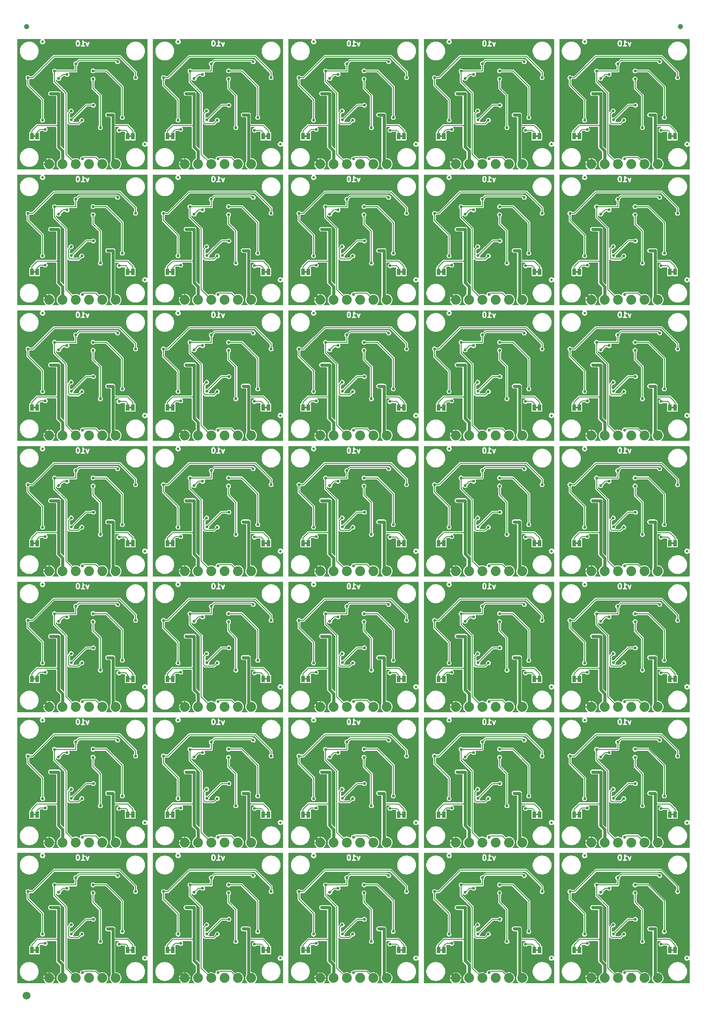
<source format=gbl>
%TF.GenerationSoftware,KiCad,Pcbnew,8.0.7*%
%TF.CreationDate,2025-01-03T07:35:04+00:00*%
%TF.ProjectId,Soft_Power_Switch_panelized,536f6674-5f50-46f7-9765-725f53776974,v10*%
%TF.SameCoordinates,Original*%
%TF.FileFunction,Copper,L2,Bot*%
%TF.FilePolarity,Positive*%
%FSLAX46Y46*%
G04 Gerber Fmt 4.6, Leading zero omitted, Abs format (unit mm)*
G04 Created by KiCad (PCBNEW 8.0.7) date 2025-01-03 07:35:04*
%MOMM*%
%LPD*%
G01*
G04 APERTURE LIST*
%ADD10C,0.254000*%
%TA.AperFunction,EtchedComponent*%
%ADD11C,0.000000*%
%TD*%
%TA.AperFunction,ComponentPad*%
%ADD12C,1.879600*%
%TD*%
%TA.AperFunction,SMDPad,CuDef*%
%ADD13C,0.500000*%
%TD*%
%TA.AperFunction,SMDPad,CuDef*%
%ADD14C,1.500000*%
%TD*%
%TA.AperFunction,SMDPad,CuDef*%
%ADD15R,0.660400X1.270000*%
%TD*%
%TA.AperFunction,SMDPad,CuDef*%
%ADD16C,1.000000*%
%TD*%
%TA.AperFunction,ViaPad*%
%ADD17C,0.560000*%
%TD*%
%TA.AperFunction,Conductor*%
%ADD18C,0.558800*%
%TD*%
%TA.AperFunction,Conductor*%
%ADD19C,0.177800*%
%TD*%
G04 APERTURE END LIST*
D10*
G36*
X63699053Y180063432D02*
G01*
X63718292Y180044193D01*
X63751220Y179978337D01*
X63792428Y179813505D01*
X63792428Y179602868D01*
X63751220Y179438036D01*
X63718291Y179372178D01*
X63699055Y179352943D01*
X63647543Y179327187D01*
X63610741Y179327187D01*
X63559228Y179352943D01*
X63539992Y179372178D01*
X63507064Y179438036D01*
X63465856Y179602868D01*
X63465856Y179813505D01*
X63507064Y179978337D01*
X63539992Y180044193D01*
X63559231Y180063432D01*
X63610741Y180089187D01*
X63647543Y180089187D01*
X63699053Y180063432D01*
G37*
G36*
X65962159Y178946187D02*
G01*
X63084856Y178946187D01*
X63084856Y179829139D01*
X63211856Y179829139D01*
X63211856Y179587234D01*
X63212281Y179582912D01*
X63212006Y179581060D01*
X63213377Y179571787D01*
X63214296Y179562458D01*
X63215012Y179560727D01*
X63215648Y179556432D01*
X63264029Y179362908D01*
X63264681Y179361080D01*
X63264747Y179360165D01*
X63268689Y179349864D01*
X63272405Y179339463D01*
X63272952Y179338724D01*
X63273645Y179336914D01*
X63322026Y179240152D01*
X63328738Y179229488D01*
X63330022Y179226389D01*
X63332884Y179222900D01*
X63335288Y179219083D01*
X63337821Y179216885D01*
X63345816Y179207145D01*
X63394197Y179158765D01*
X63403935Y179150772D01*
X63406134Y179148238D01*
X63409954Y179145833D01*
X63413442Y179142971D01*
X63416540Y179141687D01*
X63427203Y179134976D01*
X63523965Y179086595D01*
X63547216Y179077697D01*
X63551768Y179077373D01*
X63555985Y179075627D01*
X63580761Y179073187D01*
X63677523Y179073187D01*
X63702299Y179075627D01*
X63706515Y179077373D01*
X63711068Y179077697D01*
X63734319Y179086595D01*
X63831081Y179134976D01*
X63841743Y179141687D01*
X63844842Y179142971D01*
X63848329Y179145833D01*
X63852150Y179148238D01*
X63854348Y179150772D01*
X63864087Y179158765D01*
X63912467Y179207144D01*
X63920461Y179216885D01*
X63922996Y179219083D01*
X63925399Y179222900D01*
X63927092Y179224963D01*
X64181915Y179224963D01*
X64181915Y179175411D01*
X64200878Y179129630D01*
X64235918Y179094590D01*
X64281699Y179075627D01*
X64306475Y179073187D01*
X64887047Y179073187D01*
X64911823Y179075627D01*
X64957604Y179094590D01*
X64992644Y179129630D01*
X65011607Y179175411D01*
X65011607Y179224963D01*
X64992644Y179270744D01*
X64957604Y179305784D01*
X64911823Y179324747D01*
X64887047Y179327187D01*
X64723761Y179327187D01*
X64723761Y179866813D01*
X64733489Y179860690D01*
X64830251Y179812309D01*
X64853502Y179803411D01*
X64902931Y179799898D01*
X64949942Y179815569D01*
X64987377Y179848036D01*
X64992838Y179858958D01*
X65100077Y179858958D01*
X65106112Y179834805D01*
X65348017Y179157473D01*
X65358648Y179134961D01*
X65362925Y179130236D01*
X65365655Y179124473D01*
X65379437Y179111996D01*
X65391904Y179098225D01*
X65397663Y179095496D01*
X65402391Y179091217D01*
X65419896Y179084965D01*
X65436688Y179077011D01*
X65443053Y179076694D01*
X65449056Y179074551D01*
X65467617Y179075473D01*
X65486179Y179074551D01*
X65492181Y179076694D01*
X65498548Y179077011D01*
X65515343Y179084966D01*
X65532845Y179091217D01*
X65537570Y179095495D01*
X65543332Y179098224D01*
X65555803Y179112001D01*
X65569581Y179124473D01*
X65572309Y179130234D01*
X65576588Y179134960D01*
X65587219Y179157472D01*
X65829124Y179834805D01*
X65835159Y179858958D01*
X65832699Y179908450D01*
X65811486Y179953234D01*
X65774750Y179986490D01*
X65728084Y180003156D01*
X65678593Y180000696D01*
X65633809Y179979482D01*
X65600553Y179942746D01*
X65589922Y179920234D01*
X65467618Y179577784D01*
X65345314Y179920235D01*
X65334683Y179942747D01*
X65301427Y179979483D01*
X65256643Y180000696D01*
X65207151Y180003156D01*
X65160486Y179986490D01*
X65123750Y179953234D01*
X65102537Y179908450D01*
X65100077Y179858958D01*
X64992838Y179858958D01*
X65009537Y179892356D01*
X65013050Y179941785D01*
X64997379Y179988796D01*
X64964912Y180026231D01*
X64943843Y180039493D01*
X64865515Y180078656D01*
X64792215Y180151957D01*
X64702431Y180286634D01*
X64702375Y180286701D01*
X64702358Y180286744D01*
X64702263Y180286838D01*
X64686658Y180305895D01*
X64676209Y180312892D01*
X64667318Y180321784D01*
X64655823Y180326545D01*
X64645485Y180333469D01*
X64633154Y180335935D01*
X64621537Y180340747D01*
X64609094Y180340747D01*
X64596893Y180343187D01*
X64584560Y180340747D01*
X64571985Y180340747D01*
X64560487Y180335984D01*
X64548282Y180333570D01*
X64537820Y180326595D01*
X64526204Y180321784D01*
X64517406Y180312986D01*
X64507053Y180306084D01*
X64500055Y180295635D01*
X64491164Y180286744D01*
X64486402Y180275249D01*
X64479479Y180264911D01*
X64477012Y180252580D01*
X64472201Y180240963D01*
X64469786Y180216447D01*
X64469761Y180216319D01*
X64469769Y180216275D01*
X64469761Y180216187D01*
X64469761Y179327187D01*
X64306475Y179327187D01*
X64281699Y179324747D01*
X64235918Y179305784D01*
X64200878Y179270744D01*
X64181915Y179224963D01*
X63927092Y179224963D01*
X63928262Y179226389D01*
X63929546Y179229488D01*
X63936258Y179240152D01*
X63984639Y179336914D01*
X63985332Y179338726D01*
X63985879Y179339464D01*
X63989591Y179349856D01*
X63993537Y179360165D01*
X63993602Y179361080D01*
X63994255Y179362908D01*
X64042636Y179556432D01*
X64043271Y179560727D01*
X64043988Y179562458D01*
X64044906Y179571787D01*
X64046278Y179581060D01*
X64046002Y179582912D01*
X64046428Y179587234D01*
X64046428Y179829139D01*
X64046002Y179833460D01*
X64046278Y179835313D01*
X64044906Y179844585D01*
X64043988Y179853915D01*
X64043271Y179855645D01*
X64042636Y179859941D01*
X63994255Y180053465D01*
X63993602Y180055292D01*
X63993537Y180056208D01*
X63989591Y180066516D01*
X63985879Y180076909D01*
X63985332Y180077646D01*
X63984639Y180079459D01*
X63936258Y180176221D01*
X63929544Y180186885D01*
X63928262Y180189983D01*
X63925400Y180193469D01*
X63922996Y180197290D01*
X63920462Y180199487D01*
X63912469Y180209228D01*
X63864088Y180257609D01*
X63854347Y180265602D01*
X63852150Y180268136D01*
X63848329Y180270540D01*
X63844843Y180273402D01*
X63841745Y180274684D01*
X63831081Y180281398D01*
X63734319Y180329779D01*
X63711068Y180338677D01*
X63706515Y180339000D01*
X63702299Y180340747D01*
X63677523Y180343187D01*
X63580761Y180343187D01*
X63555985Y180340747D01*
X63551768Y180339000D01*
X63547216Y180338677D01*
X63523965Y180329779D01*
X63427203Y180281398D01*
X63416538Y180274684D01*
X63413441Y180273402D01*
X63409954Y180270540D01*
X63406134Y180268136D01*
X63403936Y180265602D01*
X63394196Y180257609D01*
X63345815Y180209228D01*
X63337821Y180199487D01*
X63335288Y180197290D01*
X63332883Y180193469D01*
X63330022Y180189983D01*
X63328739Y180186885D01*
X63322026Y180176221D01*
X63273645Y180079459D01*
X63272952Y180077648D01*
X63272405Y180076910D01*
X63268689Y180066508D01*
X63264747Y180056208D01*
X63264681Y180055292D01*
X63264029Y180053465D01*
X63215648Y179859941D01*
X63215012Y179855645D01*
X63214296Y179853915D01*
X63213377Y179844585D01*
X63212006Y179835313D01*
X63212281Y179833460D01*
X63211856Y179829139D01*
X63084856Y179829139D01*
X63084856Y180470187D01*
X65962159Y180470187D01*
X65962159Y178946187D01*
G37*
G36*
X63699053Y102363433D02*
G01*
X63718292Y102344194D01*
X63751220Y102278338D01*
X63792428Y102113506D01*
X63792428Y101902869D01*
X63751220Y101738037D01*
X63718292Y101672181D01*
X63699054Y101652944D01*
X63647543Y101627188D01*
X63610741Y101627188D01*
X63559229Y101652944D01*
X63539992Y101672181D01*
X63507064Y101738037D01*
X63465856Y101902869D01*
X63465856Y102113506D01*
X63507064Y102278338D01*
X63539992Y102344194D01*
X63559231Y102363433D01*
X63610741Y102389188D01*
X63647543Y102389188D01*
X63699053Y102363433D01*
G37*
G36*
X65962159Y101246188D02*
G01*
X63084856Y101246188D01*
X63084856Y102129140D01*
X63211856Y102129140D01*
X63211856Y101887235D01*
X63212281Y101882914D01*
X63212006Y101881061D01*
X63213377Y101871789D01*
X63214296Y101862459D01*
X63215012Y101860729D01*
X63215648Y101856433D01*
X63264029Y101662909D01*
X63264681Y101661082D01*
X63264747Y101660166D01*
X63268689Y101649866D01*
X63272405Y101639464D01*
X63272952Y101638726D01*
X63273645Y101636915D01*
X63322026Y101540153D01*
X63328739Y101529489D01*
X63330022Y101526391D01*
X63332883Y101522905D01*
X63335288Y101519084D01*
X63337821Y101516887D01*
X63345815Y101507146D01*
X63394196Y101458765D01*
X63403939Y101450769D01*
X63406135Y101448238D01*
X63409951Y101445836D01*
X63413441Y101442972D01*
X63416538Y101441689D01*
X63427204Y101434975D01*
X63523966Y101386595D01*
X63547218Y101377698D01*
X63551768Y101377375D01*
X63555985Y101375628D01*
X63580761Y101373188D01*
X63677523Y101373188D01*
X63702299Y101375628D01*
X63706515Y101377375D01*
X63711067Y101377698D01*
X63734318Y101386595D01*
X63831080Y101434975D01*
X63841746Y101441690D01*
X63844843Y101442972D01*
X63848329Y101445834D01*
X63852150Y101448238D01*
X63854347Y101450772D01*
X63864088Y101458765D01*
X63912469Y101507146D01*
X63920462Y101516887D01*
X63922996Y101519084D01*
X63925400Y101522905D01*
X63927090Y101524964D01*
X64181915Y101524964D01*
X64181915Y101475412D01*
X64200878Y101429631D01*
X64235918Y101394591D01*
X64281699Y101375628D01*
X64306475Y101373188D01*
X64887047Y101373188D01*
X64911823Y101375628D01*
X64957604Y101394591D01*
X64992644Y101429631D01*
X65011607Y101475412D01*
X65011607Y101524964D01*
X64992644Y101570745D01*
X64957604Y101605785D01*
X64911823Y101624748D01*
X64887047Y101627188D01*
X64723761Y101627188D01*
X64723761Y102166815D01*
X64733489Y102160691D01*
X64830251Y102112310D01*
X64853502Y102103412D01*
X64902931Y102099899D01*
X64949942Y102115570D01*
X64987377Y102148037D01*
X64992838Y102158959D01*
X65100077Y102158959D01*
X65106112Y102134806D01*
X65348017Y101457474D01*
X65358648Y101434962D01*
X65362925Y101430238D01*
X65365655Y101424474D01*
X65379437Y101411998D01*
X65391904Y101398226D01*
X65397663Y101395498D01*
X65402391Y101391218D01*
X65419896Y101384967D01*
X65436688Y101377012D01*
X65443053Y101376696D01*
X65449056Y101374552D01*
X65467617Y101375475D01*
X65486179Y101374552D01*
X65492181Y101376696D01*
X65498548Y101377012D01*
X65515343Y101384968D01*
X65532845Y101391218D01*
X65537570Y101395497D01*
X65543332Y101398225D01*
X65555803Y101412003D01*
X65569581Y101424474D01*
X65572309Y101430236D01*
X65576588Y101434961D01*
X65587219Y101457473D01*
X65829124Y102134806D01*
X65835159Y102158959D01*
X65832699Y102208451D01*
X65811486Y102253235D01*
X65774750Y102286491D01*
X65728084Y102303157D01*
X65678593Y102300697D01*
X65633809Y102279483D01*
X65600553Y102242747D01*
X65589922Y102220235D01*
X65467618Y101877786D01*
X65345314Y102220236D01*
X65334683Y102242748D01*
X65301427Y102279484D01*
X65256643Y102300697D01*
X65207151Y102303157D01*
X65160486Y102286491D01*
X65123750Y102253235D01*
X65102537Y102208451D01*
X65100077Y102158959D01*
X64992838Y102158959D01*
X65009537Y102192357D01*
X65013050Y102241786D01*
X64997379Y102288797D01*
X64964912Y102326232D01*
X64943843Y102339494D01*
X64865515Y102378658D01*
X64792215Y102451959D01*
X64702431Y102586635D01*
X64702375Y102586703D01*
X64702358Y102586745D01*
X64702263Y102586840D01*
X64686658Y102605896D01*
X64676209Y102612894D01*
X64667318Y102621785D01*
X64655823Y102626547D01*
X64645485Y102633470D01*
X64633154Y102635937D01*
X64621537Y102640748D01*
X64609094Y102640748D01*
X64596893Y102643188D01*
X64584560Y102640748D01*
X64571985Y102640748D01*
X64560487Y102635986D01*
X64548282Y102633571D01*
X64537820Y102626597D01*
X64526204Y102621785D01*
X64517406Y102612987D01*
X64507053Y102606085D01*
X64500055Y102595637D01*
X64491164Y102586745D01*
X64486402Y102575251D01*
X64479479Y102564912D01*
X64477012Y102552582D01*
X64472201Y102540964D01*
X64469786Y102516449D01*
X64469761Y102516320D01*
X64469769Y102516277D01*
X64469761Y102516188D01*
X64469761Y101627188D01*
X64306475Y101627188D01*
X64281699Y101624748D01*
X64235918Y101605785D01*
X64200878Y101570745D01*
X64181915Y101524964D01*
X63927090Y101524964D01*
X63928262Y101526391D01*
X63929544Y101529489D01*
X63936258Y101540153D01*
X63984639Y101636915D01*
X63985332Y101638728D01*
X63985879Y101639465D01*
X63989591Y101649858D01*
X63993537Y101660166D01*
X63993602Y101661082D01*
X63994255Y101662909D01*
X64042636Y101856433D01*
X64043271Y101860729D01*
X64043988Y101862459D01*
X64044906Y101871789D01*
X64046278Y101881061D01*
X64046002Y101882914D01*
X64046428Y101887235D01*
X64046428Y102129140D01*
X64046002Y102133462D01*
X64046278Y102135314D01*
X64044906Y102144587D01*
X64043988Y102153916D01*
X64043271Y102155647D01*
X64042636Y102159942D01*
X63994255Y102353466D01*
X63993602Y102355294D01*
X63993537Y102356209D01*
X63989591Y102366518D01*
X63985879Y102376910D01*
X63985332Y102377648D01*
X63984639Y102379460D01*
X63936258Y102476222D01*
X63929544Y102486887D01*
X63928262Y102489984D01*
X63925400Y102493471D01*
X63922996Y102497291D01*
X63920462Y102499489D01*
X63912469Y102509229D01*
X63864088Y102557610D01*
X63854347Y102565604D01*
X63852150Y102568137D01*
X63848329Y102570542D01*
X63844843Y102573403D01*
X63841745Y102574686D01*
X63831081Y102581399D01*
X63734319Y102629780D01*
X63711068Y102638678D01*
X63706515Y102639002D01*
X63702299Y102640748D01*
X63677523Y102643188D01*
X63580761Y102643188D01*
X63555985Y102640748D01*
X63551768Y102639002D01*
X63547216Y102638678D01*
X63523965Y102629780D01*
X63427203Y102581399D01*
X63416538Y102574686D01*
X63413441Y102573403D01*
X63409954Y102570542D01*
X63406134Y102568137D01*
X63403936Y102565604D01*
X63394196Y102557610D01*
X63345815Y102509229D01*
X63337821Y102499489D01*
X63335288Y102497291D01*
X63332883Y102493471D01*
X63330022Y102489984D01*
X63328739Y102486887D01*
X63322026Y102476222D01*
X63273645Y102379460D01*
X63272952Y102377650D01*
X63272405Y102376911D01*
X63268689Y102366510D01*
X63264747Y102356209D01*
X63264681Y102355294D01*
X63264029Y102353466D01*
X63215648Y102159942D01*
X63215012Y102155647D01*
X63214296Y102153916D01*
X63213377Y102144587D01*
X63212006Y102135314D01*
X63212281Y102133462D01*
X63211856Y102129140D01*
X63084856Y102129140D01*
X63084856Y102770188D01*
X65962159Y102770188D01*
X65962159Y101246188D01*
G37*
G36*
X115499053Y24663433D02*
G01*
X115518292Y24644194D01*
X115551220Y24578338D01*
X115592428Y24413506D01*
X115592428Y24202869D01*
X115551220Y24038037D01*
X115518292Y23972181D01*
X115499054Y23952944D01*
X115447543Y23927188D01*
X115410741Y23927188D01*
X115359229Y23952944D01*
X115339992Y23972181D01*
X115307064Y24038037D01*
X115265856Y24202869D01*
X115265856Y24413506D01*
X115307064Y24578338D01*
X115339992Y24644194D01*
X115359231Y24663433D01*
X115410741Y24689188D01*
X115447543Y24689188D01*
X115499053Y24663433D01*
G37*
G36*
X117762159Y23546188D02*
G01*
X114884856Y23546188D01*
X114884856Y24429140D01*
X115011856Y24429140D01*
X115011856Y24187235D01*
X115012281Y24182914D01*
X115012006Y24181061D01*
X115013377Y24171789D01*
X115014296Y24162459D01*
X115015012Y24160729D01*
X115015648Y24156433D01*
X115064029Y23962909D01*
X115064681Y23961082D01*
X115064747Y23960166D01*
X115068689Y23949866D01*
X115072405Y23939464D01*
X115072952Y23938726D01*
X115073645Y23936915D01*
X115122026Y23840153D01*
X115128739Y23829489D01*
X115130022Y23826391D01*
X115132883Y23822905D01*
X115135288Y23819084D01*
X115137821Y23816887D01*
X115145815Y23807146D01*
X115194196Y23758765D01*
X115203939Y23750769D01*
X115206135Y23748238D01*
X115209951Y23745836D01*
X115213441Y23742972D01*
X115216538Y23741689D01*
X115227204Y23734975D01*
X115323966Y23686595D01*
X115347218Y23677698D01*
X115351768Y23677375D01*
X115355985Y23675628D01*
X115380761Y23673188D01*
X115477523Y23673188D01*
X115502299Y23675628D01*
X115506515Y23677375D01*
X115511067Y23677698D01*
X115534318Y23686595D01*
X115631080Y23734975D01*
X115641746Y23741690D01*
X115644843Y23742972D01*
X115648329Y23745834D01*
X115652150Y23748238D01*
X115654347Y23750772D01*
X115664088Y23758765D01*
X115712469Y23807146D01*
X115720462Y23816887D01*
X115722996Y23819084D01*
X115725400Y23822905D01*
X115727090Y23824964D01*
X115981915Y23824964D01*
X115981915Y23775412D01*
X116000878Y23729631D01*
X116035918Y23694591D01*
X116081699Y23675628D01*
X116106475Y23673188D01*
X116687047Y23673188D01*
X116711823Y23675628D01*
X116757604Y23694591D01*
X116792644Y23729631D01*
X116811607Y23775412D01*
X116811607Y23824964D01*
X116792644Y23870745D01*
X116757604Y23905785D01*
X116711823Y23924748D01*
X116687047Y23927188D01*
X116523761Y23927188D01*
X116523761Y24466815D01*
X116533489Y24460691D01*
X116630251Y24412310D01*
X116653502Y24403412D01*
X116702931Y24399899D01*
X116749942Y24415570D01*
X116787377Y24448037D01*
X116792838Y24458959D01*
X116900077Y24458959D01*
X116906112Y24434806D01*
X117148017Y23757474D01*
X117158648Y23734962D01*
X117162925Y23730238D01*
X117165655Y23724474D01*
X117179437Y23711998D01*
X117191904Y23698226D01*
X117197663Y23695498D01*
X117202391Y23691218D01*
X117219896Y23684967D01*
X117236688Y23677012D01*
X117243053Y23676696D01*
X117249056Y23674552D01*
X117267617Y23675475D01*
X117286179Y23674552D01*
X117292181Y23676696D01*
X117298548Y23677012D01*
X117315343Y23684968D01*
X117332845Y23691218D01*
X117337570Y23695497D01*
X117343332Y23698225D01*
X117355803Y23712003D01*
X117369581Y23724474D01*
X117372309Y23730236D01*
X117376588Y23734961D01*
X117387219Y23757473D01*
X117629124Y24434806D01*
X117635159Y24458959D01*
X117632699Y24508451D01*
X117611486Y24553235D01*
X117574750Y24586491D01*
X117528084Y24603157D01*
X117478593Y24600697D01*
X117433809Y24579483D01*
X117400553Y24542747D01*
X117389922Y24520235D01*
X117267618Y24177786D01*
X117145314Y24520236D01*
X117134683Y24542748D01*
X117101427Y24579484D01*
X117056643Y24600697D01*
X117007151Y24603157D01*
X116960486Y24586491D01*
X116923750Y24553235D01*
X116902537Y24508451D01*
X116900077Y24458959D01*
X116792838Y24458959D01*
X116809537Y24492357D01*
X116813050Y24541786D01*
X116797379Y24588797D01*
X116764912Y24626232D01*
X116743843Y24639494D01*
X116665515Y24678658D01*
X116592215Y24751959D01*
X116502431Y24886635D01*
X116502375Y24886703D01*
X116502358Y24886745D01*
X116502263Y24886840D01*
X116486658Y24905896D01*
X116476209Y24912894D01*
X116467318Y24921785D01*
X116455823Y24926547D01*
X116445485Y24933470D01*
X116433154Y24935937D01*
X116421537Y24940748D01*
X116409094Y24940748D01*
X116396893Y24943188D01*
X116384560Y24940748D01*
X116371985Y24940748D01*
X116360487Y24935986D01*
X116348282Y24933571D01*
X116337820Y24926597D01*
X116326204Y24921785D01*
X116317406Y24912987D01*
X116307053Y24906085D01*
X116300055Y24895637D01*
X116291164Y24886745D01*
X116286402Y24875251D01*
X116279479Y24864912D01*
X116277012Y24852582D01*
X116272201Y24840964D01*
X116269786Y24816449D01*
X116269761Y24816320D01*
X116269769Y24816277D01*
X116269761Y24816188D01*
X116269761Y23927188D01*
X116106475Y23927188D01*
X116081699Y23924748D01*
X116035918Y23905785D01*
X116000878Y23870745D01*
X115981915Y23824964D01*
X115727090Y23824964D01*
X115728262Y23826391D01*
X115729544Y23829489D01*
X115736258Y23840153D01*
X115784639Y23936915D01*
X115785332Y23938728D01*
X115785879Y23939465D01*
X115789591Y23949858D01*
X115793537Y23960166D01*
X115793602Y23961082D01*
X115794255Y23962909D01*
X115842636Y24156433D01*
X115843271Y24160729D01*
X115843988Y24162459D01*
X115844906Y24171789D01*
X115846278Y24181061D01*
X115846002Y24182914D01*
X115846428Y24187235D01*
X115846428Y24429140D01*
X115846002Y24433462D01*
X115846278Y24435314D01*
X115844906Y24444587D01*
X115843988Y24453916D01*
X115843271Y24455647D01*
X115842636Y24459942D01*
X115794255Y24653466D01*
X115793602Y24655294D01*
X115793537Y24656209D01*
X115789591Y24666518D01*
X115785879Y24676910D01*
X115785332Y24677648D01*
X115784639Y24679460D01*
X115736258Y24776222D01*
X115729544Y24786887D01*
X115728262Y24789984D01*
X115725400Y24793471D01*
X115722996Y24797291D01*
X115720462Y24799489D01*
X115712469Y24809229D01*
X115664088Y24857610D01*
X115654347Y24865604D01*
X115652150Y24868137D01*
X115648329Y24870542D01*
X115644843Y24873403D01*
X115641745Y24874686D01*
X115631081Y24881399D01*
X115534319Y24929780D01*
X115511068Y24938678D01*
X115506515Y24939002D01*
X115502299Y24940748D01*
X115477523Y24943188D01*
X115380761Y24943188D01*
X115355985Y24940748D01*
X115351768Y24939002D01*
X115347216Y24938678D01*
X115323965Y24929780D01*
X115227203Y24881399D01*
X115216538Y24874686D01*
X115213441Y24873403D01*
X115209954Y24870542D01*
X115206134Y24868137D01*
X115203936Y24865604D01*
X115194196Y24857610D01*
X115145815Y24809229D01*
X115137821Y24799489D01*
X115135288Y24797291D01*
X115132883Y24793471D01*
X115130022Y24789984D01*
X115128739Y24786887D01*
X115122026Y24776222D01*
X115073645Y24679460D01*
X115072952Y24677650D01*
X115072405Y24676911D01*
X115068689Y24666510D01*
X115064747Y24656209D01*
X115064681Y24655294D01*
X115064029Y24653466D01*
X115015648Y24459942D01*
X115015012Y24455647D01*
X115014296Y24453916D01*
X115013377Y24444587D01*
X115012006Y24435314D01*
X115012281Y24433462D01*
X115011856Y24429140D01*
X114884856Y24429140D01*
X114884856Y25070188D01*
X117762159Y25070188D01*
X117762159Y23546188D01*
G37*
G36*
X11899053Y50563433D02*
G01*
X11918292Y50544194D01*
X11951220Y50478338D01*
X11992428Y50313506D01*
X11992428Y50102869D01*
X11951220Y49938037D01*
X11918292Y49872181D01*
X11899054Y49852944D01*
X11847543Y49827188D01*
X11810741Y49827188D01*
X11759229Y49852944D01*
X11739992Y49872181D01*
X11707064Y49938037D01*
X11665856Y50102869D01*
X11665856Y50313506D01*
X11707064Y50478338D01*
X11739992Y50544194D01*
X11759231Y50563433D01*
X11810741Y50589188D01*
X11847543Y50589188D01*
X11899053Y50563433D01*
G37*
G36*
X14162159Y49446188D02*
G01*
X11284856Y49446188D01*
X11284856Y50329140D01*
X11411856Y50329140D01*
X11411856Y50087235D01*
X11412281Y50082914D01*
X11412006Y50081061D01*
X11413377Y50071789D01*
X11414296Y50062459D01*
X11415012Y50060729D01*
X11415648Y50056433D01*
X11464029Y49862909D01*
X11464681Y49861082D01*
X11464747Y49860166D01*
X11468689Y49849866D01*
X11472405Y49839464D01*
X11472952Y49838726D01*
X11473645Y49836915D01*
X11522026Y49740153D01*
X11528739Y49729489D01*
X11530022Y49726391D01*
X11532883Y49722905D01*
X11535288Y49719084D01*
X11537821Y49716887D01*
X11545815Y49707146D01*
X11594196Y49658765D01*
X11603939Y49650769D01*
X11606135Y49648238D01*
X11609951Y49645836D01*
X11613441Y49642972D01*
X11616538Y49641689D01*
X11627204Y49634975D01*
X11723966Y49586595D01*
X11747218Y49577698D01*
X11751768Y49577375D01*
X11755985Y49575628D01*
X11780761Y49573188D01*
X11877523Y49573188D01*
X11902299Y49575628D01*
X11906515Y49577375D01*
X11911067Y49577698D01*
X11934318Y49586595D01*
X12031080Y49634975D01*
X12041746Y49641690D01*
X12044843Y49642972D01*
X12048329Y49645834D01*
X12052150Y49648238D01*
X12054347Y49650772D01*
X12064088Y49658765D01*
X12112469Y49707146D01*
X12120462Y49716887D01*
X12122996Y49719084D01*
X12125400Y49722905D01*
X12127090Y49724964D01*
X12381915Y49724964D01*
X12381915Y49675412D01*
X12400878Y49629631D01*
X12435918Y49594591D01*
X12481699Y49575628D01*
X12506475Y49573188D01*
X13087047Y49573188D01*
X13111823Y49575628D01*
X13157604Y49594591D01*
X13192644Y49629631D01*
X13211607Y49675412D01*
X13211607Y49724964D01*
X13192644Y49770745D01*
X13157604Y49805785D01*
X13111823Y49824748D01*
X13087047Y49827188D01*
X12923761Y49827188D01*
X12923761Y50366815D01*
X12933489Y50360691D01*
X13030251Y50312310D01*
X13053502Y50303412D01*
X13102931Y50299899D01*
X13149942Y50315570D01*
X13187377Y50348037D01*
X13192838Y50358959D01*
X13300077Y50358959D01*
X13306112Y50334806D01*
X13548017Y49657474D01*
X13558648Y49634962D01*
X13562925Y49630238D01*
X13565655Y49624474D01*
X13579437Y49611998D01*
X13591904Y49598226D01*
X13597663Y49595498D01*
X13602391Y49591218D01*
X13619896Y49584967D01*
X13636688Y49577012D01*
X13643053Y49576696D01*
X13649056Y49574552D01*
X13667617Y49575475D01*
X13686179Y49574552D01*
X13692181Y49576696D01*
X13698548Y49577012D01*
X13715343Y49584968D01*
X13732845Y49591218D01*
X13737570Y49595497D01*
X13743332Y49598225D01*
X13755803Y49612003D01*
X13769581Y49624474D01*
X13772309Y49630236D01*
X13776588Y49634961D01*
X13787219Y49657473D01*
X14029124Y50334806D01*
X14035159Y50358959D01*
X14032699Y50408451D01*
X14011486Y50453235D01*
X13974750Y50486491D01*
X13928084Y50503157D01*
X13878593Y50500697D01*
X13833809Y50479483D01*
X13800553Y50442747D01*
X13789922Y50420235D01*
X13667618Y50077786D01*
X13545314Y50420236D01*
X13534683Y50442748D01*
X13501427Y50479484D01*
X13456643Y50500697D01*
X13407151Y50503157D01*
X13360486Y50486491D01*
X13323750Y50453235D01*
X13302537Y50408451D01*
X13300077Y50358959D01*
X13192838Y50358959D01*
X13209537Y50392357D01*
X13213050Y50441786D01*
X13197379Y50488797D01*
X13164912Y50526232D01*
X13143843Y50539494D01*
X13065515Y50578658D01*
X12992215Y50651959D01*
X12902431Y50786635D01*
X12902375Y50786703D01*
X12902358Y50786745D01*
X12902263Y50786840D01*
X12886658Y50805896D01*
X12876209Y50812894D01*
X12867318Y50821785D01*
X12855823Y50826547D01*
X12845485Y50833470D01*
X12833154Y50835937D01*
X12821537Y50840748D01*
X12809094Y50840748D01*
X12796893Y50843188D01*
X12784560Y50840748D01*
X12771985Y50840748D01*
X12760487Y50835986D01*
X12748282Y50833571D01*
X12737820Y50826597D01*
X12726204Y50821785D01*
X12717406Y50812987D01*
X12707053Y50806085D01*
X12700055Y50795637D01*
X12691164Y50786745D01*
X12686402Y50775251D01*
X12679479Y50764912D01*
X12677012Y50752582D01*
X12672201Y50740964D01*
X12669786Y50716449D01*
X12669761Y50716320D01*
X12669769Y50716277D01*
X12669761Y50716188D01*
X12669761Y49827188D01*
X12506475Y49827188D01*
X12481699Y49824748D01*
X12435918Y49805785D01*
X12400878Y49770745D01*
X12381915Y49724964D01*
X12127090Y49724964D01*
X12128262Y49726391D01*
X12129544Y49729489D01*
X12136258Y49740153D01*
X12184639Y49836915D01*
X12185332Y49838728D01*
X12185879Y49839465D01*
X12189591Y49849858D01*
X12193537Y49860166D01*
X12193602Y49861082D01*
X12194255Y49862909D01*
X12242636Y50056433D01*
X12243271Y50060729D01*
X12243988Y50062459D01*
X12244906Y50071789D01*
X12246278Y50081061D01*
X12246002Y50082914D01*
X12246428Y50087235D01*
X12246428Y50329140D01*
X12246002Y50333462D01*
X12246278Y50335314D01*
X12244906Y50344587D01*
X12243988Y50353916D01*
X12243271Y50355647D01*
X12242636Y50359942D01*
X12194255Y50553466D01*
X12193602Y50555294D01*
X12193537Y50556209D01*
X12189591Y50566518D01*
X12185879Y50576910D01*
X12185332Y50577648D01*
X12184639Y50579460D01*
X12136258Y50676222D01*
X12129544Y50686887D01*
X12128262Y50689984D01*
X12125400Y50693471D01*
X12122996Y50697291D01*
X12120462Y50699489D01*
X12112469Y50709229D01*
X12064088Y50757610D01*
X12054347Y50765604D01*
X12052150Y50768137D01*
X12048329Y50770542D01*
X12044843Y50773403D01*
X12041745Y50774686D01*
X12031081Y50781399D01*
X11934319Y50829780D01*
X11911068Y50838678D01*
X11906515Y50839002D01*
X11902299Y50840748D01*
X11877523Y50843188D01*
X11780761Y50843188D01*
X11755985Y50840748D01*
X11751768Y50839002D01*
X11747216Y50838678D01*
X11723965Y50829780D01*
X11627203Y50781399D01*
X11616538Y50774686D01*
X11613441Y50773403D01*
X11609954Y50770542D01*
X11606134Y50768137D01*
X11603936Y50765604D01*
X11594196Y50757610D01*
X11545815Y50709229D01*
X11537821Y50699489D01*
X11535288Y50697291D01*
X11532883Y50693471D01*
X11530022Y50689984D01*
X11528739Y50686887D01*
X11522026Y50676222D01*
X11473645Y50579460D01*
X11472952Y50577650D01*
X11472405Y50576911D01*
X11468689Y50566510D01*
X11464747Y50556209D01*
X11464681Y50555294D01*
X11464029Y50553466D01*
X11415648Y50359942D01*
X11415012Y50355647D01*
X11414296Y50353916D01*
X11413377Y50344587D01*
X11412006Y50335314D01*
X11412281Y50333462D01*
X11411856Y50329140D01*
X11284856Y50329140D01*
X11284856Y50970188D01*
X14162159Y50970188D01*
X14162159Y49446188D01*
G37*
G36*
X11899053Y76463433D02*
G01*
X11918292Y76444194D01*
X11951220Y76378338D01*
X11992428Y76213506D01*
X11992428Y76002869D01*
X11951220Y75838037D01*
X11918292Y75772181D01*
X11899054Y75752944D01*
X11847543Y75727188D01*
X11810741Y75727188D01*
X11759229Y75752944D01*
X11739992Y75772181D01*
X11707064Y75838037D01*
X11665856Y76002869D01*
X11665856Y76213506D01*
X11707064Y76378338D01*
X11739992Y76444194D01*
X11759231Y76463433D01*
X11810741Y76489188D01*
X11847543Y76489188D01*
X11899053Y76463433D01*
G37*
G36*
X14162159Y75346188D02*
G01*
X11284856Y75346188D01*
X11284856Y76229140D01*
X11411856Y76229140D01*
X11411856Y75987235D01*
X11412281Y75982914D01*
X11412006Y75981061D01*
X11413377Y75971789D01*
X11414296Y75962459D01*
X11415012Y75960729D01*
X11415648Y75956433D01*
X11464029Y75762909D01*
X11464681Y75761082D01*
X11464747Y75760166D01*
X11468689Y75749866D01*
X11472405Y75739464D01*
X11472952Y75738726D01*
X11473645Y75736915D01*
X11522026Y75640153D01*
X11528739Y75629489D01*
X11530022Y75626391D01*
X11532883Y75622905D01*
X11535288Y75619084D01*
X11537821Y75616887D01*
X11545815Y75607146D01*
X11594196Y75558765D01*
X11603939Y75550769D01*
X11606135Y75548238D01*
X11609951Y75545836D01*
X11613441Y75542972D01*
X11616538Y75541689D01*
X11627204Y75534975D01*
X11723966Y75486595D01*
X11747218Y75477698D01*
X11751768Y75477375D01*
X11755985Y75475628D01*
X11780761Y75473188D01*
X11877523Y75473188D01*
X11902299Y75475628D01*
X11906515Y75477375D01*
X11911067Y75477698D01*
X11934318Y75486595D01*
X12031080Y75534975D01*
X12041746Y75541690D01*
X12044843Y75542972D01*
X12048329Y75545834D01*
X12052150Y75548238D01*
X12054347Y75550772D01*
X12064088Y75558765D01*
X12112469Y75607146D01*
X12120462Y75616887D01*
X12122996Y75619084D01*
X12125400Y75622905D01*
X12127090Y75624964D01*
X12381915Y75624964D01*
X12381915Y75575412D01*
X12400878Y75529631D01*
X12435918Y75494591D01*
X12481699Y75475628D01*
X12506475Y75473188D01*
X13087047Y75473188D01*
X13111823Y75475628D01*
X13157604Y75494591D01*
X13192644Y75529631D01*
X13211607Y75575412D01*
X13211607Y75624964D01*
X13192644Y75670745D01*
X13157604Y75705785D01*
X13111823Y75724748D01*
X13087047Y75727188D01*
X12923761Y75727188D01*
X12923761Y76266815D01*
X12933489Y76260691D01*
X13030251Y76212310D01*
X13053502Y76203412D01*
X13102931Y76199899D01*
X13149942Y76215570D01*
X13187377Y76248037D01*
X13192838Y76258959D01*
X13300077Y76258959D01*
X13306112Y76234806D01*
X13548017Y75557474D01*
X13558648Y75534962D01*
X13562925Y75530238D01*
X13565655Y75524474D01*
X13579437Y75511998D01*
X13591904Y75498226D01*
X13597663Y75495498D01*
X13602391Y75491218D01*
X13619896Y75484967D01*
X13636688Y75477012D01*
X13643053Y75476696D01*
X13649056Y75474552D01*
X13667617Y75475475D01*
X13686179Y75474552D01*
X13692181Y75476696D01*
X13698548Y75477012D01*
X13715343Y75484968D01*
X13732845Y75491218D01*
X13737570Y75495497D01*
X13743332Y75498225D01*
X13755803Y75512003D01*
X13769581Y75524474D01*
X13772309Y75530236D01*
X13776588Y75534961D01*
X13787219Y75557473D01*
X14029124Y76234806D01*
X14035159Y76258959D01*
X14032699Y76308451D01*
X14011486Y76353235D01*
X13974750Y76386491D01*
X13928084Y76403157D01*
X13878593Y76400697D01*
X13833809Y76379483D01*
X13800553Y76342747D01*
X13789922Y76320235D01*
X13667618Y75977786D01*
X13545314Y76320236D01*
X13534683Y76342748D01*
X13501427Y76379484D01*
X13456643Y76400697D01*
X13407151Y76403157D01*
X13360486Y76386491D01*
X13323750Y76353235D01*
X13302537Y76308451D01*
X13300077Y76258959D01*
X13192838Y76258959D01*
X13209537Y76292357D01*
X13213050Y76341786D01*
X13197379Y76388797D01*
X13164912Y76426232D01*
X13143843Y76439494D01*
X13065515Y76478658D01*
X12992215Y76551959D01*
X12902431Y76686635D01*
X12902375Y76686703D01*
X12902358Y76686745D01*
X12902263Y76686840D01*
X12886658Y76705896D01*
X12876209Y76712894D01*
X12867318Y76721785D01*
X12855823Y76726547D01*
X12845485Y76733470D01*
X12833154Y76735937D01*
X12821537Y76740748D01*
X12809094Y76740748D01*
X12796893Y76743188D01*
X12784560Y76740748D01*
X12771985Y76740748D01*
X12760487Y76735986D01*
X12748282Y76733571D01*
X12737820Y76726597D01*
X12726204Y76721785D01*
X12717406Y76712987D01*
X12707053Y76706085D01*
X12700055Y76695637D01*
X12691164Y76686745D01*
X12686402Y76675251D01*
X12679479Y76664912D01*
X12677012Y76652582D01*
X12672201Y76640964D01*
X12669786Y76616449D01*
X12669761Y76616320D01*
X12669769Y76616277D01*
X12669761Y76616188D01*
X12669761Y75727188D01*
X12506475Y75727188D01*
X12481699Y75724748D01*
X12435918Y75705785D01*
X12400878Y75670745D01*
X12381915Y75624964D01*
X12127090Y75624964D01*
X12128262Y75626391D01*
X12129544Y75629489D01*
X12136258Y75640153D01*
X12184639Y75736915D01*
X12185332Y75738728D01*
X12185879Y75739465D01*
X12189591Y75749858D01*
X12193537Y75760166D01*
X12193602Y75761082D01*
X12194255Y75762909D01*
X12242636Y75956433D01*
X12243271Y75960729D01*
X12243988Y75962459D01*
X12244906Y75971789D01*
X12246278Y75981061D01*
X12246002Y75982914D01*
X12246428Y75987235D01*
X12246428Y76229140D01*
X12246002Y76233462D01*
X12246278Y76235314D01*
X12244906Y76244587D01*
X12243988Y76253916D01*
X12243271Y76255647D01*
X12242636Y76259942D01*
X12194255Y76453466D01*
X12193602Y76455294D01*
X12193537Y76456209D01*
X12189591Y76466518D01*
X12185879Y76476910D01*
X12185332Y76477648D01*
X12184639Y76479460D01*
X12136258Y76576222D01*
X12129544Y76586887D01*
X12128262Y76589984D01*
X12125400Y76593471D01*
X12122996Y76597291D01*
X12120462Y76599489D01*
X12112469Y76609229D01*
X12064088Y76657610D01*
X12054347Y76665604D01*
X12052150Y76668137D01*
X12048329Y76670542D01*
X12044843Y76673403D01*
X12041745Y76674686D01*
X12031081Y76681399D01*
X11934319Y76729780D01*
X11911068Y76738678D01*
X11906515Y76739002D01*
X11902299Y76740748D01*
X11877523Y76743188D01*
X11780761Y76743188D01*
X11755985Y76740748D01*
X11751768Y76739002D01*
X11747216Y76738678D01*
X11723965Y76729780D01*
X11627203Y76681399D01*
X11616538Y76674686D01*
X11613441Y76673403D01*
X11609954Y76670542D01*
X11606134Y76668137D01*
X11603936Y76665604D01*
X11594196Y76657610D01*
X11545815Y76609229D01*
X11537821Y76599489D01*
X11535288Y76597291D01*
X11532883Y76593471D01*
X11530022Y76589984D01*
X11528739Y76586887D01*
X11522026Y76576222D01*
X11473645Y76479460D01*
X11472952Y76477650D01*
X11472405Y76476911D01*
X11468689Y76466510D01*
X11464747Y76456209D01*
X11464681Y76455294D01*
X11464029Y76453466D01*
X11415648Y76259942D01*
X11415012Y76255647D01*
X11414296Y76253916D01*
X11413377Y76244587D01*
X11412006Y76235314D01*
X11412281Y76233462D01*
X11411856Y76229140D01*
X11284856Y76229140D01*
X11284856Y76870188D01*
X14162159Y76870188D01*
X14162159Y75346188D01*
G37*
G36*
X37799053Y128263432D02*
G01*
X37818292Y128244193D01*
X37851220Y128178337D01*
X37892428Y128013505D01*
X37892428Y127802868D01*
X37851220Y127638036D01*
X37818291Y127572178D01*
X37799055Y127552943D01*
X37747543Y127527187D01*
X37710741Y127527187D01*
X37659228Y127552943D01*
X37639992Y127572178D01*
X37607064Y127638036D01*
X37565856Y127802868D01*
X37565856Y128013505D01*
X37607064Y128178337D01*
X37639992Y128244193D01*
X37659231Y128263432D01*
X37710741Y128289187D01*
X37747543Y128289187D01*
X37799053Y128263432D01*
G37*
G36*
X40062159Y127146187D02*
G01*
X37184856Y127146187D01*
X37184856Y128029139D01*
X37311856Y128029139D01*
X37311856Y127787234D01*
X37312281Y127782912D01*
X37312006Y127781060D01*
X37313377Y127771787D01*
X37314296Y127762458D01*
X37315012Y127760727D01*
X37315648Y127756432D01*
X37364029Y127562908D01*
X37364681Y127561080D01*
X37364747Y127560165D01*
X37368689Y127549864D01*
X37372405Y127539463D01*
X37372952Y127538724D01*
X37373645Y127536914D01*
X37422026Y127440152D01*
X37428738Y127429488D01*
X37430022Y127426389D01*
X37432884Y127422900D01*
X37435288Y127419083D01*
X37437821Y127416885D01*
X37445816Y127407145D01*
X37494197Y127358765D01*
X37503935Y127350772D01*
X37506134Y127348238D01*
X37509954Y127345833D01*
X37513442Y127342971D01*
X37516540Y127341687D01*
X37527203Y127334976D01*
X37623965Y127286595D01*
X37647216Y127277697D01*
X37651768Y127277373D01*
X37655985Y127275627D01*
X37680761Y127273187D01*
X37777523Y127273187D01*
X37802299Y127275627D01*
X37806515Y127277373D01*
X37811068Y127277697D01*
X37834319Y127286595D01*
X37931081Y127334976D01*
X37941743Y127341687D01*
X37944842Y127342971D01*
X37948329Y127345833D01*
X37952150Y127348238D01*
X37954348Y127350772D01*
X37964087Y127358765D01*
X38012467Y127407144D01*
X38020461Y127416885D01*
X38022996Y127419083D01*
X38025399Y127422900D01*
X38027092Y127424963D01*
X38281915Y127424963D01*
X38281915Y127375411D01*
X38300878Y127329630D01*
X38335918Y127294590D01*
X38381699Y127275627D01*
X38406475Y127273187D01*
X38987047Y127273187D01*
X39011823Y127275627D01*
X39057604Y127294590D01*
X39092644Y127329630D01*
X39111607Y127375411D01*
X39111607Y127424963D01*
X39092644Y127470744D01*
X39057604Y127505784D01*
X39011823Y127524747D01*
X38987047Y127527187D01*
X38823761Y127527187D01*
X38823761Y128066813D01*
X38833489Y128060690D01*
X38930251Y128012309D01*
X38953502Y128003411D01*
X39002931Y127999898D01*
X39049942Y128015569D01*
X39087377Y128048036D01*
X39092838Y128058958D01*
X39200077Y128058958D01*
X39206112Y128034805D01*
X39448017Y127357473D01*
X39458648Y127334961D01*
X39462925Y127330236D01*
X39465655Y127324473D01*
X39479437Y127311996D01*
X39491904Y127298225D01*
X39497663Y127295496D01*
X39502391Y127291217D01*
X39519896Y127284965D01*
X39536688Y127277011D01*
X39543053Y127276694D01*
X39549056Y127274551D01*
X39567617Y127275473D01*
X39586179Y127274551D01*
X39592181Y127276694D01*
X39598548Y127277011D01*
X39615343Y127284966D01*
X39632845Y127291217D01*
X39637570Y127295495D01*
X39643332Y127298224D01*
X39655803Y127312001D01*
X39669581Y127324473D01*
X39672309Y127330234D01*
X39676588Y127334960D01*
X39687219Y127357472D01*
X39929124Y128034805D01*
X39935159Y128058958D01*
X39932699Y128108450D01*
X39911486Y128153234D01*
X39874750Y128186490D01*
X39828084Y128203156D01*
X39778593Y128200696D01*
X39733809Y128179482D01*
X39700553Y128142746D01*
X39689922Y128120234D01*
X39567618Y127777784D01*
X39445314Y128120235D01*
X39434683Y128142747D01*
X39401427Y128179483D01*
X39356643Y128200696D01*
X39307151Y128203156D01*
X39260486Y128186490D01*
X39223750Y128153234D01*
X39202537Y128108450D01*
X39200077Y128058958D01*
X39092838Y128058958D01*
X39109537Y128092356D01*
X39113050Y128141785D01*
X39097379Y128188796D01*
X39064912Y128226231D01*
X39043843Y128239493D01*
X38965515Y128278656D01*
X38892215Y128351957D01*
X38802431Y128486634D01*
X38802375Y128486701D01*
X38802358Y128486744D01*
X38802263Y128486838D01*
X38786658Y128505895D01*
X38776209Y128512892D01*
X38767318Y128521784D01*
X38755823Y128526545D01*
X38745485Y128533469D01*
X38733154Y128535935D01*
X38721537Y128540747D01*
X38709094Y128540747D01*
X38696893Y128543187D01*
X38684560Y128540747D01*
X38671985Y128540747D01*
X38660487Y128535984D01*
X38648282Y128533570D01*
X38637820Y128526595D01*
X38626204Y128521784D01*
X38617406Y128512986D01*
X38607053Y128506084D01*
X38600055Y128495635D01*
X38591164Y128486744D01*
X38586402Y128475249D01*
X38579479Y128464911D01*
X38577012Y128452580D01*
X38572201Y128440963D01*
X38569786Y128416447D01*
X38569761Y128416319D01*
X38569769Y128416275D01*
X38569761Y128416187D01*
X38569761Y127527187D01*
X38406475Y127527187D01*
X38381699Y127524747D01*
X38335918Y127505784D01*
X38300878Y127470744D01*
X38281915Y127424963D01*
X38027092Y127424963D01*
X38028262Y127426389D01*
X38029546Y127429488D01*
X38036258Y127440152D01*
X38084639Y127536914D01*
X38085332Y127538726D01*
X38085879Y127539464D01*
X38089591Y127549856D01*
X38093537Y127560165D01*
X38093602Y127561080D01*
X38094255Y127562908D01*
X38142636Y127756432D01*
X38143271Y127760727D01*
X38143988Y127762458D01*
X38144906Y127771787D01*
X38146278Y127781060D01*
X38146002Y127782912D01*
X38146428Y127787234D01*
X38146428Y128029139D01*
X38146002Y128033460D01*
X38146278Y128035313D01*
X38144906Y128044585D01*
X38143988Y128053915D01*
X38143271Y128055645D01*
X38142636Y128059941D01*
X38094255Y128253465D01*
X38093602Y128255292D01*
X38093537Y128256208D01*
X38089591Y128266516D01*
X38085879Y128276909D01*
X38085332Y128277646D01*
X38084639Y128279459D01*
X38036258Y128376221D01*
X38029544Y128386885D01*
X38028262Y128389983D01*
X38025400Y128393469D01*
X38022996Y128397290D01*
X38020462Y128399487D01*
X38012469Y128409228D01*
X37964088Y128457609D01*
X37954347Y128465602D01*
X37952150Y128468136D01*
X37948329Y128470540D01*
X37944843Y128473402D01*
X37941745Y128474684D01*
X37931081Y128481398D01*
X37834319Y128529779D01*
X37811068Y128538677D01*
X37806515Y128539000D01*
X37802299Y128540747D01*
X37777523Y128543187D01*
X37680761Y128543187D01*
X37655985Y128540747D01*
X37651768Y128539000D01*
X37647216Y128538677D01*
X37623965Y128529779D01*
X37527203Y128481398D01*
X37516538Y128474684D01*
X37513441Y128473402D01*
X37509954Y128470540D01*
X37506134Y128468136D01*
X37503936Y128465602D01*
X37494196Y128457609D01*
X37445815Y128409228D01*
X37437821Y128399487D01*
X37435288Y128397290D01*
X37432883Y128393469D01*
X37430022Y128389983D01*
X37428739Y128386885D01*
X37422026Y128376221D01*
X37373645Y128279459D01*
X37372952Y128277648D01*
X37372405Y128276910D01*
X37368689Y128266508D01*
X37364747Y128256208D01*
X37364681Y128255292D01*
X37364029Y128253465D01*
X37315648Y128059941D01*
X37315012Y128055645D01*
X37314296Y128053915D01*
X37313377Y128044585D01*
X37312006Y128035313D01*
X37312281Y128033460D01*
X37311856Y128029139D01*
X37184856Y128029139D01*
X37184856Y128670187D01*
X40062159Y128670187D01*
X40062159Y127146187D01*
G37*
G36*
X89599053Y128263432D02*
G01*
X89618292Y128244193D01*
X89651220Y128178337D01*
X89692428Y128013505D01*
X89692428Y127802868D01*
X89651220Y127638036D01*
X89618291Y127572178D01*
X89599055Y127552943D01*
X89547543Y127527187D01*
X89510741Y127527187D01*
X89459228Y127552943D01*
X89439992Y127572178D01*
X89407064Y127638036D01*
X89365856Y127802868D01*
X89365856Y128013505D01*
X89407064Y128178337D01*
X89439992Y128244193D01*
X89459231Y128263432D01*
X89510741Y128289187D01*
X89547543Y128289187D01*
X89599053Y128263432D01*
G37*
G36*
X91862159Y127146187D02*
G01*
X88984856Y127146187D01*
X88984856Y128029139D01*
X89111856Y128029139D01*
X89111856Y127787234D01*
X89112281Y127782912D01*
X89112006Y127781060D01*
X89113377Y127771787D01*
X89114296Y127762458D01*
X89115012Y127760727D01*
X89115648Y127756432D01*
X89164029Y127562908D01*
X89164681Y127561080D01*
X89164747Y127560165D01*
X89168689Y127549864D01*
X89172405Y127539463D01*
X89172952Y127538724D01*
X89173645Y127536914D01*
X89222026Y127440152D01*
X89228738Y127429488D01*
X89230022Y127426389D01*
X89232884Y127422900D01*
X89235288Y127419083D01*
X89237821Y127416885D01*
X89245816Y127407145D01*
X89294197Y127358765D01*
X89303935Y127350772D01*
X89306134Y127348238D01*
X89309954Y127345833D01*
X89313442Y127342971D01*
X89316540Y127341687D01*
X89327203Y127334976D01*
X89423965Y127286595D01*
X89447216Y127277697D01*
X89451768Y127277373D01*
X89455985Y127275627D01*
X89480761Y127273187D01*
X89577523Y127273187D01*
X89602299Y127275627D01*
X89606515Y127277373D01*
X89611068Y127277697D01*
X89634319Y127286595D01*
X89731081Y127334976D01*
X89741743Y127341687D01*
X89744842Y127342971D01*
X89748329Y127345833D01*
X89752150Y127348238D01*
X89754348Y127350772D01*
X89764087Y127358765D01*
X89812467Y127407144D01*
X89820461Y127416885D01*
X89822996Y127419083D01*
X89825399Y127422900D01*
X89827092Y127424963D01*
X90081915Y127424963D01*
X90081915Y127375411D01*
X90100878Y127329630D01*
X90135918Y127294590D01*
X90181699Y127275627D01*
X90206475Y127273187D01*
X90787047Y127273187D01*
X90811823Y127275627D01*
X90857604Y127294590D01*
X90892644Y127329630D01*
X90911607Y127375411D01*
X90911607Y127424963D01*
X90892644Y127470744D01*
X90857604Y127505784D01*
X90811823Y127524747D01*
X90787047Y127527187D01*
X90623761Y127527187D01*
X90623761Y128066813D01*
X90633489Y128060690D01*
X90730251Y128012309D01*
X90753502Y128003411D01*
X90802931Y127999898D01*
X90849942Y128015569D01*
X90887377Y128048036D01*
X90892838Y128058958D01*
X91000077Y128058958D01*
X91006112Y128034805D01*
X91248017Y127357473D01*
X91258648Y127334961D01*
X91262925Y127330236D01*
X91265655Y127324473D01*
X91279437Y127311996D01*
X91291904Y127298225D01*
X91297663Y127295496D01*
X91302391Y127291217D01*
X91319896Y127284965D01*
X91336688Y127277011D01*
X91343053Y127276694D01*
X91349056Y127274551D01*
X91367617Y127275473D01*
X91386179Y127274551D01*
X91392181Y127276694D01*
X91398548Y127277011D01*
X91415343Y127284966D01*
X91432845Y127291217D01*
X91437570Y127295495D01*
X91443332Y127298224D01*
X91455803Y127312001D01*
X91469581Y127324473D01*
X91472309Y127330234D01*
X91476588Y127334960D01*
X91487219Y127357472D01*
X91729124Y128034805D01*
X91735159Y128058958D01*
X91732699Y128108450D01*
X91711486Y128153234D01*
X91674750Y128186490D01*
X91628084Y128203156D01*
X91578593Y128200696D01*
X91533809Y128179482D01*
X91500553Y128142746D01*
X91489922Y128120234D01*
X91367618Y127777784D01*
X91245314Y128120235D01*
X91234683Y128142747D01*
X91201427Y128179483D01*
X91156643Y128200696D01*
X91107151Y128203156D01*
X91060486Y128186490D01*
X91023750Y128153234D01*
X91002537Y128108450D01*
X91000077Y128058958D01*
X90892838Y128058958D01*
X90909537Y128092356D01*
X90913050Y128141785D01*
X90897379Y128188796D01*
X90864912Y128226231D01*
X90843843Y128239493D01*
X90765515Y128278656D01*
X90692215Y128351957D01*
X90602431Y128486634D01*
X90602375Y128486701D01*
X90602358Y128486744D01*
X90602263Y128486838D01*
X90586658Y128505895D01*
X90576209Y128512892D01*
X90567318Y128521784D01*
X90555823Y128526545D01*
X90545485Y128533469D01*
X90533154Y128535935D01*
X90521537Y128540747D01*
X90509094Y128540747D01*
X90496893Y128543187D01*
X90484560Y128540747D01*
X90471985Y128540747D01*
X90460487Y128535984D01*
X90448282Y128533570D01*
X90437820Y128526595D01*
X90426204Y128521784D01*
X90417406Y128512986D01*
X90407053Y128506084D01*
X90400055Y128495635D01*
X90391164Y128486744D01*
X90386402Y128475249D01*
X90379479Y128464911D01*
X90377012Y128452580D01*
X90372201Y128440963D01*
X90369786Y128416447D01*
X90369761Y128416319D01*
X90369769Y128416275D01*
X90369761Y128416187D01*
X90369761Y127527187D01*
X90206475Y127527187D01*
X90181699Y127524747D01*
X90135918Y127505784D01*
X90100878Y127470744D01*
X90081915Y127424963D01*
X89827092Y127424963D01*
X89828262Y127426389D01*
X89829546Y127429488D01*
X89836258Y127440152D01*
X89884639Y127536914D01*
X89885332Y127538726D01*
X89885879Y127539464D01*
X89889591Y127549856D01*
X89893537Y127560165D01*
X89893602Y127561080D01*
X89894255Y127562908D01*
X89942636Y127756432D01*
X89943271Y127760727D01*
X89943988Y127762458D01*
X89944906Y127771787D01*
X89946278Y127781060D01*
X89946002Y127782912D01*
X89946428Y127787234D01*
X89946428Y128029139D01*
X89946002Y128033460D01*
X89946278Y128035313D01*
X89944906Y128044585D01*
X89943988Y128053915D01*
X89943271Y128055645D01*
X89942636Y128059941D01*
X89894255Y128253465D01*
X89893602Y128255292D01*
X89893537Y128256208D01*
X89889591Y128266516D01*
X89885879Y128276909D01*
X89885332Y128277646D01*
X89884639Y128279459D01*
X89836258Y128376221D01*
X89829544Y128386885D01*
X89828262Y128389983D01*
X89825400Y128393469D01*
X89822996Y128397290D01*
X89820462Y128399487D01*
X89812469Y128409228D01*
X89764088Y128457609D01*
X89754347Y128465602D01*
X89752150Y128468136D01*
X89748329Y128470540D01*
X89744843Y128473402D01*
X89741745Y128474684D01*
X89731081Y128481398D01*
X89634319Y128529779D01*
X89611068Y128538677D01*
X89606515Y128539000D01*
X89602299Y128540747D01*
X89577523Y128543187D01*
X89480761Y128543187D01*
X89455985Y128540747D01*
X89451768Y128539000D01*
X89447216Y128538677D01*
X89423965Y128529779D01*
X89327203Y128481398D01*
X89316538Y128474684D01*
X89313441Y128473402D01*
X89309954Y128470540D01*
X89306134Y128468136D01*
X89303936Y128465602D01*
X89294196Y128457609D01*
X89245815Y128409228D01*
X89237821Y128399487D01*
X89235288Y128397290D01*
X89232883Y128393469D01*
X89230022Y128389983D01*
X89228739Y128386885D01*
X89222026Y128376221D01*
X89173645Y128279459D01*
X89172952Y128277648D01*
X89172405Y128276910D01*
X89168689Y128266508D01*
X89164747Y128256208D01*
X89164681Y128255292D01*
X89164029Y128253465D01*
X89115648Y128059941D01*
X89115012Y128055645D01*
X89114296Y128053915D01*
X89113377Y128044585D01*
X89112006Y128035313D01*
X89112281Y128033460D01*
X89111856Y128029139D01*
X88984856Y128029139D01*
X88984856Y128670187D01*
X91862159Y128670187D01*
X91862159Y127146187D01*
G37*
G36*
X115499053Y50563433D02*
G01*
X115518292Y50544194D01*
X115551220Y50478338D01*
X115592428Y50313506D01*
X115592428Y50102869D01*
X115551220Y49938037D01*
X115518292Y49872181D01*
X115499054Y49852944D01*
X115447543Y49827188D01*
X115410741Y49827188D01*
X115359229Y49852944D01*
X115339992Y49872181D01*
X115307064Y49938037D01*
X115265856Y50102869D01*
X115265856Y50313506D01*
X115307064Y50478338D01*
X115339992Y50544194D01*
X115359231Y50563433D01*
X115410741Y50589188D01*
X115447543Y50589188D01*
X115499053Y50563433D01*
G37*
G36*
X117762159Y49446188D02*
G01*
X114884856Y49446188D01*
X114884856Y50329140D01*
X115011856Y50329140D01*
X115011856Y50087235D01*
X115012281Y50082914D01*
X115012006Y50081061D01*
X115013377Y50071789D01*
X115014296Y50062459D01*
X115015012Y50060729D01*
X115015648Y50056433D01*
X115064029Y49862909D01*
X115064681Y49861082D01*
X115064747Y49860166D01*
X115068689Y49849866D01*
X115072405Y49839464D01*
X115072952Y49838726D01*
X115073645Y49836915D01*
X115122026Y49740153D01*
X115128739Y49729489D01*
X115130022Y49726391D01*
X115132883Y49722905D01*
X115135288Y49719084D01*
X115137821Y49716887D01*
X115145815Y49707146D01*
X115194196Y49658765D01*
X115203939Y49650769D01*
X115206135Y49648238D01*
X115209951Y49645836D01*
X115213441Y49642972D01*
X115216538Y49641689D01*
X115227204Y49634975D01*
X115323966Y49586595D01*
X115347218Y49577698D01*
X115351768Y49577375D01*
X115355985Y49575628D01*
X115380761Y49573188D01*
X115477523Y49573188D01*
X115502299Y49575628D01*
X115506515Y49577375D01*
X115511067Y49577698D01*
X115534318Y49586595D01*
X115631080Y49634975D01*
X115641746Y49641690D01*
X115644843Y49642972D01*
X115648329Y49645834D01*
X115652150Y49648238D01*
X115654347Y49650772D01*
X115664088Y49658765D01*
X115712469Y49707146D01*
X115720462Y49716887D01*
X115722996Y49719084D01*
X115725400Y49722905D01*
X115727090Y49724964D01*
X115981915Y49724964D01*
X115981915Y49675412D01*
X116000878Y49629631D01*
X116035918Y49594591D01*
X116081699Y49575628D01*
X116106475Y49573188D01*
X116687047Y49573188D01*
X116711823Y49575628D01*
X116757604Y49594591D01*
X116792644Y49629631D01*
X116811607Y49675412D01*
X116811607Y49724964D01*
X116792644Y49770745D01*
X116757604Y49805785D01*
X116711823Y49824748D01*
X116687047Y49827188D01*
X116523761Y49827188D01*
X116523761Y50366815D01*
X116533489Y50360691D01*
X116630251Y50312310D01*
X116653502Y50303412D01*
X116702931Y50299899D01*
X116749942Y50315570D01*
X116787377Y50348037D01*
X116792838Y50358959D01*
X116900077Y50358959D01*
X116906112Y50334806D01*
X117148017Y49657474D01*
X117158648Y49634962D01*
X117162925Y49630238D01*
X117165655Y49624474D01*
X117179437Y49611998D01*
X117191904Y49598226D01*
X117197663Y49595498D01*
X117202391Y49591218D01*
X117219896Y49584967D01*
X117236688Y49577012D01*
X117243053Y49576696D01*
X117249056Y49574552D01*
X117267617Y49575475D01*
X117286179Y49574552D01*
X117292181Y49576696D01*
X117298548Y49577012D01*
X117315343Y49584968D01*
X117332845Y49591218D01*
X117337570Y49595497D01*
X117343332Y49598225D01*
X117355803Y49612003D01*
X117369581Y49624474D01*
X117372309Y49630236D01*
X117376588Y49634961D01*
X117387219Y49657473D01*
X117629124Y50334806D01*
X117635159Y50358959D01*
X117632699Y50408451D01*
X117611486Y50453235D01*
X117574750Y50486491D01*
X117528084Y50503157D01*
X117478593Y50500697D01*
X117433809Y50479483D01*
X117400553Y50442747D01*
X117389922Y50420235D01*
X117267618Y50077786D01*
X117145314Y50420236D01*
X117134683Y50442748D01*
X117101427Y50479484D01*
X117056643Y50500697D01*
X117007151Y50503157D01*
X116960486Y50486491D01*
X116923750Y50453235D01*
X116902537Y50408451D01*
X116900077Y50358959D01*
X116792838Y50358959D01*
X116809537Y50392357D01*
X116813050Y50441786D01*
X116797379Y50488797D01*
X116764912Y50526232D01*
X116743843Y50539494D01*
X116665515Y50578658D01*
X116592215Y50651959D01*
X116502431Y50786635D01*
X116502375Y50786703D01*
X116502358Y50786745D01*
X116502263Y50786840D01*
X116486658Y50805896D01*
X116476209Y50812894D01*
X116467318Y50821785D01*
X116455823Y50826547D01*
X116445485Y50833470D01*
X116433154Y50835937D01*
X116421537Y50840748D01*
X116409094Y50840748D01*
X116396893Y50843188D01*
X116384560Y50840748D01*
X116371985Y50840748D01*
X116360487Y50835986D01*
X116348282Y50833571D01*
X116337820Y50826597D01*
X116326204Y50821785D01*
X116317406Y50812987D01*
X116307053Y50806085D01*
X116300055Y50795637D01*
X116291164Y50786745D01*
X116286402Y50775251D01*
X116279479Y50764912D01*
X116277012Y50752582D01*
X116272201Y50740964D01*
X116269786Y50716449D01*
X116269761Y50716320D01*
X116269769Y50716277D01*
X116269761Y50716188D01*
X116269761Y49827188D01*
X116106475Y49827188D01*
X116081699Y49824748D01*
X116035918Y49805785D01*
X116000878Y49770745D01*
X115981915Y49724964D01*
X115727090Y49724964D01*
X115728262Y49726391D01*
X115729544Y49729489D01*
X115736258Y49740153D01*
X115784639Y49836915D01*
X115785332Y49838728D01*
X115785879Y49839465D01*
X115789591Y49849858D01*
X115793537Y49860166D01*
X115793602Y49861082D01*
X115794255Y49862909D01*
X115842636Y50056433D01*
X115843271Y50060729D01*
X115843988Y50062459D01*
X115844906Y50071789D01*
X115846278Y50081061D01*
X115846002Y50082914D01*
X115846428Y50087235D01*
X115846428Y50329140D01*
X115846002Y50333462D01*
X115846278Y50335314D01*
X115844906Y50344587D01*
X115843988Y50353916D01*
X115843271Y50355647D01*
X115842636Y50359942D01*
X115794255Y50553466D01*
X115793602Y50555294D01*
X115793537Y50556209D01*
X115789591Y50566518D01*
X115785879Y50576910D01*
X115785332Y50577648D01*
X115784639Y50579460D01*
X115736258Y50676222D01*
X115729544Y50686887D01*
X115728262Y50689984D01*
X115725400Y50693471D01*
X115722996Y50697291D01*
X115720462Y50699489D01*
X115712469Y50709229D01*
X115664088Y50757610D01*
X115654347Y50765604D01*
X115652150Y50768137D01*
X115648329Y50770542D01*
X115644843Y50773403D01*
X115641745Y50774686D01*
X115631081Y50781399D01*
X115534319Y50829780D01*
X115511068Y50838678D01*
X115506515Y50839002D01*
X115502299Y50840748D01*
X115477523Y50843188D01*
X115380761Y50843188D01*
X115355985Y50840748D01*
X115351768Y50839002D01*
X115347216Y50838678D01*
X115323965Y50829780D01*
X115227203Y50781399D01*
X115216538Y50774686D01*
X115213441Y50773403D01*
X115209954Y50770542D01*
X115206134Y50768137D01*
X115203936Y50765604D01*
X115194196Y50757610D01*
X115145815Y50709229D01*
X115137821Y50699489D01*
X115135288Y50697291D01*
X115132883Y50693471D01*
X115130022Y50689984D01*
X115128739Y50686887D01*
X115122026Y50676222D01*
X115073645Y50579460D01*
X115072952Y50577650D01*
X115072405Y50576911D01*
X115068689Y50566510D01*
X115064747Y50556209D01*
X115064681Y50555294D01*
X115064029Y50553466D01*
X115015648Y50359942D01*
X115015012Y50355647D01*
X115014296Y50353916D01*
X115013377Y50344587D01*
X115012006Y50335314D01*
X115012281Y50333462D01*
X115011856Y50329140D01*
X114884856Y50329140D01*
X114884856Y50970188D01*
X117762159Y50970188D01*
X117762159Y49446188D01*
G37*
G36*
X89599053Y24663433D02*
G01*
X89618292Y24644194D01*
X89651220Y24578338D01*
X89692428Y24413506D01*
X89692428Y24202869D01*
X89651220Y24038037D01*
X89618292Y23972181D01*
X89599054Y23952944D01*
X89547543Y23927188D01*
X89510741Y23927188D01*
X89459229Y23952944D01*
X89439992Y23972181D01*
X89407064Y24038037D01*
X89365856Y24202869D01*
X89365856Y24413506D01*
X89407064Y24578338D01*
X89439992Y24644194D01*
X89459231Y24663433D01*
X89510741Y24689188D01*
X89547543Y24689188D01*
X89599053Y24663433D01*
G37*
G36*
X91862159Y23546188D02*
G01*
X88984856Y23546188D01*
X88984856Y24429140D01*
X89111856Y24429140D01*
X89111856Y24187235D01*
X89112281Y24182914D01*
X89112006Y24181061D01*
X89113377Y24171789D01*
X89114296Y24162459D01*
X89115012Y24160729D01*
X89115648Y24156433D01*
X89164029Y23962909D01*
X89164681Y23961082D01*
X89164747Y23960166D01*
X89168689Y23949866D01*
X89172405Y23939464D01*
X89172952Y23938726D01*
X89173645Y23936915D01*
X89222026Y23840153D01*
X89228739Y23829489D01*
X89230022Y23826391D01*
X89232883Y23822905D01*
X89235288Y23819084D01*
X89237821Y23816887D01*
X89245815Y23807146D01*
X89294196Y23758765D01*
X89303939Y23750769D01*
X89306135Y23748238D01*
X89309951Y23745836D01*
X89313441Y23742972D01*
X89316538Y23741689D01*
X89327204Y23734975D01*
X89423966Y23686595D01*
X89447218Y23677698D01*
X89451768Y23677375D01*
X89455985Y23675628D01*
X89480761Y23673188D01*
X89577523Y23673188D01*
X89602299Y23675628D01*
X89606515Y23677375D01*
X89611067Y23677698D01*
X89634318Y23686595D01*
X89731080Y23734975D01*
X89741746Y23741690D01*
X89744843Y23742972D01*
X89748329Y23745834D01*
X89752150Y23748238D01*
X89754347Y23750772D01*
X89764088Y23758765D01*
X89812469Y23807146D01*
X89820462Y23816887D01*
X89822996Y23819084D01*
X89825400Y23822905D01*
X89827090Y23824964D01*
X90081915Y23824964D01*
X90081915Y23775412D01*
X90100878Y23729631D01*
X90135918Y23694591D01*
X90181699Y23675628D01*
X90206475Y23673188D01*
X90787047Y23673188D01*
X90811823Y23675628D01*
X90857604Y23694591D01*
X90892644Y23729631D01*
X90911607Y23775412D01*
X90911607Y23824964D01*
X90892644Y23870745D01*
X90857604Y23905785D01*
X90811823Y23924748D01*
X90787047Y23927188D01*
X90623761Y23927188D01*
X90623761Y24466815D01*
X90633489Y24460691D01*
X90730251Y24412310D01*
X90753502Y24403412D01*
X90802931Y24399899D01*
X90849942Y24415570D01*
X90887377Y24448037D01*
X90892838Y24458959D01*
X91000077Y24458959D01*
X91006112Y24434806D01*
X91248017Y23757474D01*
X91258648Y23734962D01*
X91262925Y23730238D01*
X91265655Y23724474D01*
X91279437Y23711998D01*
X91291904Y23698226D01*
X91297663Y23695498D01*
X91302391Y23691218D01*
X91319896Y23684967D01*
X91336688Y23677012D01*
X91343053Y23676696D01*
X91349056Y23674552D01*
X91367617Y23675475D01*
X91386179Y23674552D01*
X91392181Y23676696D01*
X91398548Y23677012D01*
X91415343Y23684968D01*
X91432845Y23691218D01*
X91437570Y23695497D01*
X91443332Y23698225D01*
X91455803Y23712003D01*
X91469581Y23724474D01*
X91472309Y23730236D01*
X91476588Y23734961D01*
X91487219Y23757473D01*
X91729124Y24434806D01*
X91735159Y24458959D01*
X91732699Y24508451D01*
X91711486Y24553235D01*
X91674750Y24586491D01*
X91628084Y24603157D01*
X91578593Y24600697D01*
X91533809Y24579483D01*
X91500553Y24542747D01*
X91489922Y24520235D01*
X91367618Y24177786D01*
X91245314Y24520236D01*
X91234683Y24542748D01*
X91201427Y24579484D01*
X91156643Y24600697D01*
X91107151Y24603157D01*
X91060486Y24586491D01*
X91023750Y24553235D01*
X91002537Y24508451D01*
X91000077Y24458959D01*
X90892838Y24458959D01*
X90909537Y24492357D01*
X90913050Y24541786D01*
X90897379Y24588797D01*
X90864912Y24626232D01*
X90843843Y24639494D01*
X90765515Y24678658D01*
X90692215Y24751959D01*
X90602431Y24886635D01*
X90602375Y24886703D01*
X90602358Y24886745D01*
X90602263Y24886840D01*
X90586658Y24905896D01*
X90576209Y24912894D01*
X90567318Y24921785D01*
X90555823Y24926547D01*
X90545485Y24933470D01*
X90533154Y24935937D01*
X90521537Y24940748D01*
X90509094Y24940748D01*
X90496893Y24943188D01*
X90484560Y24940748D01*
X90471985Y24940748D01*
X90460487Y24935986D01*
X90448282Y24933571D01*
X90437820Y24926597D01*
X90426204Y24921785D01*
X90417406Y24912987D01*
X90407053Y24906085D01*
X90400055Y24895637D01*
X90391164Y24886745D01*
X90386402Y24875251D01*
X90379479Y24864912D01*
X90377012Y24852582D01*
X90372201Y24840964D01*
X90369786Y24816449D01*
X90369761Y24816320D01*
X90369769Y24816277D01*
X90369761Y24816188D01*
X90369761Y23927188D01*
X90206475Y23927188D01*
X90181699Y23924748D01*
X90135918Y23905785D01*
X90100878Y23870745D01*
X90081915Y23824964D01*
X89827090Y23824964D01*
X89828262Y23826391D01*
X89829544Y23829489D01*
X89836258Y23840153D01*
X89884639Y23936915D01*
X89885332Y23938728D01*
X89885879Y23939465D01*
X89889591Y23949858D01*
X89893537Y23960166D01*
X89893602Y23961082D01*
X89894255Y23962909D01*
X89942636Y24156433D01*
X89943271Y24160729D01*
X89943988Y24162459D01*
X89944906Y24171789D01*
X89946278Y24181061D01*
X89946002Y24182914D01*
X89946428Y24187235D01*
X89946428Y24429140D01*
X89946002Y24433462D01*
X89946278Y24435314D01*
X89944906Y24444587D01*
X89943988Y24453916D01*
X89943271Y24455647D01*
X89942636Y24459942D01*
X89894255Y24653466D01*
X89893602Y24655294D01*
X89893537Y24656209D01*
X89889591Y24666518D01*
X89885879Y24676910D01*
X89885332Y24677648D01*
X89884639Y24679460D01*
X89836258Y24776222D01*
X89829544Y24786887D01*
X89828262Y24789984D01*
X89825400Y24793471D01*
X89822996Y24797291D01*
X89820462Y24799489D01*
X89812469Y24809229D01*
X89764088Y24857610D01*
X89754347Y24865604D01*
X89752150Y24868137D01*
X89748329Y24870542D01*
X89744843Y24873403D01*
X89741745Y24874686D01*
X89731081Y24881399D01*
X89634319Y24929780D01*
X89611068Y24938678D01*
X89606515Y24939002D01*
X89602299Y24940748D01*
X89577523Y24943188D01*
X89480761Y24943188D01*
X89455985Y24940748D01*
X89451768Y24939002D01*
X89447216Y24938678D01*
X89423965Y24929780D01*
X89327203Y24881399D01*
X89316538Y24874686D01*
X89313441Y24873403D01*
X89309954Y24870542D01*
X89306134Y24868137D01*
X89303936Y24865604D01*
X89294196Y24857610D01*
X89245815Y24809229D01*
X89237821Y24799489D01*
X89235288Y24797291D01*
X89232883Y24793471D01*
X89230022Y24789984D01*
X89228739Y24786887D01*
X89222026Y24776222D01*
X89173645Y24679460D01*
X89172952Y24677650D01*
X89172405Y24676911D01*
X89168689Y24666510D01*
X89164747Y24656209D01*
X89164681Y24655294D01*
X89164029Y24653466D01*
X89115648Y24459942D01*
X89115012Y24455647D01*
X89114296Y24453916D01*
X89113377Y24444587D01*
X89112006Y24435314D01*
X89112281Y24433462D01*
X89111856Y24429140D01*
X88984856Y24429140D01*
X88984856Y25070188D01*
X91862159Y25070188D01*
X91862159Y23546188D01*
G37*
G36*
X37799053Y102363433D02*
G01*
X37818292Y102344194D01*
X37851220Y102278338D01*
X37892428Y102113506D01*
X37892428Y101902869D01*
X37851220Y101738037D01*
X37818292Y101672181D01*
X37799054Y101652944D01*
X37747543Y101627188D01*
X37710741Y101627188D01*
X37659229Y101652944D01*
X37639992Y101672181D01*
X37607064Y101738037D01*
X37565856Y101902869D01*
X37565856Y102113506D01*
X37607064Y102278338D01*
X37639992Y102344194D01*
X37659231Y102363433D01*
X37710741Y102389188D01*
X37747543Y102389188D01*
X37799053Y102363433D01*
G37*
G36*
X40062159Y101246188D02*
G01*
X37184856Y101246188D01*
X37184856Y102129140D01*
X37311856Y102129140D01*
X37311856Y101887235D01*
X37312281Y101882914D01*
X37312006Y101881061D01*
X37313377Y101871789D01*
X37314296Y101862459D01*
X37315012Y101860729D01*
X37315648Y101856433D01*
X37364029Y101662909D01*
X37364681Y101661082D01*
X37364747Y101660166D01*
X37368689Y101649866D01*
X37372405Y101639464D01*
X37372952Y101638726D01*
X37373645Y101636915D01*
X37422026Y101540153D01*
X37428739Y101529489D01*
X37430022Y101526391D01*
X37432883Y101522905D01*
X37435288Y101519084D01*
X37437821Y101516887D01*
X37445815Y101507146D01*
X37494196Y101458765D01*
X37503939Y101450769D01*
X37506135Y101448238D01*
X37509951Y101445836D01*
X37513441Y101442972D01*
X37516538Y101441689D01*
X37527204Y101434975D01*
X37623966Y101386595D01*
X37647218Y101377698D01*
X37651768Y101377375D01*
X37655985Y101375628D01*
X37680761Y101373188D01*
X37777523Y101373188D01*
X37802299Y101375628D01*
X37806515Y101377375D01*
X37811067Y101377698D01*
X37834318Y101386595D01*
X37931080Y101434975D01*
X37941746Y101441690D01*
X37944843Y101442972D01*
X37948329Y101445834D01*
X37952150Y101448238D01*
X37954347Y101450772D01*
X37964088Y101458765D01*
X38012469Y101507146D01*
X38020462Y101516887D01*
X38022996Y101519084D01*
X38025400Y101522905D01*
X38027090Y101524964D01*
X38281915Y101524964D01*
X38281915Y101475412D01*
X38300878Y101429631D01*
X38335918Y101394591D01*
X38381699Y101375628D01*
X38406475Y101373188D01*
X38987047Y101373188D01*
X39011823Y101375628D01*
X39057604Y101394591D01*
X39092644Y101429631D01*
X39111607Y101475412D01*
X39111607Y101524964D01*
X39092644Y101570745D01*
X39057604Y101605785D01*
X39011823Y101624748D01*
X38987047Y101627188D01*
X38823761Y101627188D01*
X38823761Y102166815D01*
X38833489Y102160691D01*
X38930251Y102112310D01*
X38953502Y102103412D01*
X39002931Y102099899D01*
X39049942Y102115570D01*
X39087377Y102148037D01*
X39092838Y102158959D01*
X39200077Y102158959D01*
X39206112Y102134806D01*
X39448017Y101457474D01*
X39458648Y101434962D01*
X39462925Y101430238D01*
X39465655Y101424474D01*
X39479437Y101411998D01*
X39491904Y101398226D01*
X39497663Y101395498D01*
X39502391Y101391218D01*
X39519896Y101384967D01*
X39536688Y101377012D01*
X39543053Y101376696D01*
X39549056Y101374552D01*
X39567617Y101375475D01*
X39586179Y101374552D01*
X39592181Y101376696D01*
X39598548Y101377012D01*
X39615343Y101384968D01*
X39632845Y101391218D01*
X39637570Y101395497D01*
X39643332Y101398225D01*
X39655803Y101412003D01*
X39669581Y101424474D01*
X39672309Y101430236D01*
X39676588Y101434961D01*
X39687219Y101457473D01*
X39929124Y102134806D01*
X39935159Y102158959D01*
X39932699Y102208451D01*
X39911486Y102253235D01*
X39874750Y102286491D01*
X39828084Y102303157D01*
X39778593Y102300697D01*
X39733809Y102279483D01*
X39700553Y102242747D01*
X39689922Y102220235D01*
X39567618Y101877786D01*
X39445314Y102220236D01*
X39434683Y102242748D01*
X39401427Y102279484D01*
X39356643Y102300697D01*
X39307151Y102303157D01*
X39260486Y102286491D01*
X39223750Y102253235D01*
X39202537Y102208451D01*
X39200077Y102158959D01*
X39092838Y102158959D01*
X39109537Y102192357D01*
X39113050Y102241786D01*
X39097379Y102288797D01*
X39064912Y102326232D01*
X39043843Y102339494D01*
X38965515Y102378658D01*
X38892215Y102451959D01*
X38802431Y102586635D01*
X38802375Y102586703D01*
X38802358Y102586745D01*
X38802263Y102586840D01*
X38786658Y102605896D01*
X38776209Y102612894D01*
X38767318Y102621785D01*
X38755823Y102626547D01*
X38745485Y102633470D01*
X38733154Y102635937D01*
X38721537Y102640748D01*
X38709094Y102640748D01*
X38696893Y102643188D01*
X38684560Y102640748D01*
X38671985Y102640748D01*
X38660487Y102635986D01*
X38648282Y102633571D01*
X38637820Y102626597D01*
X38626204Y102621785D01*
X38617406Y102612987D01*
X38607053Y102606085D01*
X38600055Y102595637D01*
X38591164Y102586745D01*
X38586402Y102575251D01*
X38579479Y102564912D01*
X38577012Y102552582D01*
X38572201Y102540964D01*
X38569786Y102516449D01*
X38569761Y102516320D01*
X38569769Y102516277D01*
X38569761Y102516188D01*
X38569761Y101627188D01*
X38406475Y101627188D01*
X38381699Y101624748D01*
X38335918Y101605785D01*
X38300878Y101570745D01*
X38281915Y101524964D01*
X38027090Y101524964D01*
X38028262Y101526391D01*
X38029544Y101529489D01*
X38036258Y101540153D01*
X38084639Y101636915D01*
X38085332Y101638728D01*
X38085879Y101639465D01*
X38089591Y101649858D01*
X38093537Y101660166D01*
X38093602Y101661082D01*
X38094255Y101662909D01*
X38142636Y101856433D01*
X38143271Y101860729D01*
X38143988Y101862459D01*
X38144906Y101871789D01*
X38146278Y101881061D01*
X38146002Y101882914D01*
X38146428Y101887235D01*
X38146428Y102129140D01*
X38146002Y102133462D01*
X38146278Y102135314D01*
X38144906Y102144587D01*
X38143988Y102153916D01*
X38143271Y102155647D01*
X38142636Y102159942D01*
X38094255Y102353466D01*
X38093602Y102355294D01*
X38093537Y102356209D01*
X38089591Y102366518D01*
X38085879Y102376910D01*
X38085332Y102377648D01*
X38084639Y102379460D01*
X38036258Y102476222D01*
X38029544Y102486887D01*
X38028262Y102489984D01*
X38025400Y102493471D01*
X38022996Y102497291D01*
X38020462Y102499489D01*
X38012469Y102509229D01*
X37964088Y102557610D01*
X37954347Y102565604D01*
X37952150Y102568137D01*
X37948329Y102570542D01*
X37944843Y102573403D01*
X37941745Y102574686D01*
X37931081Y102581399D01*
X37834319Y102629780D01*
X37811068Y102638678D01*
X37806515Y102639002D01*
X37802299Y102640748D01*
X37777523Y102643188D01*
X37680761Y102643188D01*
X37655985Y102640748D01*
X37651768Y102639002D01*
X37647216Y102638678D01*
X37623965Y102629780D01*
X37527203Y102581399D01*
X37516538Y102574686D01*
X37513441Y102573403D01*
X37509954Y102570542D01*
X37506134Y102568137D01*
X37503936Y102565604D01*
X37494196Y102557610D01*
X37445815Y102509229D01*
X37437821Y102499489D01*
X37435288Y102497291D01*
X37432883Y102493471D01*
X37430022Y102489984D01*
X37428739Y102486887D01*
X37422026Y102476222D01*
X37373645Y102379460D01*
X37372952Y102377650D01*
X37372405Y102376911D01*
X37368689Y102366510D01*
X37364747Y102356209D01*
X37364681Y102355294D01*
X37364029Y102353466D01*
X37315648Y102159942D01*
X37315012Y102155647D01*
X37314296Y102153916D01*
X37313377Y102144587D01*
X37312006Y102135314D01*
X37312281Y102133462D01*
X37311856Y102129140D01*
X37184856Y102129140D01*
X37184856Y102770188D01*
X40062159Y102770188D01*
X40062159Y101246188D01*
G37*
G36*
X115499053Y76463433D02*
G01*
X115518292Y76444194D01*
X115551220Y76378338D01*
X115592428Y76213506D01*
X115592428Y76002869D01*
X115551220Y75838037D01*
X115518292Y75772181D01*
X115499054Y75752944D01*
X115447543Y75727188D01*
X115410741Y75727188D01*
X115359229Y75752944D01*
X115339992Y75772181D01*
X115307064Y75838037D01*
X115265856Y76002869D01*
X115265856Y76213506D01*
X115307064Y76378338D01*
X115339992Y76444194D01*
X115359231Y76463433D01*
X115410741Y76489188D01*
X115447543Y76489188D01*
X115499053Y76463433D01*
G37*
G36*
X117762159Y75346188D02*
G01*
X114884856Y75346188D01*
X114884856Y76229140D01*
X115011856Y76229140D01*
X115011856Y75987235D01*
X115012281Y75982914D01*
X115012006Y75981061D01*
X115013377Y75971789D01*
X115014296Y75962459D01*
X115015012Y75960729D01*
X115015648Y75956433D01*
X115064029Y75762909D01*
X115064681Y75761082D01*
X115064747Y75760166D01*
X115068689Y75749866D01*
X115072405Y75739464D01*
X115072952Y75738726D01*
X115073645Y75736915D01*
X115122026Y75640153D01*
X115128739Y75629489D01*
X115130022Y75626391D01*
X115132883Y75622905D01*
X115135288Y75619084D01*
X115137821Y75616887D01*
X115145815Y75607146D01*
X115194196Y75558765D01*
X115203939Y75550769D01*
X115206135Y75548238D01*
X115209951Y75545836D01*
X115213441Y75542972D01*
X115216538Y75541689D01*
X115227204Y75534975D01*
X115323966Y75486595D01*
X115347218Y75477698D01*
X115351768Y75477375D01*
X115355985Y75475628D01*
X115380761Y75473188D01*
X115477523Y75473188D01*
X115502299Y75475628D01*
X115506515Y75477375D01*
X115511067Y75477698D01*
X115534318Y75486595D01*
X115631080Y75534975D01*
X115641746Y75541690D01*
X115644843Y75542972D01*
X115648329Y75545834D01*
X115652150Y75548238D01*
X115654347Y75550772D01*
X115664088Y75558765D01*
X115712469Y75607146D01*
X115720462Y75616887D01*
X115722996Y75619084D01*
X115725400Y75622905D01*
X115727090Y75624964D01*
X115981915Y75624964D01*
X115981915Y75575412D01*
X116000878Y75529631D01*
X116035918Y75494591D01*
X116081699Y75475628D01*
X116106475Y75473188D01*
X116687047Y75473188D01*
X116711823Y75475628D01*
X116757604Y75494591D01*
X116792644Y75529631D01*
X116811607Y75575412D01*
X116811607Y75624964D01*
X116792644Y75670745D01*
X116757604Y75705785D01*
X116711823Y75724748D01*
X116687047Y75727188D01*
X116523761Y75727188D01*
X116523761Y76266815D01*
X116533489Y76260691D01*
X116630251Y76212310D01*
X116653502Y76203412D01*
X116702931Y76199899D01*
X116749942Y76215570D01*
X116787377Y76248037D01*
X116792838Y76258959D01*
X116900077Y76258959D01*
X116906112Y76234806D01*
X117148017Y75557474D01*
X117158648Y75534962D01*
X117162925Y75530238D01*
X117165655Y75524474D01*
X117179437Y75511998D01*
X117191904Y75498226D01*
X117197663Y75495498D01*
X117202391Y75491218D01*
X117219896Y75484967D01*
X117236688Y75477012D01*
X117243053Y75476696D01*
X117249056Y75474552D01*
X117267617Y75475475D01*
X117286179Y75474552D01*
X117292181Y75476696D01*
X117298548Y75477012D01*
X117315343Y75484968D01*
X117332845Y75491218D01*
X117337570Y75495497D01*
X117343332Y75498225D01*
X117355803Y75512003D01*
X117369581Y75524474D01*
X117372309Y75530236D01*
X117376588Y75534961D01*
X117387219Y75557473D01*
X117629124Y76234806D01*
X117635159Y76258959D01*
X117632699Y76308451D01*
X117611486Y76353235D01*
X117574750Y76386491D01*
X117528084Y76403157D01*
X117478593Y76400697D01*
X117433809Y76379483D01*
X117400553Y76342747D01*
X117389922Y76320235D01*
X117267618Y75977786D01*
X117145314Y76320236D01*
X117134683Y76342748D01*
X117101427Y76379484D01*
X117056643Y76400697D01*
X117007151Y76403157D01*
X116960486Y76386491D01*
X116923750Y76353235D01*
X116902537Y76308451D01*
X116900077Y76258959D01*
X116792838Y76258959D01*
X116809537Y76292357D01*
X116813050Y76341786D01*
X116797379Y76388797D01*
X116764912Y76426232D01*
X116743843Y76439494D01*
X116665515Y76478658D01*
X116592215Y76551959D01*
X116502431Y76686635D01*
X116502375Y76686703D01*
X116502358Y76686745D01*
X116502263Y76686840D01*
X116486658Y76705896D01*
X116476209Y76712894D01*
X116467318Y76721785D01*
X116455823Y76726547D01*
X116445485Y76733470D01*
X116433154Y76735937D01*
X116421537Y76740748D01*
X116409094Y76740748D01*
X116396893Y76743188D01*
X116384560Y76740748D01*
X116371985Y76740748D01*
X116360487Y76735986D01*
X116348282Y76733571D01*
X116337820Y76726597D01*
X116326204Y76721785D01*
X116317406Y76712987D01*
X116307053Y76706085D01*
X116300055Y76695637D01*
X116291164Y76686745D01*
X116286402Y76675251D01*
X116279479Y76664912D01*
X116277012Y76652582D01*
X116272201Y76640964D01*
X116269786Y76616449D01*
X116269761Y76616320D01*
X116269769Y76616277D01*
X116269761Y76616188D01*
X116269761Y75727188D01*
X116106475Y75727188D01*
X116081699Y75724748D01*
X116035918Y75705785D01*
X116000878Y75670745D01*
X115981915Y75624964D01*
X115727090Y75624964D01*
X115728262Y75626391D01*
X115729544Y75629489D01*
X115736258Y75640153D01*
X115784639Y75736915D01*
X115785332Y75738728D01*
X115785879Y75739465D01*
X115789591Y75749858D01*
X115793537Y75760166D01*
X115793602Y75761082D01*
X115794255Y75762909D01*
X115842636Y75956433D01*
X115843271Y75960729D01*
X115843988Y75962459D01*
X115844906Y75971789D01*
X115846278Y75981061D01*
X115846002Y75982914D01*
X115846428Y75987235D01*
X115846428Y76229140D01*
X115846002Y76233462D01*
X115846278Y76235314D01*
X115844906Y76244587D01*
X115843988Y76253916D01*
X115843271Y76255647D01*
X115842636Y76259942D01*
X115794255Y76453466D01*
X115793602Y76455294D01*
X115793537Y76456209D01*
X115789591Y76466518D01*
X115785879Y76476910D01*
X115785332Y76477648D01*
X115784639Y76479460D01*
X115736258Y76576222D01*
X115729544Y76586887D01*
X115728262Y76589984D01*
X115725400Y76593471D01*
X115722996Y76597291D01*
X115720462Y76599489D01*
X115712469Y76609229D01*
X115664088Y76657610D01*
X115654347Y76665604D01*
X115652150Y76668137D01*
X115648329Y76670542D01*
X115644843Y76673403D01*
X115641745Y76674686D01*
X115631081Y76681399D01*
X115534319Y76729780D01*
X115511068Y76738678D01*
X115506515Y76739002D01*
X115502299Y76740748D01*
X115477523Y76743188D01*
X115380761Y76743188D01*
X115355985Y76740748D01*
X115351768Y76739002D01*
X115347216Y76738678D01*
X115323965Y76729780D01*
X115227203Y76681399D01*
X115216538Y76674686D01*
X115213441Y76673403D01*
X115209954Y76670542D01*
X115206134Y76668137D01*
X115203936Y76665604D01*
X115194196Y76657610D01*
X115145815Y76609229D01*
X115137821Y76599489D01*
X115135288Y76597291D01*
X115132883Y76593471D01*
X115130022Y76589984D01*
X115128739Y76586887D01*
X115122026Y76576222D01*
X115073645Y76479460D01*
X115072952Y76477650D01*
X115072405Y76476911D01*
X115068689Y76466510D01*
X115064747Y76456209D01*
X115064681Y76455294D01*
X115064029Y76453466D01*
X115015648Y76259942D01*
X115015012Y76255647D01*
X115014296Y76253916D01*
X115013377Y76244587D01*
X115012006Y76235314D01*
X115012281Y76233462D01*
X115011856Y76229140D01*
X114884856Y76229140D01*
X114884856Y76870188D01*
X117762159Y76870188D01*
X117762159Y75346188D01*
G37*
G36*
X37799053Y24663433D02*
G01*
X37818292Y24644194D01*
X37851220Y24578338D01*
X37892428Y24413506D01*
X37892428Y24202869D01*
X37851220Y24038037D01*
X37818292Y23972181D01*
X37799054Y23952944D01*
X37747543Y23927188D01*
X37710741Y23927188D01*
X37659229Y23952944D01*
X37639992Y23972181D01*
X37607064Y24038037D01*
X37565856Y24202869D01*
X37565856Y24413506D01*
X37607064Y24578338D01*
X37639992Y24644194D01*
X37659231Y24663433D01*
X37710741Y24689188D01*
X37747543Y24689188D01*
X37799053Y24663433D01*
G37*
G36*
X40062159Y23546188D02*
G01*
X37184856Y23546188D01*
X37184856Y24429140D01*
X37311856Y24429140D01*
X37311856Y24187235D01*
X37312281Y24182914D01*
X37312006Y24181061D01*
X37313377Y24171789D01*
X37314296Y24162459D01*
X37315012Y24160729D01*
X37315648Y24156433D01*
X37364029Y23962909D01*
X37364681Y23961082D01*
X37364747Y23960166D01*
X37368689Y23949866D01*
X37372405Y23939464D01*
X37372952Y23938726D01*
X37373645Y23936915D01*
X37422026Y23840153D01*
X37428739Y23829489D01*
X37430022Y23826391D01*
X37432883Y23822905D01*
X37435288Y23819084D01*
X37437821Y23816887D01*
X37445815Y23807146D01*
X37494196Y23758765D01*
X37503939Y23750769D01*
X37506135Y23748238D01*
X37509951Y23745836D01*
X37513441Y23742972D01*
X37516538Y23741689D01*
X37527204Y23734975D01*
X37623966Y23686595D01*
X37647218Y23677698D01*
X37651768Y23677375D01*
X37655985Y23675628D01*
X37680761Y23673188D01*
X37777523Y23673188D01*
X37802299Y23675628D01*
X37806515Y23677375D01*
X37811067Y23677698D01*
X37834318Y23686595D01*
X37931080Y23734975D01*
X37941746Y23741690D01*
X37944843Y23742972D01*
X37948329Y23745834D01*
X37952150Y23748238D01*
X37954347Y23750772D01*
X37964088Y23758765D01*
X38012469Y23807146D01*
X38020462Y23816887D01*
X38022996Y23819084D01*
X38025400Y23822905D01*
X38027090Y23824964D01*
X38281915Y23824964D01*
X38281915Y23775412D01*
X38300878Y23729631D01*
X38335918Y23694591D01*
X38381699Y23675628D01*
X38406475Y23673188D01*
X38987047Y23673188D01*
X39011823Y23675628D01*
X39057604Y23694591D01*
X39092644Y23729631D01*
X39111607Y23775412D01*
X39111607Y23824964D01*
X39092644Y23870745D01*
X39057604Y23905785D01*
X39011823Y23924748D01*
X38987047Y23927188D01*
X38823761Y23927188D01*
X38823761Y24466815D01*
X38833489Y24460691D01*
X38930251Y24412310D01*
X38953502Y24403412D01*
X39002931Y24399899D01*
X39049942Y24415570D01*
X39087377Y24448037D01*
X39092838Y24458959D01*
X39200077Y24458959D01*
X39206112Y24434806D01*
X39448017Y23757474D01*
X39458648Y23734962D01*
X39462925Y23730238D01*
X39465655Y23724474D01*
X39479437Y23711998D01*
X39491904Y23698226D01*
X39497663Y23695498D01*
X39502391Y23691218D01*
X39519896Y23684967D01*
X39536688Y23677012D01*
X39543053Y23676696D01*
X39549056Y23674552D01*
X39567617Y23675475D01*
X39586179Y23674552D01*
X39592181Y23676696D01*
X39598548Y23677012D01*
X39615343Y23684968D01*
X39632845Y23691218D01*
X39637570Y23695497D01*
X39643332Y23698225D01*
X39655803Y23712003D01*
X39669581Y23724474D01*
X39672309Y23730236D01*
X39676588Y23734961D01*
X39687219Y23757473D01*
X39929124Y24434806D01*
X39935159Y24458959D01*
X39932699Y24508451D01*
X39911486Y24553235D01*
X39874750Y24586491D01*
X39828084Y24603157D01*
X39778593Y24600697D01*
X39733809Y24579483D01*
X39700553Y24542747D01*
X39689922Y24520235D01*
X39567618Y24177786D01*
X39445314Y24520236D01*
X39434683Y24542748D01*
X39401427Y24579484D01*
X39356643Y24600697D01*
X39307151Y24603157D01*
X39260486Y24586491D01*
X39223750Y24553235D01*
X39202537Y24508451D01*
X39200077Y24458959D01*
X39092838Y24458959D01*
X39109537Y24492357D01*
X39113050Y24541786D01*
X39097379Y24588797D01*
X39064912Y24626232D01*
X39043843Y24639494D01*
X38965515Y24678658D01*
X38892215Y24751959D01*
X38802431Y24886635D01*
X38802375Y24886703D01*
X38802358Y24886745D01*
X38802263Y24886840D01*
X38786658Y24905896D01*
X38776209Y24912894D01*
X38767318Y24921785D01*
X38755823Y24926547D01*
X38745485Y24933470D01*
X38733154Y24935937D01*
X38721537Y24940748D01*
X38709094Y24940748D01*
X38696893Y24943188D01*
X38684560Y24940748D01*
X38671985Y24940748D01*
X38660487Y24935986D01*
X38648282Y24933571D01*
X38637820Y24926597D01*
X38626204Y24921785D01*
X38617406Y24912987D01*
X38607053Y24906085D01*
X38600055Y24895637D01*
X38591164Y24886745D01*
X38586402Y24875251D01*
X38579479Y24864912D01*
X38577012Y24852582D01*
X38572201Y24840964D01*
X38569786Y24816449D01*
X38569761Y24816320D01*
X38569769Y24816277D01*
X38569761Y24816188D01*
X38569761Y23927188D01*
X38406475Y23927188D01*
X38381699Y23924748D01*
X38335918Y23905785D01*
X38300878Y23870745D01*
X38281915Y23824964D01*
X38027090Y23824964D01*
X38028262Y23826391D01*
X38029544Y23829489D01*
X38036258Y23840153D01*
X38084639Y23936915D01*
X38085332Y23938728D01*
X38085879Y23939465D01*
X38089591Y23949858D01*
X38093537Y23960166D01*
X38093602Y23961082D01*
X38094255Y23962909D01*
X38142636Y24156433D01*
X38143271Y24160729D01*
X38143988Y24162459D01*
X38144906Y24171789D01*
X38146278Y24181061D01*
X38146002Y24182914D01*
X38146428Y24187235D01*
X38146428Y24429140D01*
X38146002Y24433462D01*
X38146278Y24435314D01*
X38144906Y24444587D01*
X38143988Y24453916D01*
X38143271Y24455647D01*
X38142636Y24459942D01*
X38094255Y24653466D01*
X38093602Y24655294D01*
X38093537Y24656209D01*
X38089591Y24666518D01*
X38085879Y24676910D01*
X38085332Y24677648D01*
X38084639Y24679460D01*
X38036258Y24776222D01*
X38029544Y24786887D01*
X38028262Y24789984D01*
X38025400Y24793471D01*
X38022996Y24797291D01*
X38020462Y24799489D01*
X38012469Y24809229D01*
X37964088Y24857610D01*
X37954347Y24865604D01*
X37952150Y24868137D01*
X37948329Y24870542D01*
X37944843Y24873403D01*
X37941745Y24874686D01*
X37931081Y24881399D01*
X37834319Y24929780D01*
X37811068Y24938678D01*
X37806515Y24939002D01*
X37802299Y24940748D01*
X37777523Y24943188D01*
X37680761Y24943188D01*
X37655985Y24940748D01*
X37651768Y24939002D01*
X37647216Y24938678D01*
X37623965Y24929780D01*
X37527203Y24881399D01*
X37516538Y24874686D01*
X37513441Y24873403D01*
X37509954Y24870542D01*
X37506134Y24868137D01*
X37503936Y24865604D01*
X37494196Y24857610D01*
X37445815Y24809229D01*
X37437821Y24799489D01*
X37435288Y24797291D01*
X37432883Y24793471D01*
X37430022Y24789984D01*
X37428739Y24786887D01*
X37422026Y24776222D01*
X37373645Y24679460D01*
X37372952Y24677650D01*
X37372405Y24676911D01*
X37368689Y24666510D01*
X37364747Y24656209D01*
X37364681Y24655294D01*
X37364029Y24653466D01*
X37315648Y24459942D01*
X37315012Y24455647D01*
X37314296Y24453916D01*
X37313377Y24444587D01*
X37312006Y24435314D01*
X37312281Y24433462D01*
X37311856Y24429140D01*
X37184856Y24429140D01*
X37184856Y25070188D01*
X40062159Y25070188D01*
X40062159Y23546188D01*
G37*
G36*
X11899053Y24663433D02*
G01*
X11918292Y24644194D01*
X11951220Y24578338D01*
X11992428Y24413506D01*
X11992428Y24202869D01*
X11951220Y24038037D01*
X11918292Y23972181D01*
X11899054Y23952944D01*
X11847543Y23927188D01*
X11810741Y23927188D01*
X11759229Y23952944D01*
X11739992Y23972181D01*
X11707064Y24038037D01*
X11665856Y24202869D01*
X11665856Y24413506D01*
X11707064Y24578338D01*
X11739992Y24644194D01*
X11759231Y24663433D01*
X11810741Y24689188D01*
X11847543Y24689188D01*
X11899053Y24663433D01*
G37*
G36*
X14162159Y23546188D02*
G01*
X11284856Y23546188D01*
X11284856Y24429140D01*
X11411856Y24429140D01*
X11411856Y24187235D01*
X11412281Y24182914D01*
X11412006Y24181061D01*
X11413377Y24171789D01*
X11414296Y24162459D01*
X11415012Y24160729D01*
X11415648Y24156433D01*
X11464029Y23962909D01*
X11464681Y23961082D01*
X11464747Y23960166D01*
X11468689Y23949866D01*
X11472405Y23939464D01*
X11472952Y23938726D01*
X11473645Y23936915D01*
X11522026Y23840153D01*
X11528739Y23829489D01*
X11530022Y23826391D01*
X11532883Y23822905D01*
X11535288Y23819084D01*
X11537821Y23816887D01*
X11545815Y23807146D01*
X11594196Y23758765D01*
X11603939Y23750769D01*
X11606135Y23748238D01*
X11609951Y23745836D01*
X11613441Y23742972D01*
X11616538Y23741689D01*
X11627204Y23734975D01*
X11723966Y23686595D01*
X11747218Y23677698D01*
X11751768Y23677375D01*
X11755985Y23675628D01*
X11780761Y23673188D01*
X11877523Y23673188D01*
X11902299Y23675628D01*
X11906515Y23677375D01*
X11911067Y23677698D01*
X11934318Y23686595D01*
X12031080Y23734975D01*
X12041746Y23741690D01*
X12044843Y23742972D01*
X12048329Y23745834D01*
X12052150Y23748238D01*
X12054347Y23750772D01*
X12064088Y23758765D01*
X12112469Y23807146D01*
X12120462Y23816887D01*
X12122996Y23819084D01*
X12125400Y23822905D01*
X12127090Y23824964D01*
X12381915Y23824964D01*
X12381915Y23775412D01*
X12400878Y23729631D01*
X12435918Y23694591D01*
X12481699Y23675628D01*
X12506475Y23673188D01*
X13087047Y23673188D01*
X13111823Y23675628D01*
X13157604Y23694591D01*
X13192644Y23729631D01*
X13211607Y23775412D01*
X13211607Y23824964D01*
X13192644Y23870745D01*
X13157604Y23905785D01*
X13111823Y23924748D01*
X13087047Y23927188D01*
X12923761Y23927188D01*
X12923761Y24466815D01*
X12933489Y24460691D01*
X13030251Y24412310D01*
X13053502Y24403412D01*
X13102931Y24399899D01*
X13149942Y24415570D01*
X13187377Y24448037D01*
X13192838Y24458959D01*
X13300077Y24458959D01*
X13306112Y24434806D01*
X13548017Y23757474D01*
X13558648Y23734962D01*
X13562925Y23730238D01*
X13565655Y23724474D01*
X13579437Y23711998D01*
X13591904Y23698226D01*
X13597663Y23695498D01*
X13602391Y23691218D01*
X13619896Y23684967D01*
X13636688Y23677012D01*
X13643053Y23676696D01*
X13649056Y23674552D01*
X13667617Y23675475D01*
X13686179Y23674552D01*
X13692181Y23676696D01*
X13698548Y23677012D01*
X13715343Y23684968D01*
X13732845Y23691218D01*
X13737570Y23695497D01*
X13743332Y23698225D01*
X13755803Y23712003D01*
X13769581Y23724474D01*
X13772309Y23730236D01*
X13776588Y23734961D01*
X13787219Y23757473D01*
X14029124Y24434806D01*
X14035159Y24458959D01*
X14032699Y24508451D01*
X14011486Y24553235D01*
X13974750Y24586491D01*
X13928084Y24603157D01*
X13878593Y24600697D01*
X13833809Y24579483D01*
X13800553Y24542747D01*
X13789922Y24520235D01*
X13667618Y24177786D01*
X13545314Y24520236D01*
X13534683Y24542748D01*
X13501427Y24579484D01*
X13456643Y24600697D01*
X13407151Y24603157D01*
X13360486Y24586491D01*
X13323750Y24553235D01*
X13302537Y24508451D01*
X13300077Y24458959D01*
X13192838Y24458959D01*
X13209537Y24492357D01*
X13213050Y24541786D01*
X13197379Y24588797D01*
X13164912Y24626232D01*
X13143843Y24639494D01*
X13065515Y24678658D01*
X12992215Y24751959D01*
X12902431Y24886635D01*
X12902375Y24886703D01*
X12902358Y24886745D01*
X12902263Y24886840D01*
X12886658Y24905896D01*
X12876209Y24912894D01*
X12867318Y24921785D01*
X12855823Y24926547D01*
X12845485Y24933470D01*
X12833154Y24935937D01*
X12821537Y24940748D01*
X12809094Y24940748D01*
X12796893Y24943188D01*
X12784560Y24940748D01*
X12771985Y24940748D01*
X12760487Y24935986D01*
X12748282Y24933571D01*
X12737820Y24926597D01*
X12726204Y24921785D01*
X12717406Y24912987D01*
X12707053Y24906085D01*
X12700055Y24895637D01*
X12691164Y24886745D01*
X12686402Y24875251D01*
X12679479Y24864912D01*
X12677012Y24852582D01*
X12672201Y24840964D01*
X12669786Y24816449D01*
X12669761Y24816320D01*
X12669769Y24816277D01*
X12669761Y24816188D01*
X12669761Y23927188D01*
X12506475Y23927188D01*
X12481699Y23924748D01*
X12435918Y23905785D01*
X12400878Y23870745D01*
X12381915Y23824964D01*
X12127090Y23824964D01*
X12128262Y23826391D01*
X12129544Y23829489D01*
X12136258Y23840153D01*
X12184639Y23936915D01*
X12185332Y23938728D01*
X12185879Y23939465D01*
X12189591Y23949858D01*
X12193537Y23960166D01*
X12193602Y23961082D01*
X12194255Y23962909D01*
X12242636Y24156433D01*
X12243271Y24160729D01*
X12243988Y24162459D01*
X12244906Y24171789D01*
X12246278Y24181061D01*
X12246002Y24182914D01*
X12246428Y24187235D01*
X12246428Y24429140D01*
X12246002Y24433462D01*
X12246278Y24435314D01*
X12244906Y24444587D01*
X12243988Y24453916D01*
X12243271Y24455647D01*
X12242636Y24459942D01*
X12194255Y24653466D01*
X12193602Y24655294D01*
X12193537Y24656209D01*
X12189591Y24666518D01*
X12185879Y24676910D01*
X12185332Y24677648D01*
X12184639Y24679460D01*
X12136258Y24776222D01*
X12129544Y24786887D01*
X12128262Y24789984D01*
X12125400Y24793471D01*
X12122996Y24797291D01*
X12120462Y24799489D01*
X12112469Y24809229D01*
X12064088Y24857610D01*
X12054347Y24865604D01*
X12052150Y24868137D01*
X12048329Y24870542D01*
X12044843Y24873403D01*
X12041745Y24874686D01*
X12031081Y24881399D01*
X11934319Y24929780D01*
X11911068Y24938678D01*
X11906515Y24939002D01*
X11902299Y24940748D01*
X11877523Y24943188D01*
X11780761Y24943188D01*
X11755985Y24940748D01*
X11751768Y24939002D01*
X11747216Y24938678D01*
X11723965Y24929780D01*
X11627203Y24881399D01*
X11616538Y24874686D01*
X11613441Y24873403D01*
X11609954Y24870542D01*
X11606134Y24868137D01*
X11603936Y24865604D01*
X11594196Y24857610D01*
X11545815Y24809229D01*
X11537821Y24799489D01*
X11535288Y24797291D01*
X11532883Y24793471D01*
X11530022Y24789984D01*
X11528739Y24786887D01*
X11522026Y24776222D01*
X11473645Y24679460D01*
X11472952Y24677650D01*
X11472405Y24676911D01*
X11468689Y24666510D01*
X11464747Y24656209D01*
X11464681Y24655294D01*
X11464029Y24653466D01*
X11415648Y24459942D01*
X11415012Y24455647D01*
X11414296Y24453916D01*
X11413377Y24444587D01*
X11412006Y24435314D01*
X11412281Y24433462D01*
X11411856Y24429140D01*
X11284856Y24429140D01*
X11284856Y25070188D01*
X14162159Y25070188D01*
X14162159Y23546188D01*
G37*
G36*
X37799053Y180063432D02*
G01*
X37818292Y180044193D01*
X37851220Y179978337D01*
X37892428Y179813505D01*
X37892428Y179602868D01*
X37851220Y179438036D01*
X37818291Y179372178D01*
X37799055Y179352943D01*
X37747543Y179327187D01*
X37710741Y179327187D01*
X37659228Y179352943D01*
X37639992Y179372178D01*
X37607064Y179438036D01*
X37565856Y179602868D01*
X37565856Y179813505D01*
X37607064Y179978337D01*
X37639992Y180044193D01*
X37659231Y180063432D01*
X37710741Y180089187D01*
X37747543Y180089187D01*
X37799053Y180063432D01*
G37*
G36*
X40062159Y178946187D02*
G01*
X37184856Y178946187D01*
X37184856Y179829139D01*
X37311856Y179829139D01*
X37311856Y179587234D01*
X37312281Y179582912D01*
X37312006Y179581060D01*
X37313377Y179571787D01*
X37314296Y179562458D01*
X37315012Y179560727D01*
X37315648Y179556432D01*
X37364029Y179362908D01*
X37364681Y179361080D01*
X37364747Y179360165D01*
X37368689Y179349864D01*
X37372405Y179339463D01*
X37372952Y179338724D01*
X37373645Y179336914D01*
X37422026Y179240152D01*
X37428738Y179229488D01*
X37430022Y179226389D01*
X37432884Y179222900D01*
X37435288Y179219083D01*
X37437821Y179216885D01*
X37445816Y179207145D01*
X37494197Y179158765D01*
X37503935Y179150772D01*
X37506134Y179148238D01*
X37509954Y179145833D01*
X37513442Y179142971D01*
X37516540Y179141687D01*
X37527203Y179134976D01*
X37623965Y179086595D01*
X37647216Y179077697D01*
X37651768Y179077373D01*
X37655985Y179075627D01*
X37680761Y179073187D01*
X37777523Y179073187D01*
X37802299Y179075627D01*
X37806515Y179077373D01*
X37811068Y179077697D01*
X37834319Y179086595D01*
X37931081Y179134976D01*
X37941743Y179141687D01*
X37944842Y179142971D01*
X37948329Y179145833D01*
X37952150Y179148238D01*
X37954348Y179150772D01*
X37964087Y179158765D01*
X38012467Y179207144D01*
X38020461Y179216885D01*
X38022996Y179219083D01*
X38025399Y179222900D01*
X38027092Y179224963D01*
X38281915Y179224963D01*
X38281915Y179175411D01*
X38300878Y179129630D01*
X38335918Y179094590D01*
X38381699Y179075627D01*
X38406475Y179073187D01*
X38987047Y179073187D01*
X39011823Y179075627D01*
X39057604Y179094590D01*
X39092644Y179129630D01*
X39111607Y179175411D01*
X39111607Y179224963D01*
X39092644Y179270744D01*
X39057604Y179305784D01*
X39011823Y179324747D01*
X38987047Y179327187D01*
X38823761Y179327187D01*
X38823761Y179866813D01*
X38833489Y179860690D01*
X38930251Y179812309D01*
X38953502Y179803411D01*
X39002931Y179799898D01*
X39049942Y179815569D01*
X39087377Y179848036D01*
X39092838Y179858958D01*
X39200077Y179858958D01*
X39206112Y179834805D01*
X39448017Y179157473D01*
X39458648Y179134961D01*
X39462925Y179130236D01*
X39465655Y179124473D01*
X39479437Y179111996D01*
X39491904Y179098225D01*
X39497663Y179095496D01*
X39502391Y179091217D01*
X39519896Y179084965D01*
X39536688Y179077011D01*
X39543053Y179076694D01*
X39549056Y179074551D01*
X39567617Y179075473D01*
X39586179Y179074551D01*
X39592181Y179076694D01*
X39598548Y179077011D01*
X39615343Y179084966D01*
X39632845Y179091217D01*
X39637570Y179095495D01*
X39643332Y179098224D01*
X39655803Y179112001D01*
X39669581Y179124473D01*
X39672309Y179130234D01*
X39676588Y179134960D01*
X39687219Y179157472D01*
X39929124Y179834805D01*
X39935159Y179858958D01*
X39932699Y179908450D01*
X39911486Y179953234D01*
X39874750Y179986490D01*
X39828084Y180003156D01*
X39778593Y180000696D01*
X39733809Y179979482D01*
X39700553Y179942746D01*
X39689922Y179920234D01*
X39567618Y179577784D01*
X39445314Y179920235D01*
X39434683Y179942747D01*
X39401427Y179979483D01*
X39356643Y180000696D01*
X39307151Y180003156D01*
X39260486Y179986490D01*
X39223750Y179953234D01*
X39202537Y179908450D01*
X39200077Y179858958D01*
X39092838Y179858958D01*
X39109537Y179892356D01*
X39113050Y179941785D01*
X39097379Y179988796D01*
X39064912Y180026231D01*
X39043843Y180039493D01*
X38965515Y180078656D01*
X38892215Y180151957D01*
X38802431Y180286634D01*
X38802375Y180286701D01*
X38802358Y180286744D01*
X38802263Y180286838D01*
X38786658Y180305895D01*
X38776209Y180312892D01*
X38767318Y180321784D01*
X38755823Y180326545D01*
X38745485Y180333469D01*
X38733154Y180335935D01*
X38721537Y180340747D01*
X38709094Y180340747D01*
X38696893Y180343187D01*
X38684560Y180340747D01*
X38671985Y180340747D01*
X38660487Y180335984D01*
X38648282Y180333570D01*
X38637820Y180326595D01*
X38626204Y180321784D01*
X38617406Y180312986D01*
X38607053Y180306084D01*
X38600055Y180295635D01*
X38591164Y180286744D01*
X38586402Y180275249D01*
X38579479Y180264911D01*
X38577012Y180252580D01*
X38572201Y180240963D01*
X38569786Y180216447D01*
X38569761Y180216319D01*
X38569769Y180216275D01*
X38569761Y180216187D01*
X38569761Y179327187D01*
X38406475Y179327187D01*
X38381699Y179324747D01*
X38335918Y179305784D01*
X38300878Y179270744D01*
X38281915Y179224963D01*
X38027092Y179224963D01*
X38028262Y179226389D01*
X38029546Y179229488D01*
X38036258Y179240152D01*
X38084639Y179336914D01*
X38085332Y179338726D01*
X38085879Y179339464D01*
X38089591Y179349856D01*
X38093537Y179360165D01*
X38093602Y179361080D01*
X38094255Y179362908D01*
X38142636Y179556432D01*
X38143271Y179560727D01*
X38143988Y179562458D01*
X38144906Y179571787D01*
X38146278Y179581060D01*
X38146002Y179582912D01*
X38146428Y179587234D01*
X38146428Y179829139D01*
X38146002Y179833460D01*
X38146278Y179835313D01*
X38144906Y179844585D01*
X38143988Y179853915D01*
X38143271Y179855645D01*
X38142636Y179859941D01*
X38094255Y180053465D01*
X38093602Y180055292D01*
X38093537Y180056208D01*
X38089591Y180066516D01*
X38085879Y180076909D01*
X38085332Y180077646D01*
X38084639Y180079459D01*
X38036258Y180176221D01*
X38029544Y180186885D01*
X38028262Y180189983D01*
X38025400Y180193469D01*
X38022996Y180197290D01*
X38020462Y180199487D01*
X38012469Y180209228D01*
X37964088Y180257609D01*
X37954347Y180265602D01*
X37952150Y180268136D01*
X37948329Y180270540D01*
X37944843Y180273402D01*
X37941745Y180274684D01*
X37931081Y180281398D01*
X37834319Y180329779D01*
X37811068Y180338677D01*
X37806515Y180339000D01*
X37802299Y180340747D01*
X37777523Y180343187D01*
X37680761Y180343187D01*
X37655985Y180340747D01*
X37651768Y180339000D01*
X37647216Y180338677D01*
X37623965Y180329779D01*
X37527203Y180281398D01*
X37516538Y180274684D01*
X37513441Y180273402D01*
X37509954Y180270540D01*
X37506134Y180268136D01*
X37503936Y180265602D01*
X37494196Y180257609D01*
X37445815Y180209228D01*
X37437821Y180199487D01*
X37435288Y180197290D01*
X37432883Y180193469D01*
X37430022Y180189983D01*
X37428739Y180186885D01*
X37422026Y180176221D01*
X37373645Y180079459D01*
X37372952Y180077648D01*
X37372405Y180076910D01*
X37368689Y180066508D01*
X37364747Y180056208D01*
X37364681Y180055292D01*
X37364029Y180053465D01*
X37315648Y179859941D01*
X37315012Y179855645D01*
X37314296Y179853915D01*
X37313377Y179844585D01*
X37312006Y179835313D01*
X37312281Y179833460D01*
X37311856Y179829139D01*
X37184856Y179829139D01*
X37184856Y180470187D01*
X40062159Y180470187D01*
X40062159Y178946187D01*
G37*
G36*
X11899053Y128263432D02*
G01*
X11918292Y128244193D01*
X11951220Y128178337D01*
X11992428Y128013505D01*
X11992428Y127802868D01*
X11951220Y127638036D01*
X11918291Y127572178D01*
X11899055Y127552943D01*
X11847543Y127527187D01*
X11810741Y127527187D01*
X11759228Y127552943D01*
X11739992Y127572178D01*
X11707064Y127638036D01*
X11665856Y127802868D01*
X11665856Y128013505D01*
X11707064Y128178337D01*
X11739992Y128244193D01*
X11759231Y128263432D01*
X11810741Y128289187D01*
X11847543Y128289187D01*
X11899053Y128263432D01*
G37*
G36*
X14162159Y127146187D02*
G01*
X11284856Y127146187D01*
X11284856Y128029139D01*
X11411856Y128029139D01*
X11411856Y127787234D01*
X11412281Y127782912D01*
X11412006Y127781060D01*
X11413377Y127771787D01*
X11414296Y127762458D01*
X11415012Y127760727D01*
X11415648Y127756432D01*
X11464029Y127562908D01*
X11464681Y127561080D01*
X11464747Y127560165D01*
X11468689Y127549864D01*
X11472405Y127539463D01*
X11472952Y127538724D01*
X11473645Y127536914D01*
X11522026Y127440152D01*
X11528738Y127429488D01*
X11530022Y127426389D01*
X11532884Y127422900D01*
X11535288Y127419083D01*
X11537821Y127416885D01*
X11545816Y127407145D01*
X11594197Y127358765D01*
X11603935Y127350772D01*
X11606134Y127348238D01*
X11609954Y127345833D01*
X11613442Y127342971D01*
X11616540Y127341687D01*
X11627203Y127334976D01*
X11723965Y127286595D01*
X11747216Y127277697D01*
X11751768Y127277373D01*
X11755985Y127275627D01*
X11780761Y127273187D01*
X11877523Y127273187D01*
X11902299Y127275627D01*
X11906515Y127277373D01*
X11911068Y127277697D01*
X11934319Y127286595D01*
X12031081Y127334976D01*
X12041743Y127341687D01*
X12044842Y127342971D01*
X12048329Y127345833D01*
X12052150Y127348238D01*
X12054348Y127350772D01*
X12064087Y127358765D01*
X12112467Y127407144D01*
X12120461Y127416885D01*
X12122996Y127419083D01*
X12125399Y127422900D01*
X12127092Y127424963D01*
X12381915Y127424963D01*
X12381915Y127375411D01*
X12400878Y127329630D01*
X12435918Y127294590D01*
X12481699Y127275627D01*
X12506475Y127273187D01*
X13087047Y127273187D01*
X13111823Y127275627D01*
X13157604Y127294590D01*
X13192644Y127329630D01*
X13211607Y127375411D01*
X13211607Y127424963D01*
X13192644Y127470744D01*
X13157604Y127505784D01*
X13111823Y127524747D01*
X13087047Y127527187D01*
X12923761Y127527187D01*
X12923761Y128066813D01*
X12933489Y128060690D01*
X13030251Y128012309D01*
X13053502Y128003411D01*
X13102931Y127999898D01*
X13149942Y128015569D01*
X13187377Y128048036D01*
X13192838Y128058958D01*
X13300077Y128058958D01*
X13306112Y128034805D01*
X13548017Y127357473D01*
X13558648Y127334961D01*
X13562925Y127330236D01*
X13565655Y127324473D01*
X13579437Y127311996D01*
X13591904Y127298225D01*
X13597663Y127295496D01*
X13602391Y127291217D01*
X13619896Y127284965D01*
X13636688Y127277011D01*
X13643053Y127276694D01*
X13649056Y127274551D01*
X13667617Y127275473D01*
X13686179Y127274551D01*
X13692181Y127276694D01*
X13698548Y127277011D01*
X13715343Y127284966D01*
X13732845Y127291217D01*
X13737570Y127295495D01*
X13743332Y127298224D01*
X13755803Y127312001D01*
X13769581Y127324473D01*
X13772309Y127330234D01*
X13776588Y127334960D01*
X13787219Y127357472D01*
X14029124Y128034805D01*
X14035159Y128058958D01*
X14032699Y128108450D01*
X14011486Y128153234D01*
X13974750Y128186490D01*
X13928084Y128203156D01*
X13878593Y128200696D01*
X13833809Y128179482D01*
X13800553Y128142746D01*
X13789922Y128120234D01*
X13667618Y127777784D01*
X13545314Y128120235D01*
X13534683Y128142747D01*
X13501427Y128179483D01*
X13456643Y128200696D01*
X13407151Y128203156D01*
X13360486Y128186490D01*
X13323750Y128153234D01*
X13302537Y128108450D01*
X13300077Y128058958D01*
X13192838Y128058958D01*
X13209537Y128092356D01*
X13213050Y128141785D01*
X13197379Y128188796D01*
X13164912Y128226231D01*
X13143843Y128239493D01*
X13065515Y128278656D01*
X12992215Y128351957D01*
X12902431Y128486634D01*
X12902375Y128486701D01*
X12902358Y128486744D01*
X12902263Y128486838D01*
X12886658Y128505895D01*
X12876209Y128512892D01*
X12867318Y128521784D01*
X12855823Y128526545D01*
X12845485Y128533469D01*
X12833154Y128535935D01*
X12821537Y128540747D01*
X12809094Y128540747D01*
X12796893Y128543187D01*
X12784560Y128540747D01*
X12771985Y128540747D01*
X12760487Y128535984D01*
X12748282Y128533570D01*
X12737820Y128526595D01*
X12726204Y128521784D01*
X12717406Y128512986D01*
X12707053Y128506084D01*
X12700055Y128495635D01*
X12691164Y128486744D01*
X12686402Y128475249D01*
X12679479Y128464911D01*
X12677012Y128452580D01*
X12672201Y128440963D01*
X12669786Y128416447D01*
X12669761Y128416319D01*
X12669769Y128416275D01*
X12669761Y128416187D01*
X12669761Y127527187D01*
X12506475Y127527187D01*
X12481699Y127524747D01*
X12435918Y127505784D01*
X12400878Y127470744D01*
X12381915Y127424963D01*
X12127092Y127424963D01*
X12128262Y127426389D01*
X12129546Y127429488D01*
X12136258Y127440152D01*
X12184639Y127536914D01*
X12185332Y127538726D01*
X12185879Y127539464D01*
X12189591Y127549856D01*
X12193537Y127560165D01*
X12193602Y127561080D01*
X12194255Y127562908D01*
X12242636Y127756432D01*
X12243271Y127760727D01*
X12243988Y127762458D01*
X12244906Y127771787D01*
X12246278Y127781060D01*
X12246002Y127782912D01*
X12246428Y127787234D01*
X12246428Y128029139D01*
X12246002Y128033460D01*
X12246278Y128035313D01*
X12244906Y128044585D01*
X12243988Y128053915D01*
X12243271Y128055645D01*
X12242636Y128059941D01*
X12194255Y128253465D01*
X12193602Y128255292D01*
X12193537Y128256208D01*
X12189591Y128266516D01*
X12185879Y128276909D01*
X12185332Y128277646D01*
X12184639Y128279459D01*
X12136258Y128376221D01*
X12129544Y128386885D01*
X12128262Y128389983D01*
X12125400Y128393469D01*
X12122996Y128397290D01*
X12120462Y128399487D01*
X12112469Y128409228D01*
X12064088Y128457609D01*
X12054347Y128465602D01*
X12052150Y128468136D01*
X12048329Y128470540D01*
X12044843Y128473402D01*
X12041745Y128474684D01*
X12031081Y128481398D01*
X11934319Y128529779D01*
X11911068Y128538677D01*
X11906515Y128539000D01*
X11902299Y128540747D01*
X11877523Y128543187D01*
X11780761Y128543187D01*
X11755985Y128540747D01*
X11751768Y128539000D01*
X11747216Y128538677D01*
X11723965Y128529779D01*
X11627203Y128481398D01*
X11616538Y128474684D01*
X11613441Y128473402D01*
X11609954Y128470540D01*
X11606134Y128468136D01*
X11603936Y128465602D01*
X11594196Y128457609D01*
X11545815Y128409228D01*
X11537821Y128399487D01*
X11535288Y128397290D01*
X11532883Y128393469D01*
X11530022Y128389983D01*
X11528739Y128386885D01*
X11522026Y128376221D01*
X11473645Y128279459D01*
X11472952Y128277648D01*
X11472405Y128276910D01*
X11468689Y128266508D01*
X11464747Y128256208D01*
X11464681Y128255292D01*
X11464029Y128253465D01*
X11415648Y128059941D01*
X11415012Y128055645D01*
X11414296Y128053915D01*
X11413377Y128044585D01*
X11412006Y128035313D01*
X11412281Y128033460D01*
X11411856Y128029139D01*
X11284856Y128029139D01*
X11284856Y128670187D01*
X14162159Y128670187D01*
X14162159Y127146187D01*
G37*
G36*
X115499053Y102363433D02*
G01*
X115518292Y102344194D01*
X115551220Y102278338D01*
X115592428Y102113506D01*
X115592428Y101902869D01*
X115551220Y101738037D01*
X115518292Y101672181D01*
X115499054Y101652944D01*
X115447543Y101627188D01*
X115410741Y101627188D01*
X115359229Y101652944D01*
X115339992Y101672181D01*
X115307064Y101738037D01*
X115265856Y101902869D01*
X115265856Y102113506D01*
X115307064Y102278338D01*
X115339992Y102344194D01*
X115359231Y102363433D01*
X115410741Y102389188D01*
X115447543Y102389188D01*
X115499053Y102363433D01*
G37*
G36*
X117762159Y101246188D02*
G01*
X114884856Y101246188D01*
X114884856Y102129140D01*
X115011856Y102129140D01*
X115011856Y101887235D01*
X115012281Y101882914D01*
X115012006Y101881061D01*
X115013377Y101871789D01*
X115014296Y101862459D01*
X115015012Y101860729D01*
X115015648Y101856433D01*
X115064029Y101662909D01*
X115064681Y101661082D01*
X115064747Y101660166D01*
X115068689Y101649866D01*
X115072405Y101639464D01*
X115072952Y101638726D01*
X115073645Y101636915D01*
X115122026Y101540153D01*
X115128739Y101529489D01*
X115130022Y101526391D01*
X115132883Y101522905D01*
X115135288Y101519084D01*
X115137821Y101516887D01*
X115145815Y101507146D01*
X115194196Y101458765D01*
X115203939Y101450769D01*
X115206135Y101448238D01*
X115209951Y101445836D01*
X115213441Y101442972D01*
X115216538Y101441689D01*
X115227204Y101434975D01*
X115323966Y101386595D01*
X115347218Y101377698D01*
X115351768Y101377375D01*
X115355985Y101375628D01*
X115380761Y101373188D01*
X115477523Y101373188D01*
X115502299Y101375628D01*
X115506515Y101377375D01*
X115511067Y101377698D01*
X115534318Y101386595D01*
X115631080Y101434975D01*
X115641746Y101441690D01*
X115644843Y101442972D01*
X115648329Y101445834D01*
X115652150Y101448238D01*
X115654347Y101450772D01*
X115664088Y101458765D01*
X115712469Y101507146D01*
X115720462Y101516887D01*
X115722996Y101519084D01*
X115725400Y101522905D01*
X115727090Y101524964D01*
X115981915Y101524964D01*
X115981915Y101475412D01*
X116000878Y101429631D01*
X116035918Y101394591D01*
X116081699Y101375628D01*
X116106475Y101373188D01*
X116687047Y101373188D01*
X116711823Y101375628D01*
X116757604Y101394591D01*
X116792644Y101429631D01*
X116811607Y101475412D01*
X116811607Y101524964D01*
X116792644Y101570745D01*
X116757604Y101605785D01*
X116711823Y101624748D01*
X116687047Y101627188D01*
X116523761Y101627188D01*
X116523761Y102166815D01*
X116533489Y102160691D01*
X116630251Y102112310D01*
X116653502Y102103412D01*
X116702931Y102099899D01*
X116749942Y102115570D01*
X116787377Y102148037D01*
X116792838Y102158959D01*
X116900077Y102158959D01*
X116906112Y102134806D01*
X117148017Y101457474D01*
X117158648Y101434962D01*
X117162925Y101430238D01*
X117165655Y101424474D01*
X117179437Y101411998D01*
X117191904Y101398226D01*
X117197663Y101395498D01*
X117202391Y101391218D01*
X117219896Y101384967D01*
X117236688Y101377012D01*
X117243053Y101376696D01*
X117249056Y101374552D01*
X117267617Y101375475D01*
X117286179Y101374552D01*
X117292181Y101376696D01*
X117298548Y101377012D01*
X117315343Y101384968D01*
X117332845Y101391218D01*
X117337570Y101395497D01*
X117343332Y101398225D01*
X117355803Y101412003D01*
X117369581Y101424474D01*
X117372309Y101430236D01*
X117376588Y101434961D01*
X117387219Y101457473D01*
X117629124Y102134806D01*
X117635159Y102158959D01*
X117632699Y102208451D01*
X117611486Y102253235D01*
X117574750Y102286491D01*
X117528084Y102303157D01*
X117478593Y102300697D01*
X117433809Y102279483D01*
X117400553Y102242747D01*
X117389922Y102220235D01*
X117267618Y101877786D01*
X117145314Y102220236D01*
X117134683Y102242748D01*
X117101427Y102279484D01*
X117056643Y102300697D01*
X117007151Y102303157D01*
X116960486Y102286491D01*
X116923750Y102253235D01*
X116902537Y102208451D01*
X116900077Y102158959D01*
X116792838Y102158959D01*
X116809537Y102192357D01*
X116813050Y102241786D01*
X116797379Y102288797D01*
X116764912Y102326232D01*
X116743843Y102339494D01*
X116665515Y102378658D01*
X116592215Y102451959D01*
X116502431Y102586635D01*
X116502375Y102586703D01*
X116502358Y102586745D01*
X116502263Y102586840D01*
X116486658Y102605896D01*
X116476209Y102612894D01*
X116467318Y102621785D01*
X116455823Y102626547D01*
X116445485Y102633470D01*
X116433154Y102635937D01*
X116421537Y102640748D01*
X116409094Y102640748D01*
X116396893Y102643188D01*
X116384560Y102640748D01*
X116371985Y102640748D01*
X116360487Y102635986D01*
X116348282Y102633571D01*
X116337820Y102626597D01*
X116326204Y102621785D01*
X116317406Y102612987D01*
X116307053Y102606085D01*
X116300055Y102595637D01*
X116291164Y102586745D01*
X116286402Y102575251D01*
X116279479Y102564912D01*
X116277012Y102552582D01*
X116272201Y102540964D01*
X116269786Y102516449D01*
X116269761Y102516320D01*
X116269769Y102516277D01*
X116269761Y102516188D01*
X116269761Y101627188D01*
X116106475Y101627188D01*
X116081699Y101624748D01*
X116035918Y101605785D01*
X116000878Y101570745D01*
X115981915Y101524964D01*
X115727090Y101524964D01*
X115728262Y101526391D01*
X115729544Y101529489D01*
X115736258Y101540153D01*
X115784639Y101636915D01*
X115785332Y101638728D01*
X115785879Y101639465D01*
X115789591Y101649858D01*
X115793537Y101660166D01*
X115793602Y101661082D01*
X115794255Y101662909D01*
X115842636Y101856433D01*
X115843271Y101860729D01*
X115843988Y101862459D01*
X115844906Y101871789D01*
X115846278Y101881061D01*
X115846002Y101882914D01*
X115846428Y101887235D01*
X115846428Y102129140D01*
X115846002Y102133462D01*
X115846278Y102135314D01*
X115844906Y102144587D01*
X115843988Y102153916D01*
X115843271Y102155647D01*
X115842636Y102159942D01*
X115794255Y102353466D01*
X115793602Y102355294D01*
X115793537Y102356209D01*
X115789591Y102366518D01*
X115785879Y102376910D01*
X115785332Y102377648D01*
X115784639Y102379460D01*
X115736258Y102476222D01*
X115729544Y102486887D01*
X115728262Y102489984D01*
X115725400Y102493471D01*
X115722996Y102497291D01*
X115720462Y102499489D01*
X115712469Y102509229D01*
X115664088Y102557610D01*
X115654347Y102565604D01*
X115652150Y102568137D01*
X115648329Y102570542D01*
X115644843Y102573403D01*
X115641745Y102574686D01*
X115631081Y102581399D01*
X115534319Y102629780D01*
X115511068Y102638678D01*
X115506515Y102639002D01*
X115502299Y102640748D01*
X115477523Y102643188D01*
X115380761Y102643188D01*
X115355985Y102640748D01*
X115351768Y102639002D01*
X115347216Y102638678D01*
X115323965Y102629780D01*
X115227203Y102581399D01*
X115216538Y102574686D01*
X115213441Y102573403D01*
X115209954Y102570542D01*
X115206134Y102568137D01*
X115203936Y102565604D01*
X115194196Y102557610D01*
X115145815Y102509229D01*
X115137821Y102499489D01*
X115135288Y102497291D01*
X115132883Y102493471D01*
X115130022Y102489984D01*
X115128739Y102486887D01*
X115122026Y102476222D01*
X115073645Y102379460D01*
X115072952Y102377650D01*
X115072405Y102376911D01*
X115068689Y102366510D01*
X115064747Y102356209D01*
X115064681Y102355294D01*
X115064029Y102353466D01*
X115015648Y102159942D01*
X115015012Y102155647D01*
X115014296Y102153916D01*
X115013377Y102144587D01*
X115012006Y102135314D01*
X115012281Y102133462D01*
X115011856Y102129140D01*
X114884856Y102129140D01*
X114884856Y102770188D01*
X117762159Y102770188D01*
X117762159Y101246188D01*
G37*
G36*
X63699053Y24663433D02*
G01*
X63718292Y24644194D01*
X63751220Y24578338D01*
X63792428Y24413506D01*
X63792428Y24202869D01*
X63751220Y24038037D01*
X63718292Y23972181D01*
X63699054Y23952944D01*
X63647543Y23927188D01*
X63610741Y23927188D01*
X63559229Y23952944D01*
X63539992Y23972181D01*
X63507064Y24038037D01*
X63465856Y24202869D01*
X63465856Y24413506D01*
X63507064Y24578338D01*
X63539992Y24644194D01*
X63559231Y24663433D01*
X63610741Y24689188D01*
X63647543Y24689188D01*
X63699053Y24663433D01*
G37*
G36*
X65962159Y23546188D02*
G01*
X63084856Y23546188D01*
X63084856Y24429140D01*
X63211856Y24429140D01*
X63211856Y24187235D01*
X63212281Y24182914D01*
X63212006Y24181061D01*
X63213377Y24171789D01*
X63214296Y24162459D01*
X63215012Y24160729D01*
X63215648Y24156433D01*
X63264029Y23962909D01*
X63264681Y23961082D01*
X63264747Y23960166D01*
X63268689Y23949866D01*
X63272405Y23939464D01*
X63272952Y23938726D01*
X63273645Y23936915D01*
X63322026Y23840153D01*
X63328739Y23829489D01*
X63330022Y23826391D01*
X63332883Y23822905D01*
X63335288Y23819084D01*
X63337821Y23816887D01*
X63345815Y23807146D01*
X63394196Y23758765D01*
X63403939Y23750769D01*
X63406135Y23748238D01*
X63409951Y23745836D01*
X63413441Y23742972D01*
X63416538Y23741689D01*
X63427204Y23734975D01*
X63523966Y23686595D01*
X63547218Y23677698D01*
X63551768Y23677375D01*
X63555985Y23675628D01*
X63580761Y23673188D01*
X63677523Y23673188D01*
X63702299Y23675628D01*
X63706515Y23677375D01*
X63711067Y23677698D01*
X63734318Y23686595D01*
X63831080Y23734975D01*
X63841746Y23741690D01*
X63844843Y23742972D01*
X63848329Y23745834D01*
X63852150Y23748238D01*
X63854347Y23750772D01*
X63864088Y23758765D01*
X63912469Y23807146D01*
X63920462Y23816887D01*
X63922996Y23819084D01*
X63925400Y23822905D01*
X63927090Y23824964D01*
X64181915Y23824964D01*
X64181915Y23775412D01*
X64200878Y23729631D01*
X64235918Y23694591D01*
X64281699Y23675628D01*
X64306475Y23673188D01*
X64887047Y23673188D01*
X64911823Y23675628D01*
X64957604Y23694591D01*
X64992644Y23729631D01*
X65011607Y23775412D01*
X65011607Y23824964D01*
X64992644Y23870745D01*
X64957604Y23905785D01*
X64911823Y23924748D01*
X64887047Y23927188D01*
X64723761Y23927188D01*
X64723761Y24466815D01*
X64733489Y24460691D01*
X64830251Y24412310D01*
X64853502Y24403412D01*
X64902931Y24399899D01*
X64949942Y24415570D01*
X64987377Y24448037D01*
X64992838Y24458959D01*
X65100077Y24458959D01*
X65106112Y24434806D01*
X65348017Y23757474D01*
X65358648Y23734962D01*
X65362925Y23730238D01*
X65365655Y23724474D01*
X65379437Y23711998D01*
X65391904Y23698226D01*
X65397663Y23695498D01*
X65402391Y23691218D01*
X65419896Y23684967D01*
X65436688Y23677012D01*
X65443053Y23676696D01*
X65449056Y23674552D01*
X65467617Y23675475D01*
X65486179Y23674552D01*
X65492181Y23676696D01*
X65498548Y23677012D01*
X65515343Y23684968D01*
X65532845Y23691218D01*
X65537570Y23695497D01*
X65543332Y23698225D01*
X65555803Y23712003D01*
X65569581Y23724474D01*
X65572309Y23730236D01*
X65576588Y23734961D01*
X65587219Y23757473D01*
X65829124Y24434806D01*
X65835159Y24458959D01*
X65832699Y24508451D01*
X65811486Y24553235D01*
X65774750Y24586491D01*
X65728084Y24603157D01*
X65678593Y24600697D01*
X65633809Y24579483D01*
X65600553Y24542747D01*
X65589922Y24520235D01*
X65467618Y24177786D01*
X65345314Y24520236D01*
X65334683Y24542748D01*
X65301427Y24579484D01*
X65256643Y24600697D01*
X65207151Y24603157D01*
X65160486Y24586491D01*
X65123750Y24553235D01*
X65102537Y24508451D01*
X65100077Y24458959D01*
X64992838Y24458959D01*
X65009537Y24492357D01*
X65013050Y24541786D01*
X64997379Y24588797D01*
X64964912Y24626232D01*
X64943843Y24639494D01*
X64865515Y24678658D01*
X64792215Y24751959D01*
X64702431Y24886635D01*
X64702375Y24886703D01*
X64702358Y24886745D01*
X64702263Y24886840D01*
X64686658Y24905896D01*
X64676209Y24912894D01*
X64667318Y24921785D01*
X64655823Y24926547D01*
X64645485Y24933470D01*
X64633154Y24935937D01*
X64621537Y24940748D01*
X64609094Y24940748D01*
X64596893Y24943188D01*
X64584560Y24940748D01*
X64571985Y24940748D01*
X64560487Y24935986D01*
X64548282Y24933571D01*
X64537820Y24926597D01*
X64526204Y24921785D01*
X64517406Y24912987D01*
X64507053Y24906085D01*
X64500055Y24895637D01*
X64491164Y24886745D01*
X64486402Y24875251D01*
X64479479Y24864912D01*
X64477012Y24852582D01*
X64472201Y24840964D01*
X64469786Y24816449D01*
X64469761Y24816320D01*
X64469769Y24816277D01*
X64469761Y24816188D01*
X64469761Y23927188D01*
X64306475Y23927188D01*
X64281699Y23924748D01*
X64235918Y23905785D01*
X64200878Y23870745D01*
X64181915Y23824964D01*
X63927090Y23824964D01*
X63928262Y23826391D01*
X63929544Y23829489D01*
X63936258Y23840153D01*
X63984639Y23936915D01*
X63985332Y23938728D01*
X63985879Y23939465D01*
X63989591Y23949858D01*
X63993537Y23960166D01*
X63993602Y23961082D01*
X63994255Y23962909D01*
X64042636Y24156433D01*
X64043271Y24160729D01*
X64043988Y24162459D01*
X64044906Y24171789D01*
X64046278Y24181061D01*
X64046002Y24182914D01*
X64046428Y24187235D01*
X64046428Y24429140D01*
X64046002Y24433462D01*
X64046278Y24435314D01*
X64044906Y24444587D01*
X64043988Y24453916D01*
X64043271Y24455647D01*
X64042636Y24459942D01*
X63994255Y24653466D01*
X63993602Y24655294D01*
X63993537Y24656209D01*
X63989591Y24666518D01*
X63985879Y24676910D01*
X63985332Y24677648D01*
X63984639Y24679460D01*
X63936258Y24776222D01*
X63929544Y24786887D01*
X63928262Y24789984D01*
X63925400Y24793471D01*
X63922996Y24797291D01*
X63920462Y24799489D01*
X63912469Y24809229D01*
X63864088Y24857610D01*
X63854347Y24865604D01*
X63852150Y24868137D01*
X63848329Y24870542D01*
X63844843Y24873403D01*
X63841745Y24874686D01*
X63831081Y24881399D01*
X63734319Y24929780D01*
X63711068Y24938678D01*
X63706515Y24939002D01*
X63702299Y24940748D01*
X63677523Y24943188D01*
X63580761Y24943188D01*
X63555985Y24940748D01*
X63551768Y24939002D01*
X63547216Y24938678D01*
X63523965Y24929780D01*
X63427203Y24881399D01*
X63416538Y24874686D01*
X63413441Y24873403D01*
X63409954Y24870542D01*
X63406134Y24868137D01*
X63403936Y24865604D01*
X63394196Y24857610D01*
X63345815Y24809229D01*
X63337821Y24799489D01*
X63335288Y24797291D01*
X63332883Y24793471D01*
X63330022Y24789984D01*
X63328739Y24786887D01*
X63322026Y24776222D01*
X63273645Y24679460D01*
X63272952Y24677650D01*
X63272405Y24676911D01*
X63268689Y24666510D01*
X63264747Y24656209D01*
X63264681Y24655294D01*
X63264029Y24653466D01*
X63215648Y24459942D01*
X63215012Y24455647D01*
X63214296Y24453916D01*
X63213377Y24444587D01*
X63212006Y24435314D01*
X63212281Y24433462D01*
X63211856Y24429140D01*
X63084856Y24429140D01*
X63084856Y25070188D01*
X65962159Y25070188D01*
X65962159Y23546188D01*
G37*
G36*
X63699053Y154163432D02*
G01*
X63718292Y154144193D01*
X63751220Y154078337D01*
X63792428Y153913505D01*
X63792428Y153702868D01*
X63751220Y153538036D01*
X63718291Y153472178D01*
X63699055Y153452943D01*
X63647543Y153427187D01*
X63610741Y153427187D01*
X63559228Y153452943D01*
X63539992Y153472178D01*
X63507064Y153538036D01*
X63465856Y153702868D01*
X63465856Y153913505D01*
X63507064Y154078337D01*
X63539992Y154144193D01*
X63559231Y154163432D01*
X63610741Y154189187D01*
X63647543Y154189187D01*
X63699053Y154163432D01*
G37*
G36*
X65962159Y153046187D02*
G01*
X63084856Y153046187D01*
X63084856Y153929139D01*
X63211856Y153929139D01*
X63211856Y153687234D01*
X63212281Y153682912D01*
X63212006Y153681060D01*
X63213377Y153671787D01*
X63214296Y153662458D01*
X63215012Y153660727D01*
X63215648Y153656432D01*
X63264029Y153462908D01*
X63264681Y153461080D01*
X63264747Y153460165D01*
X63268689Y153449864D01*
X63272405Y153439463D01*
X63272952Y153438724D01*
X63273645Y153436914D01*
X63322026Y153340152D01*
X63328738Y153329488D01*
X63330022Y153326389D01*
X63332884Y153322900D01*
X63335288Y153319083D01*
X63337821Y153316885D01*
X63345816Y153307145D01*
X63394197Y153258765D01*
X63403935Y153250772D01*
X63406134Y153248238D01*
X63409954Y153245833D01*
X63413442Y153242971D01*
X63416540Y153241687D01*
X63427203Y153234976D01*
X63523965Y153186595D01*
X63547216Y153177697D01*
X63551768Y153177373D01*
X63555985Y153175627D01*
X63580761Y153173187D01*
X63677523Y153173187D01*
X63702299Y153175627D01*
X63706515Y153177373D01*
X63711068Y153177697D01*
X63734319Y153186595D01*
X63831081Y153234976D01*
X63841743Y153241687D01*
X63844842Y153242971D01*
X63848329Y153245833D01*
X63852150Y153248238D01*
X63854348Y153250772D01*
X63864087Y153258765D01*
X63912467Y153307144D01*
X63920461Y153316885D01*
X63922996Y153319083D01*
X63925399Y153322900D01*
X63927092Y153324963D01*
X64181915Y153324963D01*
X64181915Y153275411D01*
X64200878Y153229630D01*
X64235918Y153194590D01*
X64281699Y153175627D01*
X64306475Y153173187D01*
X64887047Y153173187D01*
X64911823Y153175627D01*
X64957604Y153194590D01*
X64992644Y153229630D01*
X65011607Y153275411D01*
X65011607Y153324963D01*
X64992644Y153370744D01*
X64957604Y153405784D01*
X64911823Y153424747D01*
X64887047Y153427187D01*
X64723761Y153427187D01*
X64723761Y153966813D01*
X64733489Y153960690D01*
X64830251Y153912309D01*
X64853502Y153903411D01*
X64902931Y153899898D01*
X64949942Y153915569D01*
X64987377Y153948036D01*
X64992838Y153958958D01*
X65100077Y153958958D01*
X65106112Y153934805D01*
X65348017Y153257473D01*
X65358648Y153234961D01*
X65362925Y153230236D01*
X65365655Y153224473D01*
X65379437Y153211996D01*
X65391904Y153198225D01*
X65397663Y153195496D01*
X65402391Y153191217D01*
X65419896Y153184965D01*
X65436688Y153177011D01*
X65443053Y153176694D01*
X65449056Y153174551D01*
X65467617Y153175473D01*
X65486179Y153174551D01*
X65492181Y153176694D01*
X65498548Y153177011D01*
X65515343Y153184966D01*
X65532845Y153191217D01*
X65537570Y153195495D01*
X65543332Y153198224D01*
X65555803Y153212001D01*
X65569581Y153224473D01*
X65572309Y153230234D01*
X65576588Y153234960D01*
X65587219Y153257472D01*
X65829124Y153934805D01*
X65835159Y153958958D01*
X65832699Y154008450D01*
X65811486Y154053234D01*
X65774750Y154086490D01*
X65728084Y154103156D01*
X65678593Y154100696D01*
X65633809Y154079482D01*
X65600553Y154042746D01*
X65589922Y154020234D01*
X65467618Y153677784D01*
X65345314Y154020235D01*
X65334683Y154042747D01*
X65301427Y154079483D01*
X65256643Y154100696D01*
X65207151Y154103156D01*
X65160486Y154086490D01*
X65123750Y154053234D01*
X65102537Y154008450D01*
X65100077Y153958958D01*
X64992838Y153958958D01*
X65009537Y153992356D01*
X65013050Y154041785D01*
X64997379Y154088796D01*
X64964912Y154126231D01*
X64943843Y154139493D01*
X64865515Y154178656D01*
X64792215Y154251957D01*
X64702431Y154386634D01*
X64702375Y154386701D01*
X64702358Y154386744D01*
X64702263Y154386838D01*
X64686658Y154405895D01*
X64676209Y154412892D01*
X64667318Y154421784D01*
X64655823Y154426545D01*
X64645485Y154433469D01*
X64633154Y154435935D01*
X64621537Y154440747D01*
X64609094Y154440747D01*
X64596893Y154443187D01*
X64584560Y154440747D01*
X64571985Y154440747D01*
X64560487Y154435984D01*
X64548282Y154433570D01*
X64537820Y154426595D01*
X64526204Y154421784D01*
X64517406Y154412986D01*
X64507053Y154406084D01*
X64500055Y154395635D01*
X64491164Y154386744D01*
X64486402Y154375249D01*
X64479479Y154364911D01*
X64477012Y154352580D01*
X64472201Y154340963D01*
X64469786Y154316447D01*
X64469761Y154316319D01*
X64469769Y154316275D01*
X64469761Y154316187D01*
X64469761Y153427187D01*
X64306475Y153427187D01*
X64281699Y153424747D01*
X64235918Y153405784D01*
X64200878Y153370744D01*
X64181915Y153324963D01*
X63927092Y153324963D01*
X63928262Y153326389D01*
X63929546Y153329488D01*
X63936258Y153340152D01*
X63984639Y153436914D01*
X63985332Y153438726D01*
X63985879Y153439464D01*
X63989591Y153449856D01*
X63993537Y153460165D01*
X63993602Y153461080D01*
X63994255Y153462908D01*
X64042636Y153656432D01*
X64043271Y153660727D01*
X64043988Y153662458D01*
X64044906Y153671787D01*
X64046278Y153681060D01*
X64046002Y153682912D01*
X64046428Y153687234D01*
X64046428Y153929139D01*
X64046002Y153933460D01*
X64046278Y153935313D01*
X64044906Y153944585D01*
X64043988Y153953915D01*
X64043271Y153955645D01*
X64042636Y153959941D01*
X63994255Y154153465D01*
X63993602Y154155292D01*
X63993537Y154156208D01*
X63989591Y154166516D01*
X63985879Y154176909D01*
X63985332Y154177646D01*
X63984639Y154179459D01*
X63936258Y154276221D01*
X63929544Y154286885D01*
X63928262Y154289983D01*
X63925400Y154293469D01*
X63922996Y154297290D01*
X63920462Y154299487D01*
X63912469Y154309228D01*
X63864088Y154357609D01*
X63854347Y154365602D01*
X63852150Y154368136D01*
X63848329Y154370540D01*
X63844843Y154373402D01*
X63841745Y154374684D01*
X63831081Y154381398D01*
X63734319Y154429779D01*
X63711068Y154438677D01*
X63706515Y154439000D01*
X63702299Y154440747D01*
X63677523Y154443187D01*
X63580761Y154443187D01*
X63555985Y154440747D01*
X63551768Y154439000D01*
X63547216Y154438677D01*
X63523965Y154429779D01*
X63427203Y154381398D01*
X63416538Y154374684D01*
X63413441Y154373402D01*
X63409954Y154370540D01*
X63406134Y154368136D01*
X63403936Y154365602D01*
X63394196Y154357609D01*
X63345815Y154309228D01*
X63337821Y154299487D01*
X63335288Y154297290D01*
X63332883Y154293469D01*
X63330022Y154289983D01*
X63328739Y154286885D01*
X63322026Y154276221D01*
X63273645Y154179459D01*
X63272952Y154177648D01*
X63272405Y154176910D01*
X63268689Y154166508D01*
X63264747Y154156208D01*
X63264681Y154155292D01*
X63264029Y154153465D01*
X63215648Y153959941D01*
X63215012Y153955645D01*
X63214296Y153953915D01*
X63213377Y153944585D01*
X63212006Y153935313D01*
X63212281Y153933460D01*
X63211856Y153929139D01*
X63084856Y153929139D01*
X63084856Y154570187D01*
X65962159Y154570187D01*
X65962159Y153046187D01*
G37*
G36*
X63699053Y128263432D02*
G01*
X63718292Y128244193D01*
X63751220Y128178337D01*
X63792428Y128013505D01*
X63792428Y127802868D01*
X63751220Y127638036D01*
X63718291Y127572178D01*
X63699055Y127552943D01*
X63647543Y127527187D01*
X63610741Y127527187D01*
X63559228Y127552943D01*
X63539992Y127572178D01*
X63507064Y127638036D01*
X63465856Y127802868D01*
X63465856Y128013505D01*
X63507064Y128178337D01*
X63539992Y128244193D01*
X63559231Y128263432D01*
X63610741Y128289187D01*
X63647543Y128289187D01*
X63699053Y128263432D01*
G37*
G36*
X65962159Y127146187D02*
G01*
X63084856Y127146187D01*
X63084856Y128029139D01*
X63211856Y128029139D01*
X63211856Y127787234D01*
X63212281Y127782912D01*
X63212006Y127781060D01*
X63213377Y127771787D01*
X63214296Y127762458D01*
X63215012Y127760727D01*
X63215648Y127756432D01*
X63264029Y127562908D01*
X63264681Y127561080D01*
X63264747Y127560165D01*
X63268689Y127549864D01*
X63272405Y127539463D01*
X63272952Y127538724D01*
X63273645Y127536914D01*
X63322026Y127440152D01*
X63328738Y127429488D01*
X63330022Y127426389D01*
X63332884Y127422900D01*
X63335288Y127419083D01*
X63337821Y127416885D01*
X63345816Y127407145D01*
X63394197Y127358765D01*
X63403935Y127350772D01*
X63406134Y127348238D01*
X63409954Y127345833D01*
X63413442Y127342971D01*
X63416540Y127341687D01*
X63427203Y127334976D01*
X63523965Y127286595D01*
X63547216Y127277697D01*
X63551768Y127277373D01*
X63555985Y127275627D01*
X63580761Y127273187D01*
X63677523Y127273187D01*
X63702299Y127275627D01*
X63706515Y127277373D01*
X63711068Y127277697D01*
X63734319Y127286595D01*
X63831081Y127334976D01*
X63841743Y127341687D01*
X63844842Y127342971D01*
X63848329Y127345833D01*
X63852150Y127348238D01*
X63854348Y127350772D01*
X63864087Y127358765D01*
X63912467Y127407144D01*
X63920461Y127416885D01*
X63922996Y127419083D01*
X63925399Y127422900D01*
X63927092Y127424963D01*
X64181915Y127424963D01*
X64181915Y127375411D01*
X64200878Y127329630D01*
X64235918Y127294590D01*
X64281699Y127275627D01*
X64306475Y127273187D01*
X64887047Y127273187D01*
X64911823Y127275627D01*
X64957604Y127294590D01*
X64992644Y127329630D01*
X65011607Y127375411D01*
X65011607Y127424963D01*
X64992644Y127470744D01*
X64957604Y127505784D01*
X64911823Y127524747D01*
X64887047Y127527187D01*
X64723761Y127527187D01*
X64723761Y128066813D01*
X64733489Y128060690D01*
X64830251Y128012309D01*
X64853502Y128003411D01*
X64902931Y127999898D01*
X64949942Y128015569D01*
X64987377Y128048036D01*
X64992838Y128058958D01*
X65100077Y128058958D01*
X65106112Y128034805D01*
X65348017Y127357473D01*
X65358648Y127334961D01*
X65362925Y127330236D01*
X65365655Y127324473D01*
X65379437Y127311996D01*
X65391904Y127298225D01*
X65397663Y127295496D01*
X65402391Y127291217D01*
X65419896Y127284965D01*
X65436688Y127277011D01*
X65443053Y127276694D01*
X65449056Y127274551D01*
X65467617Y127275473D01*
X65486179Y127274551D01*
X65492181Y127276694D01*
X65498548Y127277011D01*
X65515343Y127284966D01*
X65532845Y127291217D01*
X65537570Y127295495D01*
X65543332Y127298224D01*
X65555803Y127312001D01*
X65569581Y127324473D01*
X65572309Y127330234D01*
X65576588Y127334960D01*
X65587219Y127357472D01*
X65829124Y128034805D01*
X65835159Y128058958D01*
X65832699Y128108450D01*
X65811486Y128153234D01*
X65774750Y128186490D01*
X65728084Y128203156D01*
X65678593Y128200696D01*
X65633809Y128179482D01*
X65600553Y128142746D01*
X65589922Y128120234D01*
X65467618Y127777784D01*
X65345314Y128120235D01*
X65334683Y128142747D01*
X65301427Y128179483D01*
X65256643Y128200696D01*
X65207151Y128203156D01*
X65160486Y128186490D01*
X65123750Y128153234D01*
X65102537Y128108450D01*
X65100077Y128058958D01*
X64992838Y128058958D01*
X65009537Y128092356D01*
X65013050Y128141785D01*
X64997379Y128188796D01*
X64964912Y128226231D01*
X64943843Y128239493D01*
X64865515Y128278656D01*
X64792215Y128351957D01*
X64702431Y128486634D01*
X64702375Y128486701D01*
X64702358Y128486744D01*
X64702263Y128486838D01*
X64686658Y128505895D01*
X64676209Y128512892D01*
X64667318Y128521784D01*
X64655823Y128526545D01*
X64645485Y128533469D01*
X64633154Y128535935D01*
X64621537Y128540747D01*
X64609094Y128540747D01*
X64596893Y128543187D01*
X64584560Y128540747D01*
X64571985Y128540747D01*
X64560487Y128535984D01*
X64548282Y128533570D01*
X64537820Y128526595D01*
X64526204Y128521784D01*
X64517406Y128512986D01*
X64507053Y128506084D01*
X64500055Y128495635D01*
X64491164Y128486744D01*
X64486402Y128475249D01*
X64479479Y128464911D01*
X64477012Y128452580D01*
X64472201Y128440963D01*
X64469786Y128416447D01*
X64469761Y128416319D01*
X64469769Y128416275D01*
X64469761Y128416187D01*
X64469761Y127527187D01*
X64306475Y127527187D01*
X64281699Y127524747D01*
X64235918Y127505784D01*
X64200878Y127470744D01*
X64181915Y127424963D01*
X63927092Y127424963D01*
X63928262Y127426389D01*
X63929546Y127429488D01*
X63936258Y127440152D01*
X63984639Y127536914D01*
X63985332Y127538726D01*
X63985879Y127539464D01*
X63989591Y127549856D01*
X63993537Y127560165D01*
X63993602Y127561080D01*
X63994255Y127562908D01*
X64042636Y127756432D01*
X64043271Y127760727D01*
X64043988Y127762458D01*
X64044906Y127771787D01*
X64046278Y127781060D01*
X64046002Y127782912D01*
X64046428Y127787234D01*
X64046428Y128029139D01*
X64046002Y128033460D01*
X64046278Y128035313D01*
X64044906Y128044585D01*
X64043988Y128053915D01*
X64043271Y128055645D01*
X64042636Y128059941D01*
X63994255Y128253465D01*
X63993602Y128255292D01*
X63993537Y128256208D01*
X63989591Y128266516D01*
X63985879Y128276909D01*
X63985332Y128277646D01*
X63984639Y128279459D01*
X63936258Y128376221D01*
X63929544Y128386885D01*
X63928262Y128389983D01*
X63925400Y128393469D01*
X63922996Y128397290D01*
X63920462Y128399487D01*
X63912469Y128409228D01*
X63864088Y128457609D01*
X63854347Y128465602D01*
X63852150Y128468136D01*
X63848329Y128470540D01*
X63844843Y128473402D01*
X63841745Y128474684D01*
X63831081Y128481398D01*
X63734319Y128529779D01*
X63711068Y128538677D01*
X63706515Y128539000D01*
X63702299Y128540747D01*
X63677523Y128543187D01*
X63580761Y128543187D01*
X63555985Y128540747D01*
X63551768Y128539000D01*
X63547216Y128538677D01*
X63523965Y128529779D01*
X63427203Y128481398D01*
X63416538Y128474684D01*
X63413441Y128473402D01*
X63409954Y128470540D01*
X63406134Y128468136D01*
X63403936Y128465602D01*
X63394196Y128457609D01*
X63345815Y128409228D01*
X63337821Y128399487D01*
X63335288Y128397290D01*
X63332883Y128393469D01*
X63330022Y128389983D01*
X63328739Y128386885D01*
X63322026Y128376221D01*
X63273645Y128279459D01*
X63272952Y128277648D01*
X63272405Y128276910D01*
X63268689Y128266508D01*
X63264747Y128256208D01*
X63264681Y128255292D01*
X63264029Y128253465D01*
X63215648Y128059941D01*
X63215012Y128055645D01*
X63214296Y128053915D01*
X63213377Y128044585D01*
X63212006Y128035313D01*
X63212281Y128033460D01*
X63211856Y128029139D01*
X63084856Y128029139D01*
X63084856Y128670187D01*
X65962159Y128670187D01*
X65962159Y127146187D01*
G37*
G36*
X115499053Y180063432D02*
G01*
X115518292Y180044193D01*
X115551220Y179978337D01*
X115592428Y179813505D01*
X115592428Y179602868D01*
X115551220Y179438036D01*
X115518291Y179372178D01*
X115499055Y179352943D01*
X115447543Y179327187D01*
X115410741Y179327187D01*
X115359228Y179352943D01*
X115339992Y179372178D01*
X115307064Y179438036D01*
X115265856Y179602868D01*
X115265856Y179813505D01*
X115307064Y179978337D01*
X115339992Y180044193D01*
X115359231Y180063432D01*
X115410741Y180089187D01*
X115447543Y180089187D01*
X115499053Y180063432D01*
G37*
G36*
X117762159Y178946187D02*
G01*
X114884856Y178946187D01*
X114884856Y179829139D01*
X115011856Y179829139D01*
X115011856Y179587234D01*
X115012281Y179582912D01*
X115012006Y179581060D01*
X115013377Y179571787D01*
X115014296Y179562458D01*
X115015012Y179560727D01*
X115015648Y179556432D01*
X115064029Y179362908D01*
X115064681Y179361080D01*
X115064747Y179360165D01*
X115068689Y179349864D01*
X115072405Y179339463D01*
X115072952Y179338724D01*
X115073645Y179336914D01*
X115122026Y179240152D01*
X115128738Y179229488D01*
X115130022Y179226389D01*
X115132884Y179222900D01*
X115135288Y179219083D01*
X115137821Y179216885D01*
X115145816Y179207145D01*
X115194197Y179158765D01*
X115203935Y179150772D01*
X115206134Y179148238D01*
X115209954Y179145833D01*
X115213442Y179142971D01*
X115216540Y179141687D01*
X115227203Y179134976D01*
X115323965Y179086595D01*
X115347216Y179077697D01*
X115351768Y179077373D01*
X115355985Y179075627D01*
X115380761Y179073187D01*
X115477523Y179073187D01*
X115502299Y179075627D01*
X115506515Y179077373D01*
X115511068Y179077697D01*
X115534319Y179086595D01*
X115631081Y179134976D01*
X115641743Y179141687D01*
X115644842Y179142971D01*
X115648329Y179145833D01*
X115652150Y179148238D01*
X115654348Y179150772D01*
X115664087Y179158765D01*
X115712467Y179207144D01*
X115720461Y179216885D01*
X115722996Y179219083D01*
X115725399Y179222900D01*
X115727092Y179224963D01*
X115981915Y179224963D01*
X115981915Y179175411D01*
X116000878Y179129630D01*
X116035918Y179094590D01*
X116081699Y179075627D01*
X116106475Y179073187D01*
X116687047Y179073187D01*
X116711823Y179075627D01*
X116757604Y179094590D01*
X116792644Y179129630D01*
X116811607Y179175411D01*
X116811607Y179224963D01*
X116792644Y179270744D01*
X116757604Y179305784D01*
X116711823Y179324747D01*
X116687047Y179327187D01*
X116523761Y179327187D01*
X116523761Y179866813D01*
X116533489Y179860690D01*
X116630251Y179812309D01*
X116653502Y179803411D01*
X116702931Y179799898D01*
X116749942Y179815569D01*
X116787377Y179848036D01*
X116792838Y179858958D01*
X116900077Y179858958D01*
X116906112Y179834805D01*
X117148017Y179157473D01*
X117158648Y179134961D01*
X117162925Y179130236D01*
X117165655Y179124473D01*
X117179437Y179111996D01*
X117191904Y179098225D01*
X117197663Y179095496D01*
X117202391Y179091217D01*
X117219896Y179084965D01*
X117236688Y179077011D01*
X117243053Y179076694D01*
X117249056Y179074551D01*
X117267617Y179075473D01*
X117286179Y179074551D01*
X117292181Y179076694D01*
X117298548Y179077011D01*
X117315343Y179084966D01*
X117332845Y179091217D01*
X117337570Y179095495D01*
X117343332Y179098224D01*
X117355803Y179112001D01*
X117369581Y179124473D01*
X117372309Y179130234D01*
X117376588Y179134960D01*
X117387219Y179157472D01*
X117629124Y179834805D01*
X117635159Y179858958D01*
X117632699Y179908450D01*
X117611486Y179953234D01*
X117574750Y179986490D01*
X117528084Y180003156D01*
X117478593Y180000696D01*
X117433809Y179979482D01*
X117400553Y179942746D01*
X117389922Y179920234D01*
X117267618Y179577784D01*
X117145314Y179920235D01*
X117134683Y179942747D01*
X117101427Y179979483D01*
X117056643Y180000696D01*
X117007151Y180003156D01*
X116960486Y179986490D01*
X116923750Y179953234D01*
X116902537Y179908450D01*
X116900077Y179858958D01*
X116792838Y179858958D01*
X116809537Y179892356D01*
X116813050Y179941785D01*
X116797379Y179988796D01*
X116764912Y180026231D01*
X116743843Y180039493D01*
X116665515Y180078656D01*
X116592215Y180151957D01*
X116502431Y180286634D01*
X116502375Y180286701D01*
X116502358Y180286744D01*
X116502263Y180286838D01*
X116486658Y180305895D01*
X116476209Y180312892D01*
X116467318Y180321784D01*
X116455823Y180326545D01*
X116445485Y180333469D01*
X116433154Y180335935D01*
X116421537Y180340747D01*
X116409094Y180340747D01*
X116396893Y180343187D01*
X116384560Y180340747D01*
X116371985Y180340747D01*
X116360487Y180335984D01*
X116348282Y180333570D01*
X116337820Y180326595D01*
X116326204Y180321784D01*
X116317406Y180312986D01*
X116307053Y180306084D01*
X116300055Y180295635D01*
X116291164Y180286744D01*
X116286402Y180275249D01*
X116279479Y180264911D01*
X116277012Y180252580D01*
X116272201Y180240963D01*
X116269786Y180216447D01*
X116269761Y180216319D01*
X116269769Y180216275D01*
X116269761Y180216187D01*
X116269761Y179327187D01*
X116106475Y179327187D01*
X116081699Y179324747D01*
X116035918Y179305784D01*
X116000878Y179270744D01*
X115981915Y179224963D01*
X115727092Y179224963D01*
X115728262Y179226389D01*
X115729546Y179229488D01*
X115736258Y179240152D01*
X115784639Y179336914D01*
X115785332Y179338726D01*
X115785879Y179339464D01*
X115789591Y179349856D01*
X115793537Y179360165D01*
X115793602Y179361080D01*
X115794255Y179362908D01*
X115842636Y179556432D01*
X115843271Y179560727D01*
X115843988Y179562458D01*
X115844906Y179571787D01*
X115846278Y179581060D01*
X115846002Y179582912D01*
X115846428Y179587234D01*
X115846428Y179829139D01*
X115846002Y179833460D01*
X115846278Y179835313D01*
X115844906Y179844585D01*
X115843988Y179853915D01*
X115843271Y179855645D01*
X115842636Y179859941D01*
X115794255Y180053465D01*
X115793602Y180055292D01*
X115793537Y180056208D01*
X115789591Y180066516D01*
X115785879Y180076909D01*
X115785332Y180077646D01*
X115784639Y180079459D01*
X115736258Y180176221D01*
X115729544Y180186885D01*
X115728262Y180189983D01*
X115725400Y180193469D01*
X115722996Y180197290D01*
X115720462Y180199487D01*
X115712469Y180209228D01*
X115664088Y180257609D01*
X115654347Y180265602D01*
X115652150Y180268136D01*
X115648329Y180270540D01*
X115644843Y180273402D01*
X115641745Y180274684D01*
X115631081Y180281398D01*
X115534319Y180329779D01*
X115511068Y180338677D01*
X115506515Y180339000D01*
X115502299Y180340747D01*
X115477523Y180343187D01*
X115380761Y180343187D01*
X115355985Y180340747D01*
X115351768Y180339000D01*
X115347216Y180338677D01*
X115323965Y180329779D01*
X115227203Y180281398D01*
X115216538Y180274684D01*
X115213441Y180273402D01*
X115209954Y180270540D01*
X115206134Y180268136D01*
X115203936Y180265602D01*
X115194196Y180257609D01*
X115145815Y180209228D01*
X115137821Y180199487D01*
X115135288Y180197290D01*
X115132883Y180193469D01*
X115130022Y180189983D01*
X115128739Y180186885D01*
X115122026Y180176221D01*
X115073645Y180079459D01*
X115072952Y180077648D01*
X115072405Y180076910D01*
X115068689Y180066508D01*
X115064747Y180056208D01*
X115064681Y180055292D01*
X115064029Y180053465D01*
X115015648Y179859941D01*
X115015012Y179855645D01*
X115014296Y179853915D01*
X115013377Y179844585D01*
X115012006Y179835313D01*
X115012281Y179833460D01*
X115011856Y179829139D01*
X114884856Y179829139D01*
X114884856Y180470187D01*
X117762159Y180470187D01*
X117762159Y178946187D01*
G37*
G36*
X89599053Y154163432D02*
G01*
X89618292Y154144193D01*
X89651220Y154078337D01*
X89692428Y153913505D01*
X89692428Y153702868D01*
X89651220Y153538036D01*
X89618291Y153472178D01*
X89599055Y153452943D01*
X89547543Y153427187D01*
X89510741Y153427187D01*
X89459228Y153452943D01*
X89439992Y153472178D01*
X89407064Y153538036D01*
X89365856Y153702868D01*
X89365856Y153913505D01*
X89407064Y154078337D01*
X89439992Y154144193D01*
X89459231Y154163432D01*
X89510741Y154189187D01*
X89547543Y154189187D01*
X89599053Y154163432D01*
G37*
G36*
X91862159Y153046187D02*
G01*
X88984856Y153046187D01*
X88984856Y153929139D01*
X89111856Y153929139D01*
X89111856Y153687234D01*
X89112281Y153682912D01*
X89112006Y153681060D01*
X89113377Y153671787D01*
X89114296Y153662458D01*
X89115012Y153660727D01*
X89115648Y153656432D01*
X89164029Y153462908D01*
X89164681Y153461080D01*
X89164747Y153460165D01*
X89168689Y153449864D01*
X89172405Y153439463D01*
X89172952Y153438724D01*
X89173645Y153436914D01*
X89222026Y153340152D01*
X89228738Y153329488D01*
X89230022Y153326389D01*
X89232884Y153322900D01*
X89235288Y153319083D01*
X89237821Y153316885D01*
X89245816Y153307145D01*
X89294197Y153258765D01*
X89303935Y153250772D01*
X89306134Y153248238D01*
X89309954Y153245833D01*
X89313442Y153242971D01*
X89316540Y153241687D01*
X89327203Y153234976D01*
X89423965Y153186595D01*
X89447216Y153177697D01*
X89451768Y153177373D01*
X89455985Y153175627D01*
X89480761Y153173187D01*
X89577523Y153173187D01*
X89602299Y153175627D01*
X89606515Y153177373D01*
X89611068Y153177697D01*
X89634319Y153186595D01*
X89731081Y153234976D01*
X89741743Y153241687D01*
X89744842Y153242971D01*
X89748329Y153245833D01*
X89752150Y153248238D01*
X89754348Y153250772D01*
X89764087Y153258765D01*
X89812467Y153307144D01*
X89820461Y153316885D01*
X89822996Y153319083D01*
X89825399Y153322900D01*
X89827092Y153324963D01*
X90081915Y153324963D01*
X90081915Y153275411D01*
X90100878Y153229630D01*
X90135918Y153194590D01*
X90181699Y153175627D01*
X90206475Y153173187D01*
X90787047Y153173187D01*
X90811823Y153175627D01*
X90857604Y153194590D01*
X90892644Y153229630D01*
X90911607Y153275411D01*
X90911607Y153324963D01*
X90892644Y153370744D01*
X90857604Y153405784D01*
X90811823Y153424747D01*
X90787047Y153427187D01*
X90623761Y153427187D01*
X90623761Y153966813D01*
X90633489Y153960690D01*
X90730251Y153912309D01*
X90753502Y153903411D01*
X90802931Y153899898D01*
X90849942Y153915569D01*
X90887377Y153948036D01*
X90892838Y153958958D01*
X91000077Y153958958D01*
X91006112Y153934805D01*
X91248017Y153257473D01*
X91258648Y153234961D01*
X91262925Y153230236D01*
X91265655Y153224473D01*
X91279437Y153211996D01*
X91291904Y153198225D01*
X91297663Y153195496D01*
X91302391Y153191217D01*
X91319896Y153184965D01*
X91336688Y153177011D01*
X91343053Y153176694D01*
X91349056Y153174551D01*
X91367617Y153175473D01*
X91386179Y153174551D01*
X91392181Y153176694D01*
X91398548Y153177011D01*
X91415343Y153184966D01*
X91432845Y153191217D01*
X91437570Y153195495D01*
X91443332Y153198224D01*
X91455803Y153212001D01*
X91469581Y153224473D01*
X91472309Y153230234D01*
X91476588Y153234960D01*
X91487219Y153257472D01*
X91729124Y153934805D01*
X91735159Y153958958D01*
X91732699Y154008450D01*
X91711486Y154053234D01*
X91674750Y154086490D01*
X91628084Y154103156D01*
X91578593Y154100696D01*
X91533809Y154079482D01*
X91500553Y154042746D01*
X91489922Y154020234D01*
X91367618Y153677784D01*
X91245314Y154020235D01*
X91234683Y154042747D01*
X91201427Y154079483D01*
X91156643Y154100696D01*
X91107151Y154103156D01*
X91060486Y154086490D01*
X91023750Y154053234D01*
X91002537Y154008450D01*
X91000077Y153958958D01*
X90892838Y153958958D01*
X90909537Y153992356D01*
X90913050Y154041785D01*
X90897379Y154088796D01*
X90864912Y154126231D01*
X90843843Y154139493D01*
X90765515Y154178656D01*
X90692215Y154251957D01*
X90602431Y154386634D01*
X90602375Y154386701D01*
X90602358Y154386744D01*
X90602263Y154386838D01*
X90586658Y154405895D01*
X90576209Y154412892D01*
X90567318Y154421784D01*
X90555823Y154426545D01*
X90545485Y154433469D01*
X90533154Y154435935D01*
X90521537Y154440747D01*
X90509094Y154440747D01*
X90496893Y154443187D01*
X90484560Y154440747D01*
X90471985Y154440747D01*
X90460487Y154435984D01*
X90448282Y154433570D01*
X90437820Y154426595D01*
X90426204Y154421784D01*
X90417406Y154412986D01*
X90407053Y154406084D01*
X90400055Y154395635D01*
X90391164Y154386744D01*
X90386402Y154375249D01*
X90379479Y154364911D01*
X90377012Y154352580D01*
X90372201Y154340963D01*
X90369786Y154316447D01*
X90369761Y154316319D01*
X90369769Y154316275D01*
X90369761Y154316187D01*
X90369761Y153427187D01*
X90206475Y153427187D01*
X90181699Y153424747D01*
X90135918Y153405784D01*
X90100878Y153370744D01*
X90081915Y153324963D01*
X89827092Y153324963D01*
X89828262Y153326389D01*
X89829546Y153329488D01*
X89836258Y153340152D01*
X89884639Y153436914D01*
X89885332Y153438726D01*
X89885879Y153439464D01*
X89889591Y153449856D01*
X89893537Y153460165D01*
X89893602Y153461080D01*
X89894255Y153462908D01*
X89942636Y153656432D01*
X89943271Y153660727D01*
X89943988Y153662458D01*
X89944906Y153671787D01*
X89946278Y153681060D01*
X89946002Y153682912D01*
X89946428Y153687234D01*
X89946428Y153929139D01*
X89946002Y153933460D01*
X89946278Y153935313D01*
X89944906Y153944585D01*
X89943988Y153953915D01*
X89943271Y153955645D01*
X89942636Y153959941D01*
X89894255Y154153465D01*
X89893602Y154155292D01*
X89893537Y154156208D01*
X89889591Y154166516D01*
X89885879Y154176909D01*
X89885332Y154177646D01*
X89884639Y154179459D01*
X89836258Y154276221D01*
X89829544Y154286885D01*
X89828262Y154289983D01*
X89825400Y154293469D01*
X89822996Y154297290D01*
X89820462Y154299487D01*
X89812469Y154309228D01*
X89764088Y154357609D01*
X89754347Y154365602D01*
X89752150Y154368136D01*
X89748329Y154370540D01*
X89744843Y154373402D01*
X89741745Y154374684D01*
X89731081Y154381398D01*
X89634319Y154429779D01*
X89611068Y154438677D01*
X89606515Y154439000D01*
X89602299Y154440747D01*
X89577523Y154443187D01*
X89480761Y154443187D01*
X89455985Y154440747D01*
X89451768Y154439000D01*
X89447216Y154438677D01*
X89423965Y154429779D01*
X89327203Y154381398D01*
X89316538Y154374684D01*
X89313441Y154373402D01*
X89309954Y154370540D01*
X89306134Y154368136D01*
X89303936Y154365602D01*
X89294196Y154357609D01*
X89245815Y154309228D01*
X89237821Y154299487D01*
X89235288Y154297290D01*
X89232883Y154293469D01*
X89230022Y154289983D01*
X89228739Y154286885D01*
X89222026Y154276221D01*
X89173645Y154179459D01*
X89172952Y154177648D01*
X89172405Y154176910D01*
X89168689Y154166508D01*
X89164747Y154156208D01*
X89164681Y154155292D01*
X89164029Y154153465D01*
X89115648Y153959941D01*
X89115012Y153955645D01*
X89114296Y153953915D01*
X89113377Y153944585D01*
X89112006Y153935313D01*
X89112281Y153933460D01*
X89111856Y153929139D01*
X88984856Y153929139D01*
X88984856Y154570187D01*
X91862159Y154570187D01*
X91862159Y153046187D01*
G37*
G36*
X63699053Y76463433D02*
G01*
X63718292Y76444194D01*
X63751220Y76378338D01*
X63792428Y76213506D01*
X63792428Y76002869D01*
X63751220Y75838037D01*
X63718292Y75772181D01*
X63699054Y75752944D01*
X63647543Y75727188D01*
X63610741Y75727188D01*
X63559229Y75752944D01*
X63539992Y75772181D01*
X63507064Y75838037D01*
X63465856Y76002869D01*
X63465856Y76213506D01*
X63507064Y76378338D01*
X63539992Y76444194D01*
X63559231Y76463433D01*
X63610741Y76489188D01*
X63647543Y76489188D01*
X63699053Y76463433D01*
G37*
G36*
X65962159Y75346188D02*
G01*
X63084856Y75346188D01*
X63084856Y76229140D01*
X63211856Y76229140D01*
X63211856Y75987235D01*
X63212281Y75982914D01*
X63212006Y75981061D01*
X63213377Y75971789D01*
X63214296Y75962459D01*
X63215012Y75960729D01*
X63215648Y75956433D01*
X63264029Y75762909D01*
X63264681Y75761082D01*
X63264747Y75760166D01*
X63268689Y75749866D01*
X63272405Y75739464D01*
X63272952Y75738726D01*
X63273645Y75736915D01*
X63322026Y75640153D01*
X63328739Y75629489D01*
X63330022Y75626391D01*
X63332883Y75622905D01*
X63335288Y75619084D01*
X63337821Y75616887D01*
X63345815Y75607146D01*
X63394196Y75558765D01*
X63403939Y75550769D01*
X63406135Y75548238D01*
X63409951Y75545836D01*
X63413441Y75542972D01*
X63416538Y75541689D01*
X63427204Y75534975D01*
X63523966Y75486595D01*
X63547218Y75477698D01*
X63551768Y75477375D01*
X63555985Y75475628D01*
X63580761Y75473188D01*
X63677523Y75473188D01*
X63702299Y75475628D01*
X63706515Y75477375D01*
X63711067Y75477698D01*
X63734318Y75486595D01*
X63831080Y75534975D01*
X63841746Y75541690D01*
X63844843Y75542972D01*
X63848329Y75545834D01*
X63852150Y75548238D01*
X63854347Y75550772D01*
X63864088Y75558765D01*
X63912469Y75607146D01*
X63920462Y75616887D01*
X63922996Y75619084D01*
X63925400Y75622905D01*
X63927090Y75624964D01*
X64181915Y75624964D01*
X64181915Y75575412D01*
X64200878Y75529631D01*
X64235918Y75494591D01*
X64281699Y75475628D01*
X64306475Y75473188D01*
X64887047Y75473188D01*
X64911823Y75475628D01*
X64957604Y75494591D01*
X64992644Y75529631D01*
X65011607Y75575412D01*
X65011607Y75624964D01*
X64992644Y75670745D01*
X64957604Y75705785D01*
X64911823Y75724748D01*
X64887047Y75727188D01*
X64723761Y75727188D01*
X64723761Y76266815D01*
X64733489Y76260691D01*
X64830251Y76212310D01*
X64853502Y76203412D01*
X64902931Y76199899D01*
X64949942Y76215570D01*
X64987377Y76248037D01*
X64992838Y76258959D01*
X65100077Y76258959D01*
X65106112Y76234806D01*
X65348017Y75557474D01*
X65358648Y75534962D01*
X65362925Y75530238D01*
X65365655Y75524474D01*
X65379437Y75511998D01*
X65391904Y75498226D01*
X65397663Y75495498D01*
X65402391Y75491218D01*
X65419896Y75484967D01*
X65436688Y75477012D01*
X65443053Y75476696D01*
X65449056Y75474552D01*
X65467617Y75475475D01*
X65486179Y75474552D01*
X65492181Y75476696D01*
X65498548Y75477012D01*
X65515343Y75484968D01*
X65532845Y75491218D01*
X65537570Y75495497D01*
X65543332Y75498225D01*
X65555803Y75512003D01*
X65569581Y75524474D01*
X65572309Y75530236D01*
X65576588Y75534961D01*
X65587219Y75557473D01*
X65829124Y76234806D01*
X65835159Y76258959D01*
X65832699Y76308451D01*
X65811486Y76353235D01*
X65774750Y76386491D01*
X65728084Y76403157D01*
X65678593Y76400697D01*
X65633809Y76379483D01*
X65600553Y76342747D01*
X65589922Y76320235D01*
X65467618Y75977786D01*
X65345314Y76320236D01*
X65334683Y76342748D01*
X65301427Y76379484D01*
X65256643Y76400697D01*
X65207151Y76403157D01*
X65160486Y76386491D01*
X65123750Y76353235D01*
X65102537Y76308451D01*
X65100077Y76258959D01*
X64992838Y76258959D01*
X65009537Y76292357D01*
X65013050Y76341786D01*
X64997379Y76388797D01*
X64964912Y76426232D01*
X64943843Y76439494D01*
X64865515Y76478658D01*
X64792215Y76551959D01*
X64702431Y76686635D01*
X64702375Y76686703D01*
X64702358Y76686745D01*
X64702263Y76686840D01*
X64686658Y76705896D01*
X64676209Y76712894D01*
X64667318Y76721785D01*
X64655823Y76726547D01*
X64645485Y76733470D01*
X64633154Y76735937D01*
X64621537Y76740748D01*
X64609094Y76740748D01*
X64596893Y76743188D01*
X64584560Y76740748D01*
X64571985Y76740748D01*
X64560487Y76735986D01*
X64548282Y76733571D01*
X64537820Y76726597D01*
X64526204Y76721785D01*
X64517406Y76712987D01*
X64507053Y76706085D01*
X64500055Y76695637D01*
X64491164Y76686745D01*
X64486402Y76675251D01*
X64479479Y76664912D01*
X64477012Y76652582D01*
X64472201Y76640964D01*
X64469786Y76616449D01*
X64469761Y76616320D01*
X64469769Y76616277D01*
X64469761Y76616188D01*
X64469761Y75727188D01*
X64306475Y75727188D01*
X64281699Y75724748D01*
X64235918Y75705785D01*
X64200878Y75670745D01*
X64181915Y75624964D01*
X63927090Y75624964D01*
X63928262Y75626391D01*
X63929544Y75629489D01*
X63936258Y75640153D01*
X63984639Y75736915D01*
X63985332Y75738728D01*
X63985879Y75739465D01*
X63989591Y75749858D01*
X63993537Y75760166D01*
X63993602Y75761082D01*
X63994255Y75762909D01*
X64042636Y75956433D01*
X64043271Y75960729D01*
X64043988Y75962459D01*
X64044906Y75971789D01*
X64046278Y75981061D01*
X64046002Y75982914D01*
X64046428Y75987235D01*
X64046428Y76229140D01*
X64046002Y76233462D01*
X64046278Y76235314D01*
X64044906Y76244587D01*
X64043988Y76253916D01*
X64043271Y76255647D01*
X64042636Y76259942D01*
X63994255Y76453466D01*
X63993602Y76455294D01*
X63993537Y76456209D01*
X63989591Y76466518D01*
X63985879Y76476910D01*
X63985332Y76477648D01*
X63984639Y76479460D01*
X63936258Y76576222D01*
X63929544Y76586887D01*
X63928262Y76589984D01*
X63925400Y76593471D01*
X63922996Y76597291D01*
X63920462Y76599489D01*
X63912469Y76609229D01*
X63864088Y76657610D01*
X63854347Y76665604D01*
X63852150Y76668137D01*
X63848329Y76670542D01*
X63844843Y76673403D01*
X63841745Y76674686D01*
X63831081Y76681399D01*
X63734319Y76729780D01*
X63711068Y76738678D01*
X63706515Y76739002D01*
X63702299Y76740748D01*
X63677523Y76743188D01*
X63580761Y76743188D01*
X63555985Y76740748D01*
X63551768Y76739002D01*
X63547216Y76738678D01*
X63523965Y76729780D01*
X63427203Y76681399D01*
X63416538Y76674686D01*
X63413441Y76673403D01*
X63409954Y76670542D01*
X63406134Y76668137D01*
X63403936Y76665604D01*
X63394196Y76657610D01*
X63345815Y76609229D01*
X63337821Y76599489D01*
X63335288Y76597291D01*
X63332883Y76593471D01*
X63330022Y76589984D01*
X63328739Y76586887D01*
X63322026Y76576222D01*
X63273645Y76479460D01*
X63272952Y76477650D01*
X63272405Y76476911D01*
X63268689Y76466510D01*
X63264747Y76456209D01*
X63264681Y76455294D01*
X63264029Y76453466D01*
X63215648Y76259942D01*
X63215012Y76255647D01*
X63214296Y76253916D01*
X63213377Y76244587D01*
X63212006Y76235314D01*
X63212281Y76233462D01*
X63211856Y76229140D01*
X63084856Y76229140D01*
X63084856Y76870188D01*
X65962159Y76870188D01*
X65962159Y75346188D01*
G37*
G36*
X115499053Y154163432D02*
G01*
X115518292Y154144193D01*
X115551220Y154078337D01*
X115592428Y153913505D01*
X115592428Y153702868D01*
X115551220Y153538036D01*
X115518291Y153472178D01*
X115499055Y153452943D01*
X115447543Y153427187D01*
X115410741Y153427187D01*
X115359228Y153452943D01*
X115339992Y153472178D01*
X115307064Y153538036D01*
X115265856Y153702868D01*
X115265856Y153913505D01*
X115307064Y154078337D01*
X115339992Y154144193D01*
X115359231Y154163432D01*
X115410741Y154189187D01*
X115447543Y154189187D01*
X115499053Y154163432D01*
G37*
G36*
X117762159Y153046187D02*
G01*
X114884856Y153046187D01*
X114884856Y153929139D01*
X115011856Y153929139D01*
X115011856Y153687234D01*
X115012281Y153682912D01*
X115012006Y153681060D01*
X115013377Y153671787D01*
X115014296Y153662458D01*
X115015012Y153660727D01*
X115015648Y153656432D01*
X115064029Y153462908D01*
X115064681Y153461080D01*
X115064747Y153460165D01*
X115068689Y153449864D01*
X115072405Y153439463D01*
X115072952Y153438724D01*
X115073645Y153436914D01*
X115122026Y153340152D01*
X115128738Y153329488D01*
X115130022Y153326389D01*
X115132884Y153322900D01*
X115135288Y153319083D01*
X115137821Y153316885D01*
X115145816Y153307145D01*
X115194197Y153258765D01*
X115203935Y153250772D01*
X115206134Y153248238D01*
X115209954Y153245833D01*
X115213442Y153242971D01*
X115216540Y153241687D01*
X115227203Y153234976D01*
X115323965Y153186595D01*
X115347216Y153177697D01*
X115351768Y153177373D01*
X115355985Y153175627D01*
X115380761Y153173187D01*
X115477523Y153173187D01*
X115502299Y153175627D01*
X115506515Y153177373D01*
X115511068Y153177697D01*
X115534319Y153186595D01*
X115631081Y153234976D01*
X115641743Y153241687D01*
X115644842Y153242971D01*
X115648329Y153245833D01*
X115652150Y153248238D01*
X115654348Y153250772D01*
X115664087Y153258765D01*
X115712467Y153307144D01*
X115720461Y153316885D01*
X115722996Y153319083D01*
X115725399Y153322900D01*
X115727092Y153324963D01*
X115981915Y153324963D01*
X115981915Y153275411D01*
X116000878Y153229630D01*
X116035918Y153194590D01*
X116081699Y153175627D01*
X116106475Y153173187D01*
X116687047Y153173187D01*
X116711823Y153175627D01*
X116757604Y153194590D01*
X116792644Y153229630D01*
X116811607Y153275411D01*
X116811607Y153324963D01*
X116792644Y153370744D01*
X116757604Y153405784D01*
X116711823Y153424747D01*
X116687047Y153427187D01*
X116523761Y153427187D01*
X116523761Y153966813D01*
X116533489Y153960690D01*
X116630251Y153912309D01*
X116653502Y153903411D01*
X116702931Y153899898D01*
X116749942Y153915569D01*
X116787377Y153948036D01*
X116792838Y153958958D01*
X116900077Y153958958D01*
X116906112Y153934805D01*
X117148017Y153257473D01*
X117158648Y153234961D01*
X117162925Y153230236D01*
X117165655Y153224473D01*
X117179437Y153211996D01*
X117191904Y153198225D01*
X117197663Y153195496D01*
X117202391Y153191217D01*
X117219896Y153184965D01*
X117236688Y153177011D01*
X117243053Y153176694D01*
X117249056Y153174551D01*
X117267617Y153175473D01*
X117286179Y153174551D01*
X117292181Y153176694D01*
X117298548Y153177011D01*
X117315343Y153184966D01*
X117332845Y153191217D01*
X117337570Y153195495D01*
X117343332Y153198224D01*
X117355803Y153212001D01*
X117369581Y153224473D01*
X117372309Y153230234D01*
X117376588Y153234960D01*
X117387219Y153257472D01*
X117629124Y153934805D01*
X117635159Y153958958D01*
X117632699Y154008450D01*
X117611486Y154053234D01*
X117574750Y154086490D01*
X117528084Y154103156D01*
X117478593Y154100696D01*
X117433809Y154079482D01*
X117400553Y154042746D01*
X117389922Y154020234D01*
X117267618Y153677784D01*
X117145314Y154020235D01*
X117134683Y154042747D01*
X117101427Y154079483D01*
X117056643Y154100696D01*
X117007151Y154103156D01*
X116960486Y154086490D01*
X116923750Y154053234D01*
X116902537Y154008450D01*
X116900077Y153958958D01*
X116792838Y153958958D01*
X116809537Y153992356D01*
X116813050Y154041785D01*
X116797379Y154088796D01*
X116764912Y154126231D01*
X116743843Y154139493D01*
X116665515Y154178656D01*
X116592215Y154251957D01*
X116502431Y154386634D01*
X116502375Y154386701D01*
X116502358Y154386744D01*
X116502263Y154386838D01*
X116486658Y154405895D01*
X116476209Y154412892D01*
X116467318Y154421784D01*
X116455823Y154426545D01*
X116445485Y154433469D01*
X116433154Y154435935D01*
X116421537Y154440747D01*
X116409094Y154440747D01*
X116396893Y154443187D01*
X116384560Y154440747D01*
X116371985Y154440747D01*
X116360487Y154435984D01*
X116348282Y154433570D01*
X116337820Y154426595D01*
X116326204Y154421784D01*
X116317406Y154412986D01*
X116307053Y154406084D01*
X116300055Y154395635D01*
X116291164Y154386744D01*
X116286402Y154375249D01*
X116279479Y154364911D01*
X116277012Y154352580D01*
X116272201Y154340963D01*
X116269786Y154316447D01*
X116269761Y154316319D01*
X116269769Y154316275D01*
X116269761Y154316187D01*
X116269761Y153427187D01*
X116106475Y153427187D01*
X116081699Y153424747D01*
X116035918Y153405784D01*
X116000878Y153370744D01*
X115981915Y153324963D01*
X115727092Y153324963D01*
X115728262Y153326389D01*
X115729546Y153329488D01*
X115736258Y153340152D01*
X115784639Y153436914D01*
X115785332Y153438726D01*
X115785879Y153439464D01*
X115789591Y153449856D01*
X115793537Y153460165D01*
X115793602Y153461080D01*
X115794255Y153462908D01*
X115842636Y153656432D01*
X115843271Y153660727D01*
X115843988Y153662458D01*
X115844906Y153671787D01*
X115846278Y153681060D01*
X115846002Y153682912D01*
X115846428Y153687234D01*
X115846428Y153929139D01*
X115846002Y153933460D01*
X115846278Y153935313D01*
X115844906Y153944585D01*
X115843988Y153953915D01*
X115843271Y153955645D01*
X115842636Y153959941D01*
X115794255Y154153465D01*
X115793602Y154155292D01*
X115793537Y154156208D01*
X115789591Y154166516D01*
X115785879Y154176909D01*
X115785332Y154177646D01*
X115784639Y154179459D01*
X115736258Y154276221D01*
X115729544Y154286885D01*
X115728262Y154289983D01*
X115725400Y154293469D01*
X115722996Y154297290D01*
X115720462Y154299487D01*
X115712469Y154309228D01*
X115664088Y154357609D01*
X115654347Y154365602D01*
X115652150Y154368136D01*
X115648329Y154370540D01*
X115644843Y154373402D01*
X115641745Y154374684D01*
X115631081Y154381398D01*
X115534319Y154429779D01*
X115511068Y154438677D01*
X115506515Y154439000D01*
X115502299Y154440747D01*
X115477523Y154443187D01*
X115380761Y154443187D01*
X115355985Y154440747D01*
X115351768Y154439000D01*
X115347216Y154438677D01*
X115323965Y154429779D01*
X115227203Y154381398D01*
X115216538Y154374684D01*
X115213441Y154373402D01*
X115209954Y154370540D01*
X115206134Y154368136D01*
X115203936Y154365602D01*
X115194196Y154357609D01*
X115145815Y154309228D01*
X115137821Y154299487D01*
X115135288Y154297290D01*
X115132883Y154293469D01*
X115130022Y154289983D01*
X115128739Y154286885D01*
X115122026Y154276221D01*
X115073645Y154179459D01*
X115072952Y154177648D01*
X115072405Y154176910D01*
X115068689Y154166508D01*
X115064747Y154156208D01*
X115064681Y154155292D01*
X115064029Y154153465D01*
X115015648Y153959941D01*
X115015012Y153955645D01*
X115014296Y153953915D01*
X115013377Y153944585D01*
X115012006Y153935313D01*
X115012281Y153933460D01*
X115011856Y153929139D01*
X114884856Y153929139D01*
X114884856Y154570187D01*
X117762159Y154570187D01*
X117762159Y153046187D01*
G37*
G36*
X89599053Y180063432D02*
G01*
X89618292Y180044193D01*
X89651220Y179978337D01*
X89692428Y179813505D01*
X89692428Y179602868D01*
X89651220Y179438036D01*
X89618291Y179372178D01*
X89599055Y179352943D01*
X89547543Y179327187D01*
X89510741Y179327187D01*
X89459228Y179352943D01*
X89439992Y179372178D01*
X89407064Y179438036D01*
X89365856Y179602868D01*
X89365856Y179813505D01*
X89407064Y179978337D01*
X89439992Y180044193D01*
X89459231Y180063432D01*
X89510741Y180089187D01*
X89547543Y180089187D01*
X89599053Y180063432D01*
G37*
G36*
X91862159Y178946187D02*
G01*
X88984856Y178946187D01*
X88984856Y179829139D01*
X89111856Y179829139D01*
X89111856Y179587234D01*
X89112281Y179582912D01*
X89112006Y179581060D01*
X89113377Y179571787D01*
X89114296Y179562458D01*
X89115012Y179560727D01*
X89115648Y179556432D01*
X89164029Y179362908D01*
X89164681Y179361080D01*
X89164747Y179360165D01*
X89168689Y179349864D01*
X89172405Y179339463D01*
X89172952Y179338724D01*
X89173645Y179336914D01*
X89222026Y179240152D01*
X89228738Y179229488D01*
X89230022Y179226389D01*
X89232884Y179222900D01*
X89235288Y179219083D01*
X89237821Y179216885D01*
X89245816Y179207145D01*
X89294197Y179158765D01*
X89303935Y179150772D01*
X89306134Y179148238D01*
X89309954Y179145833D01*
X89313442Y179142971D01*
X89316540Y179141687D01*
X89327203Y179134976D01*
X89423965Y179086595D01*
X89447216Y179077697D01*
X89451768Y179077373D01*
X89455985Y179075627D01*
X89480761Y179073187D01*
X89577523Y179073187D01*
X89602299Y179075627D01*
X89606515Y179077373D01*
X89611068Y179077697D01*
X89634319Y179086595D01*
X89731081Y179134976D01*
X89741743Y179141687D01*
X89744842Y179142971D01*
X89748329Y179145833D01*
X89752150Y179148238D01*
X89754348Y179150772D01*
X89764087Y179158765D01*
X89812467Y179207144D01*
X89820461Y179216885D01*
X89822996Y179219083D01*
X89825399Y179222900D01*
X89827092Y179224963D01*
X90081915Y179224963D01*
X90081915Y179175411D01*
X90100878Y179129630D01*
X90135918Y179094590D01*
X90181699Y179075627D01*
X90206475Y179073187D01*
X90787047Y179073187D01*
X90811823Y179075627D01*
X90857604Y179094590D01*
X90892644Y179129630D01*
X90911607Y179175411D01*
X90911607Y179224963D01*
X90892644Y179270744D01*
X90857604Y179305784D01*
X90811823Y179324747D01*
X90787047Y179327187D01*
X90623761Y179327187D01*
X90623761Y179866813D01*
X90633489Y179860690D01*
X90730251Y179812309D01*
X90753502Y179803411D01*
X90802931Y179799898D01*
X90849942Y179815569D01*
X90887377Y179848036D01*
X90892838Y179858958D01*
X91000077Y179858958D01*
X91006112Y179834805D01*
X91248017Y179157473D01*
X91258648Y179134961D01*
X91262925Y179130236D01*
X91265655Y179124473D01*
X91279437Y179111996D01*
X91291904Y179098225D01*
X91297663Y179095496D01*
X91302391Y179091217D01*
X91319896Y179084965D01*
X91336688Y179077011D01*
X91343053Y179076694D01*
X91349056Y179074551D01*
X91367617Y179075473D01*
X91386179Y179074551D01*
X91392181Y179076694D01*
X91398548Y179077011D01*
X91415343Y179084966D01*
X91432845Y179091217D01*
X91437570Y179095495D01*
X91443332Y179098224D01*
X91455803Y179112001D01*
X91469581Y179124473D01*
X91472309Y179130234D01*
X91476588Y179134960D01*
X91487219Y179157472D01*
X91729124Y179834805D01*
X91735159Y179858958D01*
X91732699Y179908450D01*
X91711486Y179953234D01*
X91674750Y179986490D01*
X91628084Y180003156D01*
X91578593Y180000696D01*
X91533809Y179979482D01*
X91500553Y179942746D01*
X91489922Y179920234D01*
X91367618Y179577784D01*
X91245314Y179920235D01*
X91234683Y179942747D01*
X91201427Y179979483D01*
X91156643Y180000696D01*
X91107151Y180003156D01*
X91060486Y179986490D01*
X91023750Y179953234D01*
X91002537Y179908450D01*
X91000077Y179858958D01*
X90892838Y179858958D01*
X90909537Y179892356D01*
X90913050Y179941785D01*
X90897379Y179988796D01*
X90864912Y180026231D01*
X90843843Y180039493D01*
X90765515Y180078656D01*
X90692215Y180151957D01*
X90602431Y180286634D01*
X90602375Y180286701D01*
X90602358Y180286744D01*
X90602263Y180286838D01*
X90586658Y180305895D01*
X90576209Y180312892D01*
X90567318Y180321784D01*
X90555823Y180326545D01*
X90545485Y180333469D01*
X90533154Y180335935D01*
X90521537Y180340747D01*
X90509094Y180340747D01*
X90496893Y180343187D01*
X90484560Y180340747D01*
X90471985Y180340747D01*
X90460487Y180335984D01*
X90448282Y180333570D01*
X90437820Y180326595D01*
X90426204Y180321784D01*
X90417406Y180312986D01*
X90407053Y180306084D01*
X90400055Y180295635D01*
X90391164Y180286744D01*
X90386402Y180275249D01*
X90379479Y180264911D01*
X90377012Y180252580D01*
X90372201Y180240963D01*
X90369786Y180216447D01*
X90369761Y180216319D01*
X90369769Y180216275D01*
X90369761Y180216187D01*
X90369761Y179327187D01*
X90206475Y179327187D01*
X90181699Y179324747D01*
X90135918Y179305784D01*
X90100878Y179270744D01*
X90081915Y179224963D01*
X89827092Y179224963D01*
X89828262Y179226389D01*
X89829546Y179229488D01*
X89836258Y179240152D01*
X89884639Y179336914D01*
X89885332Y179338726D01*
X89885879Y179339464D01*
X89889591Y179349856D01*
X89893537Y179360165D01*
X89893602Y179361080D01*
X89894255Y179362908D01*
X89942636Y179556432D01*
X89943271Y179560727D01*
X89943988Y179562458D01*
X89944906Y179571787D01*
X89946278Y179581060D01*
X89946002Y179582912D01*
X89946428Y179587234D01*
X89946428Y179829139D01*
X89946002Y179833460D01*
X89946278Y179835313D01*
X89944906Y179844585D01*
X89943988Y179853915D01*
X89943271Y179855645D01*
X89942636Y179859941D01*
X89894255Y180053465D01*
X89893602Y180055292D01*
X89893537Y180056208D01*
X89889591Y180066516D01*
X89885879Y180076909D01*
X89885332Y180077646D01*
X89884639Y180079459D01*
X89836258Y180176221D01*
X89829544Y180186885D01*
X89828262Y180189983D01*
X89825400Y180193469D01*
X89822996Y180197290D01*
X89820462Y180199487D01*
X89812469Y180209228D01*
X89764088Y180257609D01*
X89754347Y180265602D01*
X89752150Y180268136D01*
X89748329Y180270540D01*
X89744843Y180273402D01*
X89741745Y180274684D01*
X89731081Y180281398D01*
X89634319Y180329779D01*
X89611068Y180338677D01*
X89606515Y180339000D01*
X89602299Y180340747D01*
X89577523Y180343187D01*
X89480761Y180343187D01*
X89455985Y180340747D01*
X89451768Y180339000D01*
X89447216Y180338677D01*
X89423965Y180329779D01*
X89327203Y180281398D01*
X89316538Y180274684D01*
X89313441Y180273402D01*
X89309954Y180270540D01*
X89306134Y180268136D01*
X89303936Y180265602D01*
X89294196Y180257609D01*
X89245815Y180209228D01*
X89237821Y180199487D01*
X89235288Y180197290D01*
X89232883Y180193469D01*
X89230022Y180189983D01*
X89228739Y180186885D01*
X89222026Y180176221D01*
X89173645Y180079459D01*
X89172952Y180077648D01*
X89172405Y180076910D01*
X89168689Y180066508D01*
X89164747Y180056208D01*
X89164681Y180055292D01*
X89164029Y180053465D01*
X89115648Y179859941D01*
X89115012Y179855645D01*
X89114296Y179853915D01*
X89113377Y179844585D01*
X89112006Y179835313D01*
X89112281Y179833460D01*
X89111856Y179829139D01*
X88984856Y179829139D01*
X88984856Y180470187D01*
X91862159Y180470187D01*
X91862159Y178946187D01*
G37*
G36*
X11899053Y180063432D02*
G01*
X11918292Y180044193D01*
X11951220Y179978337D01*
X11992428Y179813505D01*
X11992428Y179602868D01*
X11951220Y179438036D01*
X11918291Y179372178D01*
X11899055Y179352943D01*
X11847543Y179327187D01*
X11810741Y179327187D01*
X11759228Y179352943D01*
X11739992Y179372178D01*
X11707064Y179438036D01*
X11665856Y179602868D01*
X11665856Y179813505D01*
X11707064Y179978337D01*
X11739992Y180044193D01*
X11759231Y180063432D01*
X11810741Y180089187D01*
X11847543Y180089187D01*
X11899053Y180063432D01*
G37*
G36*
X14162159Y178946187D02*
G01*
X11284856Y178946187D01*
X11284856Y179829139D01*
X11411856Y179829139D01*
X11411856Y179587234D01*
X11412281Y179582912D01*
X11412006Y179581060D01*
X11413377Y179571787D01*
X11414296Y179562458D01*
X11415012Y179560727D01*
X11415648Y179556432D01*
X11464029Y179362908D01*
X11464681Y179361080D01*
X11464747Y179360165D01*
X11468689Y179349864D01*
X11472405Y179339463D01*
X11472952Y179338724D01*
X11473645Y179336914D01*
X11522026Y179240152D01*
X11528738Y179229488D01*
X11530022Y179226389D01*
X11532884Y179222900D01*
X11535288Y179219083D01*
X11537821Y179216885D01*
X11545816Y179207145D01*
X11594197Y179158765D01*
X11603935Y179150772D01*
X11606134Y179148238D01*
X11609954Y179145833D01*
X11613442Y179142971D01*
X11616540Y179141687D01*
X11627203Y179134976D01*
X11723965Y179086595D01*
X11747216Y179077697D01*
X11751768Y179077373D01*
X11755985Y179075627D01*
X11780761Y179073187D01*
X11877523Y179073187D01*
X11902299Y179075627D01*
X11906515Y179077373D01*
X11911068Y179077697D01*
X11934319Y179086595D01*
X12031081Y179134976D01*
X12041743Y179141687D01*
X12044842Y179142971D01*
X12048329Y179145833D01*
X12052150Y179148238D01*
X12054348Y179150772D01*
X12064087Y179158765D01*
X12112467Y179207144D01*
X12120461Y179216885D01*
X12122996Y179219083D01*
X12125399Y179222900D01*
X12127092Y179224963D01*
X12381915Y179224963D01*
X12381915Y179175411D01*
X12400878Y179129630D01*
X12435918Y179094590D01*
X12481699Y179075627D01*
X12506475Y179073187D01*
X13087047Y179073187D01*
X13111823Y179075627D01*
X13157604Y179094590D01*
X13192644Y179129630D01*
X13211607Y179175411D01*
X13211607Y179224963D01*
X13192644Y179270744D01*
X13157604Y179305784D01*
X13111823Y179324747D01*
X13087047Y179327187D01*
X12923761Y179327187D01*
X12923761Y179866813D01*
X12933489Y179860690D01*
X13030251Y179812309D01*
X13053502Y179803411D01*
X13102931Y179799898D01*
X13149942Y179815569D01*
X13187377Y179848036D01*
X13192838Y179858958D01*
X13300077Y179858958D01*
X13306112Y179834805D01*
X13548017Y179157473D01*
X13558648Y179134961D01*
X13562925Y179130236D01*
X13565655Y179124473D01*
X13579437Y179111996D01*
X13591904Y179098225D01*
X13597663Y179095496D01*
X13602391Y179091217D01*
X13619896Y179084965D01*
X13636688Y179077011D01*
X13643053Y179076694D01*
X13649056Y179074551D01*
X13667617Y179075473D01*
X13686179Y179074551D01*
X13692181Y179076694D01*
X13698548Y179077011D01*
X13715343Y179084966D01*
X13732845Y179091217D01*
X13737570Y179095495D01*
X13743332Y179098224D01*
X13755803Y179112001D01*
X13769581Y179124473D01*
X13772309Y179130234D01*
X13776588Y179134960D01*
X13787219Y179157472D01*
X14029124Y179834805D01*
X14035159Y179858958D01*
X14032699Y179908450D01*
X14011486Y179953234D01*
X13974750Y179986490D01*
X13928084Y180003156D01*
X13878593Y180000696D01*
X13833809Y179979482D01*
X13800553Y179942746D01*
X13789922Y179920234D01*
X13667618Y179577784D01*
X13545314Y179920235D01*
X13534683Y179942747D01*
X13501427Y179979483D01*
X13456643Y180000696D01*
X13407151Y180003156D01*
X13360486Y179986490D01*
X13323750Y179953234D01*
X13302537Y179908450D01*
X13300077Y179858958D01*
X13192838Y179858958D01*
X13209537Y179892356D01*
X13213050Y179941785D01*
X13197379Y179988796D01*
X13164912Y180026231D01*
X13143843Y180039493D01*
X13065515Y180078656D01*
X12992215Y180151957D01*
X12902431Y180286634D01*
X12902375Y180286701D01*
X12902358Y180286744D01*
X12902263Y180286838D01*
X12886658Y180305895D01*
X12876209Y180312892D01*
X12867318Y180321784D01*
X12855823Y180326545D01*
X12845485Y180333469D01*
X12833154Y180335935D01*
X12821537Y180340747D01*
X12809094Y180340747D01*
X12796893Y180343187D01*
X12784560Y180340747D01*
X12771985Y180340747D01*
X12760487Y180335984D01*
X12748282Y180333570D01*
X12737820Y180326595D01*
X12726204Y180321784D01*
X12717406Y180312986D01*
X12707053Y180306084D01*
X12700055Y180295635D01*
X12691164Y180286744D01*
X12686402Y180275249D01*
X12679479Y180264911D01*
X12677012Y180252580D01*
X12672201Y180240963D01*
X12669786Y180216447D01*
X12669761Y180216319D01*
X12669769Y180216275D01*
X12669761Y180216187D01*
X12669761Y179327187D01*
X12506475Y179327187D01*
X12481699Y179324747D01*
X12435918Y179305784D01*
X12400878Y179270744D01*
X12381915Y179224963D01*
X12127092Y179224963D01*
X12128262Y179226389D01*
X12129546Y179229488D01*
X12136258Y179240152D01*
X12184639Y179336914D01*
X12185332Y179338726D01*
X12185879Y179339464D01*
X12189591Y179349856D01*
X12193537Y179360165D01*
X12193602Y179361080D01*
X12194255Y179362908D01*
X12242636Y179556432D01*
X12243271Y179560727D01*
X12243988Y179562458D01*
X12244906Y179571787D01*
X12246278Y179581060D01*
X12246002Y179582912D01*
X12246428Y179587234D01*
X12246428Y179829139D01*
X12246002Y179833460D01*
X12246278Y179835313D01*
X12244906Y179844585D01*
X12243988Y179853915D01*
X12243271Y179855645D01*
X12242636Y179859941D01*
X12194255Y180053465D01*
X12193602Y180055292D01*
X12193537Y180056208D01*
X12189591Y180066516D01*
X12185879Y180076909D01*
X12185332Y180077646D01*
X12184639Y180079459D01*
X12136258Y180176221D01*
X12129544Y180186885D01*
X12128262Y180189983D01*
X12125400Y180193469D01*
X12122996Y180197290D01*
X12120462Y180199487D01*
X12112469Y180209228D01*
X12064088Y180257609D01*
X12054347Y180265602D01*
X12052150Y180268136D01*
X12048329Y180270540D01*
X12044843Y180273402D01*
X12041745Y180274684D01*
X12031081Y180281398D01*
X11934319Y180329779D01*
X11911068Y180338677D01*
X11906515Y180339000D01*
X11902299Y180340747D01*
X11877523Y180343187D01*
X11780761Y180343187D01*
X11755985Y180340747D01*
X11751768Y180339000D01*
X11747216Y180338677D01*
X11723965Y180329779D01*
X11627203Y180281398D01*
X11616538Y180274684D01*
X11613441Y180273402D01*
X11609954Y180270540D01*
X11606134Y180268136D01*
X11603936Y180265602D01*
X11594196Y180257609D01*
X11545815Y180209228D01*
X11537821Y180199487D01*
X11535288Y180197290D01*
X11532883Y180193469D01*
X11530022Y180189983D01*
X11528739Y180186885D01*
X11522026Y180176221D01*
X11473645Y180079459D01*
X11472952Y180077648D01*
X11472405Y180076910D01*
X11468689Y180066508D01*
X11464747Y180056208D01*
X11464681Y180055292D01*
X11464029Y180053465D01*
X11415648Y179859941D01*
X11415012Y179855645D01*
X11414296Y179853915D01*
X11413377Y179844585D01*
X11412006Y179835313D01*
X11412281Y179833460D01*
X11411856Y179829139D01*
X11284856Y179829139D01*
X11284856Y180470187D01*
X14162159Y180470187D01*
X14162159Y178946187D01*
G37*
G36*
X37799053Y76463433D02*
G01*
X37818292Y76444194D01*
X37851220Y76378338D01*
X37892428Y76213506D01*
X37892428Y76002869D01*
X37851220Y75838037D01*
X37818292Y75772181D01*
X37799054Y75752944D01*
X37747543Y75727188D01*
X37710741Y75727188D01*
X37659229Y75752944D01*
X37639992Y75772181D01*
X37607064Y75838037D01*
X37565856Y76002869D01*
X37565856Y76213506D01*
X37607064Y76378338D01*
X37639992Y76444194D01*
X37659231Y76463433D01*
X37710741Y76489188D01*
X37747543Y76489188D01*
X37799053Y76463433D01*
G37*
G36*
X40062159Y75346188D02*
G01*
X37184856Y75346188D01*
X37184856Y76229140D01*
X37311856Y76229140D01*
X37311856Y75987235D01*
X37312281Y75982914D01*
X37312006Y75981061D01*
X37313377Y75971789D01*
X37314296Y75962459D01*
X37315012Y75960729D01*
X37315648Y75956433D01*
X37364029Y75762909D01*
X37364681Y75761082D01*
X37364747Y75760166D01*
X37368689Y75749866D01*
X37372405Y75739464D01*
X37372952Y75738726D01*
X37373645Y75736915D01*
X37422026Y75640153D01*
X37428739Y75629489D01*
X37430022Y75626391D01*
X37432883Y75622905D01*
X37435288Y75619084D01*
X37437821Y75616887D01*
X37445815Y75607146D01*
X37494196Y75558765D01*
X37503939Y75550769D01*
X37506135Y75548238D01*
X37509951Y75545836D01*
X37513441Y75542972D01*
X37516538Y75541689D01*
X37527204Y75534975D01*
X37623966Y75486595D01*
X37647218Y75477698D01*
X37651768Y75477375D01*
X37655985Y75475628D01*
X37680761Y75473188D01*
X37777523Y75473188D01*
X37802299Y75475628D01*
X37806515Y75477375D01*
X37811067Y75477698D01*
X37834318Y75486595D01*
X37931080Y75534975D01*
X37941746Y75541690D01*
X37944843Y75542972D01*
X37948329Y75545834D01*
X37952150Y75548238D01*
X37954347Y75550772D01*
X37964088Y75558765D01*
X38012469Y75607146D01*
X38020462Y75616887D01*
X38022996Y75619084D01*
X38025400Y75622905D01*
X38027090Y75624964D01*
X38281915Y75624964D01*
X38281915Y75575412D01*
X38300878Y75529631D01*
X38335918Y75494591D01*
X38381699Y75475628D01*
X38406475Y75473188D01*
X38987047Y75473188D01*
X39011823Y75475628D01*
X39057604Y75494591D01*
X39092644Y75529631D01*
X39111607Y75575412D01*
X39111607Y75624964D01*
X39092644Y75670745D01*
X39057604Y75705785D01*
X39011823Y75724748D01*
X38987047Y75727188D01*
X38823761Y75727188D01*
X38823761Y76266815D01*
X38833489Y76260691D01*
X38930251Y76212310D01*
X38953502Y76203412D01*
X39002931Y76199899D01*
X39049942Y76215570D01*
X39087377Y76248037D01*
X39092838Y76258959D01*
X39200077Y76258959D01*
X39206112Y76234806D01*
X39448017Y75557474D01*
X39458648Y75534962D01*
X39462925Y75530238D01*
X39465655Y75524474D01*
X39479437Y75511998D01*
X39491904Y75498226D01*
X39497663Y75495498D01*
X39502391Y75491218D01*
X39519896Y75484967D01*
X39536688Y75477012D01*
X39543053Y75476696D01*
X39549056Y75474552D01*
X39567617Y75475475D01*
X39586179Y75474552D01*
X39592181Y75476696D01*
X39598548Y75477012D01*
X39615343Y75484968D01*
X39632845Y75491218D01*
X39637570Y75495497D01*
X39643332Y75498225D01*
X39655803Y75512003D01*
X39669581Y75524474D01*
X39672309Y75530236D01*
X39676588Y75534961D01*
X39687219Y75557473D01*
X39929124Y76234806D01*
X39935159Y76258959D01*
X39932699Y76308451D01*
X39911486Y76353235D01*
X39874750Y76386491D01*
X39828084Y76403157D01*
X39778593Y76400697D01*
X39733809Y76379483D01*
X39700553Y76342747D01*
X39689922Y76320235D01*
X39567618Y75977786D01*
X39445314Y76320236D01*
X39434683Y76342748D01*
X39401427Y76379484D01*
X39356643Y76400697D01*
X39307151Y76403157D01*
X39260486Y76386491D01*
X39223750Y76353235D01*
X39202537Y76308451D01*
X39200077Y76258959D01*
X39092838Y76258959D01*
X39109537Y76292357D01*
X39113050Y76341786D01*
X39097379Y76388797D01*
X39064912Y76426232D01*
X39043843Y76439494D01*
X38965515Y76478658D01*
X38892215Y76551959D01*
X38802431Y76686635D01*
X38802375Y76686703D01*
X38802358Y76686745D01*
X38802263Y76686840D01*
X38786658Y76705896D01*
X38776209Y76712894D01*
X38767318Y76721785D01*
X38755823Y76726547D01*
X38745485Y76733470D01*
X38733154Y76735937D01*
X38721537Y76740748D01*
X38709094Y76740748D01*
X38696893Y76743188D01*
X38684560Y76740748D01*
X38671985Y76740748D01*
X38660487Y76735986D01*
X38648282Y76733571D01*
X38637820Y76726597D01*
X38626204Y76721785D01*
X38617406Y76712987D01*
X38607053Y76706085D01*
X38600055Y76695637D01*
X38591164Y76686745D01*
X38586402Y76675251D01*
X38579479Y76664912D01*
X38577012Y76652582D01*
X38572201Y76640964D01*
X38569786Y76616449D01*
X38569761Y76616320D01*
X38569769Y76616277D01*
X38569761Y76616188D01*
X38569761Y75727188D01*
X38406475Y75727188D01*
X38381699Y75724748D01*
X38335918Y75705785D01*
X38300878Y75670745D01*
X38281915Y75624964D01*
X38027090Y75624964D01*
X38028262Y75626391D01*
X38029544Y75629489D01*
X38036258Y75640153D01*
X38084639Y75736915D01*
X38085332Y75738728D01*
X38085879Y75739465D01*
X38089591Y75749858D01*
X38093537Y75760166D01*
X38093602Y75761082D01*
X38094255Y75762909D01*
X38142636Y75956433D01*
X38143271Y75960729D01*
X38143988Y75962459D01*
X38144906Y75971789D01*
X38146278Y75981061D01*
X38146002Y75982914D01*
X38146428Y75987235D01*
X38146428Y76229140D01*
X38146002Y76233462D01*
X38146278Y76235314D01*
X38144906Y76244587D01*
X38143988Y76253916D01*
X38143271Y76255647D01*
X38142636Y76259942D01*
X38094255Y76453466D01*
X38093602Y76455294D01*
X38093537Y76456209D01*
X38089591Y76466518D01*
X38085879Y76476910D01*
X38085332Y76477648D01*
X38084639Y76479460D01*
X38036258Y76576222D01*
X38029544Y76586887D01*
X38028262Y76589984D01*
X38025400Y76593471D01*
X38022996Y76597291D01*
X38020462Y76599489D01*
X38012469Y76609229D01*
X37964088Y76657610D01*
X37954347Y76665604D01*
X37952150Y76668137D01*
X37948329Y76670542D01*
X37944843Y76673403D01*
X37941745Y76674686D01*
X37931081Y76681399D01*
X37834319Y76729780D01*
X37811068Y76738678D01*
X37806515Y76739002D01*
X37802299Y76740748D01*
X37777523Y76743188D01*
X37680761Y76743188D01*
X37655985Y76740748D01*
X37651768Y76739002D01*
X37647216Y76738678D01*
X37623965Y76729780D01*
X37527203Y76681399D01*
X37516538Y76674686D01*
X37513441Y76673403D01*
X37509954Y76670542D01*
X37506134Y76668137D01*
X37503936Y76665604D01*
X37494196Y76657610D01*
X37445815Y76609229D01*
X37437821Y76599489D01*
X37435288Y76597291D01*
X37432883Y76593471D01*
X37430022Y76589984D01*
X37428739Y76586887D01*
X37422026Y76576222D01*
X37373645Y76479460D01*
X37372952Y76477650D01*
X37372405Y76476911D01*
X37368689Y76466510D01*
X37364747Y76456209D01*
X37364681Y76455294D01*
X37364029Y76453466D01*
X37315648Y76259942D01*
X37315012Y76255647D01*
X37314296Y76253916D01*
X37313377Y76244587D01*
X37312006Y76235314D01*
X37312281Y76233462D01*
X37311856Y76229140D01*
X37184856Y76229140D01*
X37184856Y76870188D01*
X40062159Y76870188D01*
X40062159Y75346188D01*
G37*
G36*
X89599053Y102363433D02*
G01*
X89618292Y102344194D01*
X89651220Y102278338D01*
X89692428Y102113506D01*
X89692428Y101902869D01*
X89651220Y101738037D01*
X89618292Y101672181D01*
X89599054Y101652944D01*
X89547543Y101627188D01*
X89510741Y101627188D01*
X89459229Y101652944D01*
X89439992Y101672181D01*
X89407064Y101738037D01*
X89365856Y101902869D01*
X89365856Y102113506D01*
X89407064Y102278338D01*
X89439992Y102344194D01*
X89459231Y102363433D01*
X89510741Y102389188D01*
X89547543Y102389188D01*
X89599053Y102363433D01*
G37*
G36*
X91862159Y101246188D02*
G01*
X88984856Y101246188D01*
X88984856Y102129140D01*
X89111856Y102129140D01*
X89111856Y101887235D01*
X89112281Y101882914D01*
X89112006Y101881061D01*
X89113377Y101871789D01*
X89114296Y101862459D01*
X89115012Y101860729D01*
X89115648Y101856433D01*
X89164029Y101662909D01*
X89164681Y101661082D01*
X89164747Y101660166D01*
X89168689Y101649866D01*
X89172405Y101639464D01*
X89172952Y101638726D01*
X89173645Y101636915D01*
X89222026Y101540153D01*
X89228739Y101529489D01*
X89230022Y101526391D01*
X89232883Y101522905D01*
X89235288Y101519084D01*
X89237821Y101516887D01*
X89245815Y101507146D01*
X89294196Y101458765D01*
X89303939Y101450769D01*
X89306135Y101448238D01*
X89309951Y101445836D01*
X89313441Y101442972D01*
X89316538Y101441689D01*
X89327204Y101434975D01*
X89423966Y101386595D01*
X89447218Y101377698D01*
X89451768Y101377375D01*
X89455985Y101375628D01*
X89480761Y101373188D01*
X89577523Y101373188D01*
X89602299Y101375628D01*
X89606515Y101377375D01*
X89611067Y101377698D01*
X89634318Y101386595D01*
X89731080Y101434975D01*
X89741746Y101441690D01*
X89744843Y101442972D01*
X89748329Y101445834D01*
X89752150Y101448238D01*
X89754347Y101450772D01*
X89764088Y101458765D01*
X89812469Y101507146D01*
X89820462Y101516887D01*
X89822996Y101519084D01*
X89825400Y101522905D01*
X89827090Y101524964D01*
X90081915Y101524964D01*
X90081915Y101475412D01*
X90100878Y101429631D01*
X90135918Y101394591D01*
X90181699Y101375628D01*
X90206475Y101373188D01*
X90787047Y101373188D01*
X90811823Y101375628D01*
X90857604Y101394591D01*
X90892644Y101429631D01*
X90911607Y101475412D01*
X90911607Y101524964D01*
X90892644Y101570745D01*
X90857604Y101605785D01*
X90811823Y101624748D01*
X90787047Y101627188D01*
X90623761Y101627188D01*
X90623761Y102166815D01*
X90633489Y102160691D01*
X90730251Y102112310D01*
X90753502Y102103412D01*
X90802931Y102099899D01*
X90849942Y102115570D01*
X90887377Y102148037D01*
X90892838Y102158959D01*
X91000077Y102158959D01*
X91006112Y102134806D01*
X91248017Y101457474D01*
X91258648Y101434962D01*
X91262925Y101430238D01*
X91265655Y101424474D01*
X91279437Y101411998D01*
X91291904Y101398226D01*
X91297663Y101395498D01*
X91302391Y101391218D01*
X91319896Y101384967D01*
X91336688Y101377012D01*
X91343053Y101376696D01*
X91349056Y101374552D01*
X91367617Y101375475D01*
X91386179Y101374552D01*
X91392181Y101376696D01*
X91398548Y101377012D01*
X91415343Y101384968D01*
X91432845Y101391218D01*
X91437570Y101395497D01*
X91443332Y101398225D01*
X91455803Y101412003D01*
X91469581Y101424474D01*
X91472309Y101430236D01*
X91476588Y101434961D01*
X91487219Y101457473D01*
X91729124Y102134806D01*
X91735159Y102158959D01*
X91732699Y102208451D01*
X91711486Y102253235D01*
X91674750Y102286491D01*
X91628084Y102303157D01*
X91578593Y102300697D01*
X91533809Y102279483D01*
X91500553Y102242747D01*
X91489922Y102220235D01*
X91367618Y101877786D01*
X91245314Y102220236D01*
X91234683Y102242748D01*
X91201427Y102279484D01*
X91156643Y102300697D01*
X91107151Y102303157D01*
X91060486Y102286491D01*
X91023750Y102253235D01*
X91002537Y102208451D01*
X91000077Y102158959D01*
X90892838Y102158959D01*
X90909537Y102192357D01*
X90913050Y102241786D01*
X90897379Y102288797D01*
X90864912Y102326232D01*
X90843843Y102339494D01*
X90765515Y102378658D01*
X90692215Y102451959D01*
X90602431Y102586635D01*
X90602375Y102586703D01*
X90602358Y102586745D01*
X90602263Y102586840D01*
X90586658Y102605896D01*
X90576209Y102612894D01*
X90567318Y102621785D01*
X90555823Y102626547D01*
X90545485Y102633470D01*
X90533154Y102635937D01*
X90521537Y102640748D01*
X90509094Y102640748D01*
X90496893Y102643188D01*
X90484560Y102640748D01*
X90471985Y102640748D01*
X90460487Y102635986D01*
X90448282Y102633571D01*
X90437820Y102626597D01*
X90426204Y102621785D01*
X90417406Y102612987D01*
X90407053Y102606085D01*
X90400055Y102595637D01*
X90391164Y102586745D01*
X90386402Y102575251D01*
X90379479Y102564912D01*
X90377012Y102552582D01*
X90372201Y102540964D01*
X90369786Y102516449D01*
X90369761Y102516320D01*
X90369769Y102516277D01*
X90369761Y102516188D01*
X90369761Y101627188D01*
X90206475Y101627188D01*
X90181699Y101624748D01*
X90135918Y101605785D01*
X90100878Y101570745D01*
X90081915Y101524964D01*
X89827090Y101524964D01*
X89828262Y101526391D01*
X89829544Y101529489D01*
X89836258Y101540153D01*
X89884639Y101636915D01*
X89885332Y101638728D01*
X89885879Y101639465D01*
X89889591Y101649858D01*
X89893537Y101660166D01*
X89893602Y101661082D01*
X89894255Y101662909D01*
X89942636Y101856433D01*
X89943271Y101860729D01*
X89943988Y101862459D01*
X89944906Y101871789D01*
X89946278Y101881061D01*
X89946002Y101882914D01*
X89946428Y101887235D01*
X89946428Y102129140D01*
X89946002Y102133462D01*
X89946278Y102135314D01*
X89944906Y102144587D01*
X89943988Y102153916D01*
X89943271Y102155647D01*
X89942636Y102159942D01*
X89894255Y102353466D01*
X89893602Y102355294D01*
X89893537Y102356209D01*
X89889591Y102366518D01*
X89885879Y102376910D01*
X89885332Y102377648D01*
X89884639Y102379460D01*
X89836258Y102476222D01*
X89829544Y102486887D01*
X89828262Y102489984D01*
X89825400Y102493471D01*
X89822996Y102497291D01*
X89820462Y102499489D01*
X89812469Y102509229D01*
X89764088Y102557610D01*
X89754347Y102565604D01*
X89752150Y102568137D01*
X89748329Y102570542D01*
X89744843Y102573403D01*
X89741745Y102574686D01*
X89731081Y102581399D01*
X89634319Y102629780D01*
X89611068Y102638678D01*
X89606515Y102639002D01*
X89602299Y102640748D01*
X89577523Y102643188D01*
X89480761Y102643188D01*
X89455985Y102640748D01*
X89451768Y102639002D01*
X89447216Y102638678D01*
X89423965Y102629780D01*
X89327203Y102581399D01*
X89316538Y102574686D01*
X89313441Y102573403D01*
X89309954Y102570542D01*
X89306134Y102568137D01*
X89303936Y102565604D01*
X89294196Y102557610D01*
X89245815Y102509229D01*
X89237821Y102499489D01*
X89235288Y102497291D01*
X89232883Y102493471D01*
X89230022Y102489984D01*
X89228739Y102486887D01*
X89222026Y102476222D01*
X89173645Y102379460D01*
X89172952Y102377650D01*
X89172405Y102376911D01*
X89168689Y102366510D01*
X89164747Y102356209D01*
X89164681Y102355294D01*
X89164029Y102353466D01*
X89115648Y102159942D01*
X89115012Y102155647D01*
X89114296Y102153916D01*
X89113377Y102144587D01*
X89112006Y102135314D01*
X89112281Y102133462D01*
X89111856Y102129140D01*
X88984856Y102129140D01*
X88984856Y102770188D01*
X91862159Y102770188D01*
X91862159Y101246188D01*
G37*
G36*
X37799053Y50563433D02*
G01*
X37818292Y50544194D01*
X37851220Y50478338D01*
X37892428Y50313506D01*
X37892428Y50102869D01*
X37851220Y49938037D01*
X37818292Y49872181D01*
X37799054Y49852944D01*
X37747543Y49827188D01*
X37710741Y49827188D01*
X37659229Y49852944D01*
X37639992Y49872181D01*
X37607064Y49938037D01*
X37565856Y50102869D01*
X37565856Y50313506D01*
X37607064Y50478338D01*
X37639992Y50544194D01*
X37659231Y50563433D01*
X37710741Y50589188D01*
X37747543Y50589188D01*
X37799053Y50563433D01*
G37*
G36*
X40062159Y49446188D02*
G01*
X37184856Y49446188D01*
X37184856Y50329140D01*
X37311856Y50329140D01*
X37311856Y50087235D01*
X37312281Y50082914D01*
X37312006Y50081061D01*
X37313377Y50071789D01*
X37314296Y50062459D01*
X37315012Y50060729D01*
X37315648Y50056433D01*
X37364029Y49862909D01*
X37364681Y49861082D01*
X37364747Y49860166D01*
X37368689Y49849866D01*
X37372405Y49839464D01*
X37372952Y49838726D01*
X37373645Y49836915D01*
X37422026Y49740153D01*
X37428739Y49729489D01*
X37430022Y49726391D01*
X37432883Y49722905D01*
X37435288Y49719084D01*
X37437821Y49716887D01*
X37445815Y49707146D01*
X37494196Y49658765D01*
X37503939Y49650769D01*
X37506135Y49648238D01*
X37509951Y49645836D01*
X37513441Y49642972D01*
X37516538Y49641689D01*
X37527204Y49634975D01*
X37623966Y49586595D01*
X37647218Y49577698D01*
X37651768Y49577375D01*
X37655985Y49575628D01*
X37680761Y49573188D01*
X37777523Y49573188D01*
X37802299Y49575628D01*
X37806515Y49577375D01*
X37811067Y49577698D01*
X37834318Y49586595D01*
X37931080Y49634975D01*
X37941746Y49641690D01*
X37944843Y49642972D01*
X37948329Y49645834D01*
X37952150Y49648238D01*
X37954347Y49650772D01*
X37964088Y49658765D01*
X38012469Y49707146D01*
X38020462Y49716887D01*
X38022996Y49719084D01*
X38025400Y49722905D01*
X38027090Y49724964D01*
X38281915Y49724964D01*
X38281915Y49675412D01*
X38300878Y49629631D01*
X38335918Y49594591D01*
X38381699Y49575628D01*
X38406475Y49573188D01*
X38987047Y49573188D01*
X39011823Y49575628D01*
X39057604Y49594591D01*
X39092644Y49629631D01*
X39111607Y49675412D01*
X39111607Y49724964D01*
X39092644Y49770745D01*
X39057604Y49805785D01*
X39011823Y49824748D01*
X38987047Y49827188D01*
X38823761Y49827188D01*
X38823761Y50366815D01*
X38833489Y50360691D01*
X38930251Y50312310D01*
X38953502Y50303412D01*
X39002931Y50299899D01*
X39049942Y50315570D01*
X39087377Y50348037D01*
X39092838Y50358959D01*
X39200077Y50358959D01*
X39206112Y50334806D01*
X39448017Y49657474D01*
X39458648Y49634962D01*
X39462925Y49630238D01*
X39465655Y49624474D01*
X39479437Y49611998D01*
X39491904Y49598226D01*
X39497663Y49595498D01*
X39502391Y49591218D01*
X39519896Y49584967D01*
X39536688Y49577012D01*
X39543053Y49576696D01*
X39549056Y49574552D01*
X39567617Y49575475D01*
X39586179Y49574552D01*
X39592181Y49576696D01*
X39598548Y49577012D01*
X39615343Y49584968D01*
X39632845Y49591218D01*
X39637570Y49595497D01*
X39643332Y49598225D01*
X39655803Y49612003D01*
X39669581Y49624474D01*
X39672309Y49630236D01*
X39676588Y49634961D01*
X39687219Y49657473D01*
X39929124Y50334806D01*
X39935159Y50358959D01*
X39932699Y50408451D01*
X39911486Y50453235D01*
X39874750Y50486491D01*
X39828084Y50503157D01*
X39778593Y50500697D01*
X39733809Y50479483D01*
X39700553Y50442747D01*
X39689922Y50420235D01*
X39567618Y50077786D01*
X39445314Y50420236D01*
X39434683Y50442748D01*
X39401427Y50479484D01*
X39356643Y50500697D01*
X39307151Y50503157D01*
X39260486Y50486491D01*
X39223750Y50453235D01*
X39202537Y50408451D01*
X39200077Y50358959D01*
X39092838Y50358959D01*
X39109537Y50392357D01*
X39113050Y50441786D01*
X39097379Y50488797D01*
X39064912Y50526232D01*
X39043843Y50539494D01*
X38965515Y50578658D01*
X38892215Y50651959D01*
X38802431Y50786635D01*
X38802375Y50786703D01*
X38802358Y50786745D01*
X38802263Y50786840D01*
X38786658Y50805896D01*
X38776209Y50812894D01*
X38767318Y50821785D01*
X38755823Y50826547D01*
X38745485Y50833470D01*
X38733154Y50835937D01*
X38721537Y50840748D01*
X38709094Y50840748D01*
X38696893Y50843188D01*
X38684560Y50840748D01*
X38671985Y50840748D01*
X38660487Y50835986D01*
X38648282Y50833571D01*
X38637820Y50826597D01*
X38626204Y50821785D01*
X38617406Y50812987D01*
X38607053Y50806085D01*
X38600055Y50795637D01*
X38591164Y50786745D01*
X38586402Y50775251D01*
X38579479Y50764912D01*
X38577012Y50752582D01*
X38572201Y50740964D01*
X38569786Y50716449D01*
X38569761Y50716320D01*
X38569769Y50716277D01*
X38569761Y50716188D01*
X38569761Y49827188D01*
X38406475Y49827188D01*
X38381699Y49824748D01*
X38335918Y49805785D01*
X38300878Y49770745D01*
X38281915Y49724964D01*
X38027090Y49724964D01*
X38028262Y49726391D01*
X38029544Y49729489D01*
X38036258Y49740153D01*
X38084639Y49836915D01*
X38085332Y49838728D01*
X38085879Y49839465D01*
X38089591Y49849858D01*
X38093537Y49860166D01*
X38093602Y49861082D01*
X38094255Y49862909D01*
X38142636Y50056433D01*
X38143271Y50060729D01*
X38143988Y50062459D01*
X38144906Y50071789D01*
X38146278Y50081061D01*
X38146002Y50082914D01*
X38146428Y50087235D01*
X38146428Y50329140D01*
X38146002Y50333462D01*
X38146278Y50335314D01*
X38144906Y50344587D01*
X38143988Y50353916D01*
X38143271Y50355647D01*
X38142636Y50359942D01*
X38094255Y50553466D01*
X38093602Y50555294D01*
X38093537Y50556209D01*
X38089591Y50566518D01*
X38085879Y50576910D01*
X38085332Y50577648D01*
X38084639Y50579460D01*
X38036258Y50676222D01*
X38029544Y50686887D01*
X38028262Y50689984D01*
X38025400Y50693471D01*
X38022996Y50697291D01*
X38020462Y50699489D01*
X38012469Y50709229D01*
X37964088Y50757610D01*
X37954347Y50765604D01*
X37952150Y50768137D01*
X37948329Y50770542D01*
X37944843Y50773403D01*
X37941745Y50774686D01*
X37931081Y50781399D01*
X37834319Y50829780D01*
X37811068Y50838678D01*
X37806515Y50839002D01*
X37802299Y50840748D01*
X37777523Y50843188D01*
X37680761Y50843188D01*
X37655985Y50840748D01*
X37651768Y50839002D01*
X37647216Y50838678D01*
X37623965Y50829780D01*
X37527203Y50781399D01*
X37516538Y50774686D01*
X37513441Y50773403D01*
X37509954Y50770542D01*
X37506134Y50768137D01*
X37503936Y50765604D01*
X37494196Y50757610D01*
X37445815Y50709229D01*
X37437821Y50699489D01*
X37435288Y50697291D01*
X37432883Y50693471D01*
X37430022Y50689984D01*
X37428739Y50686887D01*
X37422026Y50676222D01*
X37373645Y50579460D01*
X37372952Y50577650D01*
X37372405Y50576911D01*
X37368689Y50566510D01*
X37364747Y50556209D01*
X37364681Y50555294D01*
X37364029Y50553466D01*
X37315648Y50359942D01*
X37315012Y50355647D01*
X37314296Y50353916D01*
X37313377Y50344587D01*
X37312006Y50335314D01*
X37312281Y50333462D01*
X37311856Y50329140D01*
X37184856Y50329140D01*
X37184856Y50970188D01*
X40062159Y50970188D01*
X40062159Y49446188D01*
G37*
G36*
X63699053Y50563433D02*
G01*
X63718292Y50544194D01*
X63751220Y50478338D01*
X63792428Y50313506D01*
X63792428Y50102869D01*
X63751220Y49938037D01*
X63718292Y49872181D01*
X63699054Y49852944D01*
X63647543Y49827188D01*
X63610741Y49827188D01*
X63559229Y49852944D01*
X63539992Y49872181D01*
X63507064Y49938037D01*
X63465856Y50102869D01*
X63465856Y50313506D01*
X63507064Y50478338D01*
X63539992Y50544194D01*
X63559231Y50563433D01*
X63610741Y50589188D01*
X63647543Y50589188D01*
X63699053Y50563433D01*
G37*
G36*
X65962159Y49446188D02*
G01*
X63084856Y49446188D01*
X63084856Y50329140D01*
X63211856Y50329140D01*
X63211856Y50087235D01*
X63212281Y50082914D01*
X63212006Y50081061D01*
X63213377Y50071789D01*
X63214296Y50062459D01*
X63215012Y50060729D01*
X63215648Y50056433D01*
X63264029Y49862909D01*
X63264681Y49861082D01*
X63264747Y49860166D01*
X63268689Y49849866D01*
X63272405Y49839464D01*
X63272952Y49838726D01*
X63273645Y49836915D01*
X63322026Y49740153D01*
X63328739Y49729489D01*
X63330022Y49726391D01*
X63332883Y49722905D01*
X63335288Y49719084D01*
X63337821Y49716887D01*
X63345815Y49707146D01*
X63394196Y49658765D01*
X63403939Y49650769D01*
X63406135Y49648238D01*
X63409951Y49645836D01*
X63413441Y49642972D01*
X63416538Y49641689D01*
X63427204Y49634975D01*
X63523966Y49586595D01*
X63547218Y49577698D01*
X63551768Y49577375D01*
X63555985Y49575628D01*
X63580761Y49573188D01*
X63677523Y49573188D01*
X63702299Y49575628D01*
X63706515Y49577375D01*
X63711067Y49577698D01*
X63734318Y49586595D01*
X63831080Y49634975D01*
X63841746Y49641690D01*
X63844843Y49642972D01*
X63848329Y49645834D01*
X63852150Y49648238D01*
X63854347Y49650772D01*
X63864088Y49658765D01*
X63912469Y49707146D01*
X63920462Y49716887D01*
X63922996Y49719084D01*
X63925400Y49722905D01*
X63927090Y49724964D01*
X64181915Y49724964D01*
X64181915Y49675412D01*
X64200878Y49629631D01*
X64235918Y49594591D01*
X64281699Y49575628D01*
X64306475Y49573188D01*
X64887047Y49573188D01*
X64911823Y49575628D01*
X64957604Y49594591D01*
X64992644Y49629631D01*
X65011607Y49675412D01*
X65011607Y49724964D01*
X64992644Y49770745D01*
X64957604Y49805785D01*
X64911823Y49824748D01*
X64887047Y49827188D01*
X64723761Y49827188D01*
X64723761Y50366815D01*
X64733489Y50360691D01*
X64830251Y50312310D01*
X64853502Y50303412D01*
X64902931Y50299899D01*
X64949942Y50315570D01*
X64987377Y50348037D01*
X64992838Y50358959D01*
X65100077Y50358959D01*
X65106112Y50334806D01*
X65348017Y49657474D01*
X65358648Y49634962D01*
X65362925Y49630238D01*
X65365655Y49624474D01*
X65379437Y49611998D01*
X65391904Y49598226D01*
X65397663Y49595498D01*
X65402391Y49591218D01*
X65419896Y49584967D01*
X65436688Y49577012D01*
X65443053Y49576696D01*
X65449056Y49574552D01*
X65467617Y49575475D01*
X65486179Y49574552D01*
X65492181Y49576696D01*
X65498548Y49577012D01*
X65515343Y49584968D01*
X65532845Y49591218D01*
X65537570Y49595497D01*
X65543332Y49598225D01*
X65555803Y49612003D01*
X65569581Y49624474D01*
X65572309Y49630236D01*
X65576588Y49634961D01*
X65587219Y49657473D01*
X65829124Y50334806D01*
X65835159Y50358959D01*
X65832699Y50408451D01*
X65811486Y50453235D01*
X65774750Y50486491D01*
X65728084Y50503157D01*
X65678593Y50500697D01*
X65633809Y50479483D01*
X65600553Y50442747D01*
X65589922Y50420235D01*
X65467618Y50077786D01*
X65345314Y50420236D01*
X65334683Y50442748D01*
X65301427Y50479484D01*
X65256643Y50500697D01*
X65207151Y50503157D01*
X65160486Y50486491D01*
X65123750Y50453235D01*
X65102537Y50408451D01*
X65100077Y50358959D01*
X64992838Y50358959D01*
X65009537Y50392357D01*
X65013050Y50441786D01*
X64997379Y50488797D01*
X64964912Y50526232D01*
X64943843Y50539494D01*
X64865515Y50578658D01*
X64792215Y50651959D01*
X64702431Y50786635D01*
X64702375Y50786703D01*
X64702358Y50786745D01*
X64702263Y50786840D01*
X64686658Y50805896D01*
X64676209Y50812894D01*
X64667318Y50821785D01*
X64655823Y50826547D01*
X64645485Y50833470D01*
X64633154Y50835937D01*
X64621537Y50840748D01*
X64609094Y50840748D01*
X64596893Y50843188D01*
X64584560Y50840748D01*
X64571985Y50840748D01*
X64560487Y50835986D01*
X64548282Y50833571D01*
X64537820Y50826597D01*
X64526204Y50821785D01*
X64517406Y50812987D01*
X64507053Y50806085D01*
X64500055Y50795637D01*
X64491164Y50786745D01*
X64486402Y50775251D01*
X64479479Y50764912D01*
X64477012Y50752582D01*
X64472201Y50740964D01*
X64469786Y50716449D01*
X64469761Y50716320D01*
X64469769Y50716277D01*
X64469761Y50716188D01*
X64469761Y49827188D01*
X64306475Y49827188D01*
X64281699Y49824748D01*
X64235918Y49805785D01*
X64200878Y49770745D01*
X64181915Y49724964D01*
X63927090Y49724964D01*
X63928262Y49726391D01*
X63929544Y49729489D01*
X63936258Y49740153D01*
X63984639Y49836915D01*
X63985332Y49838728D01*
X63985879Y49839465D01*
X63989591Y49849858D01*
X63993537Y49860166D01*
X63993602Y49861082D01*
X63994255Y49862909D01*
X64042636Y50056433D01*
X64043271Y50060729D01*
X64043988Y50062459D01*
X64044906Y50071789D01*
X64046278Y50081061D01*
X64046002Y50082914D01*
X64046428Y50087235D01*
X64046428Y50329140D01*
X64046002Y50333462D01*
X64046278Y50335314D01*
X64044906Y50344587D01*
X64043988Y50353916D01*
X64043271Y50355647D01*
X64042636Y50359942D01*
X63994255Y50553466D01*
X63993602Y50555294D01*
X63993537Y50556209D01*
X63989591Y50566518D01*
X63985879Y50576910D01*
X63985332Y50577648D01*
X63984639Y50579460D01*
X63936258Y50676222D01*
X63929544Y50686887D01*
X63928262Y50689984D01*
X63925400Y50693471D01*
X63922996Y50697291D01*
X63920462Y50699489D01*
X63912469Y50709229D01*
X63864088Y50757610D01*
X63854347Y50765604D01*
X63852150Y50768137D01*
X63848329Y50770542D01*
X63844843Y50773403D01*
X63841745Y50774686D01*
X63831081Y50781399D01*
X63734319Y50829780D01*
X63711068Y50838678D01*
X63706515Y50839002D01*
X63702299Y50840748D01*
X63677523Y50843188D01*
X63580761Y50843188D01*
X63555985Y50840748D01*
X63551768Y50839002D01*
X63547216Y50838678D01*
X63523965Y50829780D01*
X63427203Y50781399D01*
X63416538Y50774686D01*
X63413441Y50773403D01*
X63409954Y50770542D01*
X63406134Y50768137D01*
X63403936Y50765604D01*
X63394196Y50757610D01*
X63345815Y50709229D01*
X63337821Y50699489D01*
X63335288Y50697291D01*
X63332883Y50693471D01*
X63330022Y50689984D01*
X63328739Y50686887D01*
X63322026Y50676222D01*
X63273645Y50579460D01*
X63272952Y50577650D01*
X63272405Y50576911D01*
X63268689Y50566510D01*
X63264747Y50556209D01*
X63264681Y50555294D01*
X63264029Y50553466D01*
X63215648Y50359942D01*
X63215012Y50355647D01*
X63214296Y50353916D01*
X63213377Y50344587D01*
X63212006Y50335314D01*
X63212281Y50333462D01*
X63211856Y50329140D01*
X63084856Y50329140D01*
X63084856Y50970188D01*
X65962159Y50970188D01*
X65962159Y49446188D01*
G37*
G36*
X11899053Y102363433D02*
G01*
X11918292Y102344194D01*
X11951220Y102278338D01*
X11992428Y102113506D01*
X11992428Y101902869D01*
X11951220Y101738037D01*
X11918292Y101672181D01*
X11899054Y101652944D01*
X11847543Y101627188D01*
X11810741Y101627188D01*
X11759229Y101652944D01*
X11739992Y101672181D01*
X11707064Y101738037D01*
X11665856Y101902869D01*
X11665856Y102113506D01*
X11707064Y102278338D01*
X11739992Y102344194D01*
X11759231Y102363433D01*
X11810741Y102389188D01*
X11847543Y102389188D01*
X11899053Y102363433D01*
G37*
G36*
X14162159Y101246188D02*
G01*
X11284856Y101246188D01*
X11284856Y102129140D01*
X11411856Y102129140D01*
X11411856Y101887235D01*
X11412281Y101882914D01*
X11412006Y101881061D01*
X11413377Y101871789D01*
X11414296Y101862459D01*
X11415012Y101860729D01*
X11415648Y101856433D01*
X11464029Y101662909D01*
X11464681Y101661082D01*
X11464747Y101660166D01*
X11468689Y101649866D01*
X11472405Y101639464D01*
X11472952Y101638726D01*
X11473645Y101636915D01*
X11522026Y101540153D01*
X11528739Y101529489D01*
X11530022Y101526391D01*
X11532883Y101522905D01*
X11535288Y101519084D01*
X11537821Y101516887D01*
X11545815Y101507146D01*
X11594196Y101458765D01*
X11603939Y101450769D01*
X11606135Y101448238D01*
X11609951Y101445836D01*
X11613441Y101442972D01*
X11616538Y101441689D01*
X11627204Y101434975D01*
X11723966Y101386595D01*
X11747218Y101377698D01*
X11751768Y101377375D01*
X11755985Y101375628D01*
X11780761Y101373188D01*
X11877523Y101373188D01*
X11902299Y101375628D01*
X11906515Y101377375D01*
X11911067Y101377698D01*
X11934318Y101386595D01*
X12031080Y101434975D01*
X12041746Y101441690D01*
X12044843Y101442972D01*
X12048329Y101445834D01*
X12052150Y101448238D01*
X12054347Y101450772D01*
X12064088Y101458765D01*
X12112469Y101507146D01*
X12120462Y101516887D01*
X12122996Y101519084D01*
X12125400Y101522905D01*
X12127090Y101524964D01*
X12381915Y101524964D01*
X12381915Y101475412D01*
X12400878Y101429631D01*
X12435918Y101394591D01*
X12481699Y101375628D01*
X12506475Y101373188D01*
X13087047Y101373188D01*
X13111823Y101375628D01*
X13157604Y101394591D01*
X13192644Y101429631D01*
X13211607Y101475412D01*
X13211607Y101524964D01*
X13192644Y101570745D01*
X13157604Y101605785D01*
X13111823Y101624748D01*
X13087047Y101627188D01*
X12923761Y101627188D01*
X12923761Y102166815D01*
X12933489Y102160691D01*
X13030251Y102112310D01*
X13053502Y102103412D01*
X13102931Y102099899D01*
X13149942Y102115570D01*
X13187377Y102148037D01*
X13192838Y102158959D01*
X13300077Y102158959D01*
X13306112Y102134806D01*
X13548017Y101457474D01*
X13558648Y101434962D01*
X13562925Y101430238D01*
X13565655Y101424474D01*
X13579437Y101411998D01*
X13591904Y101398226D01*
X13597663Y101395498D01*
X13602391Y101391218D01*
X13619896Y101384967D01*
X13636688Y101377012D01*
X13643053Y101376696D01*
X13649056Y101374552D01*
X13667617Y101375475D01*
X13686179Y101374552D01*
X13692181Y101376696D01*
X13698548Y101377012D01*
X13715343Y101384968D01*
X13732845Y101391218D01*
X13737570Y101395497D01*
X13743332Y101398225D01*
X13755803Y101412003D01*
X13769581Y101424474D01*
X13772309Y101430236D01*
X13776588Y101434961D01*
X13787219Y101457473D01*
X14029124Y102134806D01*
X14035159Y102158959D01*
X14032699Y102208451D01*
X14011486Y102253235D01*
X13974750Y102286491D01*
X13928084Y102303157D01*
X13878593Y102300697D01*
X13833809Y102279483D01*
X13800553Y102242747D01*
X13789922Y102220235D01*
X13667618Y101877786D01*
X13545314Y102220236D01*
X13534683Y102242748D01*
X13501427Y102279484D01*
X13456643Y102300697D01*
X13407151Y102303157D01*
X13360486Y102286491D01*
X13323750Y102253235D01*
X13302537Y102208451D01*
X13300077Y102158959D01*
X13192838Y102158959D01*
X13209537Y102192357D01*
X13213050Y102241786D01*
X13197379Y102288797D01*
X13164912Y102326232D01*
X13143843Y102339494D01*
X13065515Y102378658D01*
X12992215Y102451959D01*
X12902431Y102586635D01*
X12902375Y102586703D01*
X12902358Y102586745D01*
X12902263Y102586840D01*
X12886658Y102605896D01*
X12876209Y102612894D01*
X12867318Y102621785D01*
X12855823Y102626547D01*
X12845485Y102633470D01*
X12833154Y102635937D01*
X12821537Y102640748D01*
X12809094Y102640748D01*
X12796893Y102643188D01*
X12784560Y102640748D01*
X12771985Y102640748D01*
X12760487Y102635986D01*
X12748282Y102633571D01*
X12737820Y102626597D01*
X12726204Y102621785D01*
X12717406Y102612987D01*
X12707053Y102606085D01*
X12700055Y102595637D01*
X12691164Y102586745D01*
X12686402Y102575251D01*
X12679479Y102564912D01*
X12677012Y102552582D01*
X12672201Y102540964D01*
X12669786Y102516449D01*
X12669761Y102516320D01*
X12669769Y102516277D01*
X12669761Y102516188D01*
X12669761Y101627188D01*
X12506475Y101627188D01*
X12481699Y101624748D01*
X12435918Y101605785D01*
X12400878Y101570745D01*
X12381915Y101524964D01*
X12127090Y101524964D01*
X12128262Y101526391D01*
X12129544Y101529489D01*
X12136258Y101540153D01*
X12184639Y101636915D01*
X12185332Y101638728D01*
X12185879Y101639465D01*
X12189591Y101649858D01*
X12193537Y101660166D01*
X12193602Y101661082D01*
X12194255Y101662909D01*
X12242636Y101856433D01*
X12243271Y101860729D01*
X12243988Y101862459D01*
X12244906Y101871789D01*
X12246278Y101881061D01*
X12246002Y101882914D01*
X12246428Y101887235D01*
X12246428Y102129140D01*
X12246002Y102133462D01*
X12246278Y102135314D01*
X12244906Y102144587D01*
X12243988Y102153916D01*
X12243271Y102155647D
... [1842151 chars truncated]
</source>
